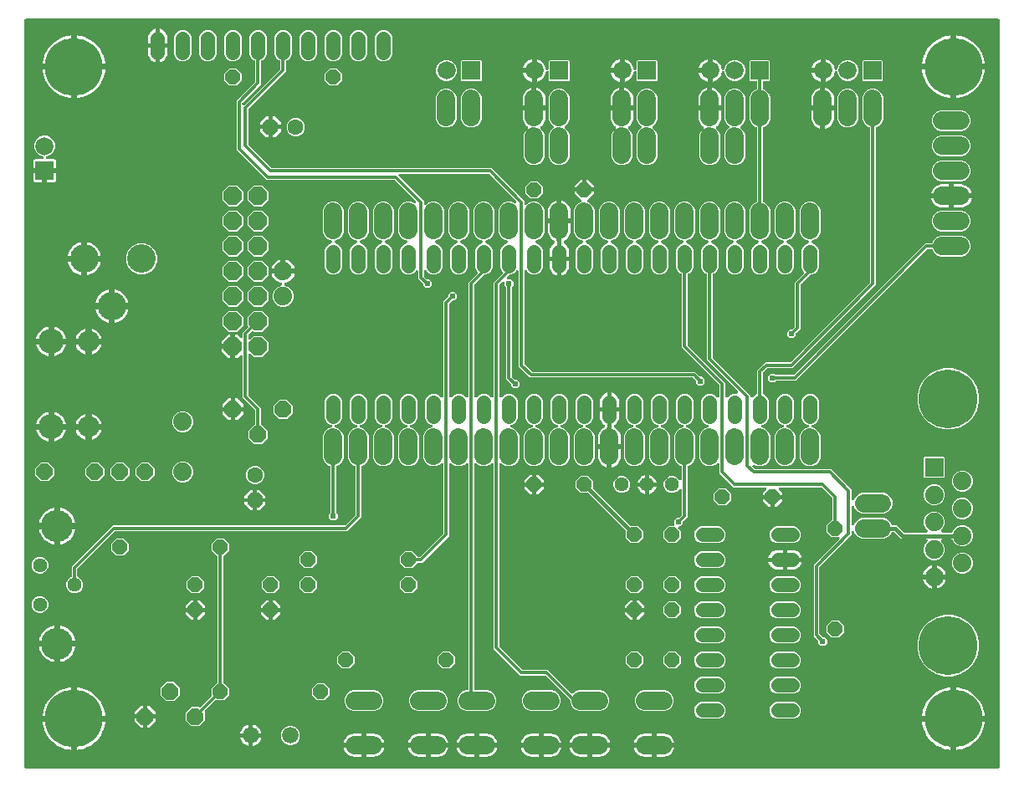
<source format=gbl>
G04 EAGLE Gerber RS-274X export*
G75*
%MOMM*%
%FSLAX34Y34*%
%LPD*%
%INBottom Copper*%
%IPPOS*%
%AMOC8*
5,1,8,0,0,1.08239X$1,22.5*%
G01*
%ADD10P,1.583577X8X202.500000*%
%ADD11P,1.583577X8X112.500000*%
%ADD12P,1.732040X8X292.500000*%
%ADD13C,1.600200*%
%ADD14P,1.583577X8X22.500000*%
%ADD15P,1.732040X8X202.500000*%
%ADD16C,2.880000*%
%ADD17R,1.828800X1.828800*%
%ADD18C,1.828800*%
%ADD19C,2.160000*%
%ADD20C,2.540000*%
%ADD21C,1.879600*%
%ADD22C,5.842000*%
%ADD23C,1.463037*%
%ADD24C,1.828800*%
%ADD25P,1.979475X8X112.500000*%
%ADD26P,1.583577X8X292.500000*%
%ADD27P,1.814519X8X202.500000*%
%ADD28P,1.814519X8X22.500000*%
%ADD29C,1.676400*%
%ADD30C,1.440000*%
%ADD31C,3.240000*%
%ADD32P,1.753472X8X22.500000*%
%ADD33R,1.879600X1.879600*%
%ADD34C,5.943600*%
%ADD35C,0.609600*%
%ADD36C,0.304800*%
%ADD37C,0.406400*%

G36*
X990626Y4830D02*
X990626Y4830D01*
X990652Y4828D01*
X990799Y4850D01*
X990946Y4867D01*
X990971Y4875D01*
X990997Y4879D01*
X991135Y4934D01*
X991274Y4984D01*
X991296Y4998D01*
X991321Y5008D01*
X991442Y5093D01*
X991567Y5173D01*
X991585Y5192D01*
X991607Y5207D01*
X991706Y5317D01*
X991809Y5424D01*
X991823Y5446D01*
X991840Y5466D01*
X991912Y5596D01*
X991988Y5723D01*
X991996Y5748D01*
X992009Y5771D01*
X992049Y5914D01*
X992094Y6055D01*
X992096Y6081D01*
X992104Y6106D01*
X992123Y6350D01*
X992123Y762000D01*
X992120Y762026D01*
X992122Y762052D01*
X992100Y762199D01*
X992083Y762346D01*
X992075Y762371D01*
X992071Y762397D01*
X992016Y762535D01*
X991966Y762674D01*
X991952Y762696D01*
X991942Y762721D01*
X991857Y762842D01*
X991777Y762967D01*
X991758Y762985D01*
X991743Y763007D01*
X991633Y763106D01*
X991526Y763209D01*
X991504Y763223D01*
X991484Y763240D01*
X991354Y763312D01*
X991227Y763388D01*
X991202Y763396D01*
X991179Y763409D01*
X991036Y763449D01*
X990895Y763494D01*
X990869Y763496D01*
X990844Y763504D01*
X990600Y763523D01*
X6350Y763523D01*
X6324Y763520D01*
X6298Y763522D01*
X6151Y763500D01*
X6004Y763483D01*
X5979Y763475D01*
X5953Y763471D01*
X5815Y763416D01*
X5676Y763366D01*
X5654Y763352D01*
X5629Y763342D01*
X5508Y763257D01*
X5383Y763177D01*
X5365Y763158D01*
X5343Y763143D01*
X5244Y763033D01*
X5141Y762926D01*
X5127Y762904D01*
X5110Y762884D01*
X5038Y762754D01*
X4962Y762627D01*
X4954Y762602D01*
X4941Y762579D01*
X4901Y762436D01*
X4856Y762295D01*
X4854Y762269D01*
X4846Y762244D01*
X4827Y762000D01*
X4827Y6350D01*
X4830Y6324D01*
X4828Y6298D01*
X4850Y6151D01*
X4867Y6004D01*
X4875Y5979D01*
X4879Y5953D01*
X4934Y5815D01*
X4984Y5676D01*
X4998Y5654D01*
X5008Y5629D01*
X5093Y5508D01*
X5173Y5383D01*
X5192Y5365D01*
X5207Y5343D01*
X5317Y5244D01*
X5424Y5141D01*
X5446Y5127D01*
X5466Y5110D01*
X5596Y5038D01*
X5723Y4962D01*
X5748Y4954D01*
X5771Y4941D01*
X5914Y4901D01*
X6055Y4856D01*
X6081Y4854D01*
X6106Y4846D01*
X6350Y4827D01*
X990600Y4827D01*
X990626Y4830D01*
G37*
%LPC*%
G36*
X451572Y62991D02*
X451572Y62991D01*
X447744Y64577D01*
X444815Y67506D01*
X443229Y71334D01*
X443229Y75478D01*
X444815Y79306D01*
X447744Y82235D01*
X451572Y83821D01*
X452882Y83821D01*
X452908Y83824D01*
X452934Y83822D01*
X453081Y83844D01*
X453228Y83861D01*
X453253Y83869D01*
X453279Y83873D01*
X453417Y83928D01*
X453556Y83978D01*
X453578Y83992D01*
X453603Y84002D01*
X453724Y84087D01*
X453849Y84167D01*
X453867Y84186D01*
X453889Y84201D01*
X453988Y84311D01*
X454091Y84418D01*
X454105Y84440D01*
X454122Y84460D01*
X454194Y84590D01*
X454270Y84717D01*
X454278Y84742D01*
X454291Y84765D01*
X454331Y84908D01*
X454376Y85049D01*
X454378Y85075D01*
X454386Y85100D01*
X454405Y85344D01*
X454405Y312555D01*
X454404Y312568D01*
X454404Y312575D01*
X454398Y312617D01*
X454394Y312655D01*
X454392Y312755D01*
X454374Y312828D01*
X454365Y312901D01*
X454332Y312996D01*
X454307Y313093D01*
X454273Y313159D01*
X454248Y313229D01*
X454193Y313314D01*
X454147Y313403D01*
X454099Y313460D01*
X454059Y313522D01*
X453987Y313592D01*
X453922Y313669D01*
X453862Y313713D01*
X453808Y313764D01*
X453722Y313816D01*
X453641Y313876D01*
X453573Y313905D01*
X453509Y313943D01*
X453413Y313974D01*
X453321Y314014D01*
X453248Y314027D01*
X453177Y314050D01*
X453077Y314058D01*
X452978Y314075D01*
X452904Y314072D01*
X452830Y314078D01*
X452730Y314063D01*
X452630Y314057D01*
X452559Y314037D01*
X452485Y314026D01*
X452392Y313989D01*
X452295Y313961D01*
X452230Y313925D01*
X452161Y313897D01*
X452079Y313840D01*
X451991Y313791D01*
X451915Y313726D01*
X451875Y313698D01*
X451851Y313672D01*
X451805Y313632D01*
X450399Y312227D01*
X446572Y310641D01*
X442428Y310641D01*
X438601Y312227D01*
X437195Y313632D01*
X437116Y313695D01*
X437044Y313764D01*
X436980Y313803D01*
X436922Y313849D01*
X436831Y313892D01*
X436745Y313943D01*
X436674Y313966D01*
X436607Y313998D01*
X436509Y314019D01*
X436413Y314050D01*
X436339Y314056D01*
X436266Y314071D01*
X436166Y314069D01*
X436066Y314078D01*
X435992Y314066D01*
X435918Y314065D01*
X435821Y314041D01*
X435721Y314026D01*
X435652Y313998D01*
X435580Y313980D01*
X435491Y313934D01*
X435397Y313897D01*
X435336Y313855D01*
X435270Y313821D01*
X435194Y313755D01*
X435111Y313698D01*
X435061Y313643D01*
X435005Y313595D01*
X434945Y313514D01*
X434878Y313439D01*
X434842Y313374D01*
X434797Y313314D01*
X434758Y313222D01*
X434709Y313134D01*
X434689Y313063D01*
X434659Y312994D01*
X434642Y312896D01*
X434614Y312799D01*
X434606Y312699D01*
X434598Y312651D01*
X434600Y312616D01*
X434595Y312555D01*
X434595Y240142D01*
X407558Y213105D01*
X403679Y213105D01*
X403553Y213091D01*
X403427Y213084D01*
X403380Y213071D01*
X403332Y213065D01*
X403213Y213023D01*
X403092Y212988D01*
X403050Y212964D01*
X403004Y212948D01*
X402898Y212879D01*
X402788Y212818D01*
X402741Y212778D01*
X402711Y212759D01*
X402678Y212724D01*
X402601Y212659D01*
X397256Y207314D01*
X390144Y207314D01*
X385114Y212344D01*
X385114Y219456D01*
X390144Y224486D01*
X397256Y224486D01*
X402601Y219141D01*
X402700Y219062D01*
X402794Y218978D01*
X402837Y218954D01*
X402874Y218924D01*
X402989Y218870D01*
X403099Y218809D01*
X403146Y218796D01*
X403190Y218775D01*
X403313Y218749D01*
X403435Y218714D01*
X403495Y218709D01*
X403530Y218702D01*
X403578Y218703D01*
X403679Y218695D01*
X404611Y218695D01*
X404737Y218709D01*
X404863Y218716D01*
X404910Y218729D01*
X404958Y218735D01*
X405077Y218777D01*
X405198Y218812D01*
X405240Y218836D01*
X405286Y218852D01*
X405392Y218921D01*
X405502Y218982D01*
X405549Y219022D01*
X405579Y219041D01*
X405612Y219076D01*
X405689Y219141D01*
X428559Y242011D01*
X428638Y242110D01*
X428722Y242204D01*
X428746Y242247D01*
X428776Y242284D01*
X428830Y242399D01*
X428891Y242509D01*
X428904Y242556D01*
X428925Y242600D01*
X428951Y242723D01*
X428986Y242845D01*
X428991Y242906D01*
X428998Y242940D01*
X428997Y242988D01*
X429005Y243089D01*
X429005Y312555D01*
X429004Y312568D01*
X429004Y312575D01*
X428998Y312617D01*
X428994Y312655D01*
X428992Y312755D01*
X428974Y312828D01*
X428965Y312901D01*
X428932Y312996D01*
X428907Y313093D01*
X428873Y313159D01*
X428848Y313229D01*
X428793Y313314D01*
X428747Y313403D01*
X428699Y313460D01*
X428659Y313522D01*
X428587Y313592D01*
X428522Y313669D01*
X428462Y313713D01*
X428408Y313764D01*
X428322Y313816D01*
X428241Y313876D01*
X428173Y313905D01*
X428109Y313943D01*
X428013Y313974D01*
X427921Y314014D01*
X427848Y314027D01*
X427777Y314050D01*
X427677Y314058D01*
X427578Y314075D01*
X427504Y314072D01*
X427430Y314078D01*
X427330Y314063D01*
X427230Y314057D01*
X427159Y314037D01*
X427085Y314026D01*
X426992Y313989D01*
X426895Y313961D01*
X426830Y313925D01*
X426761Y313897D01*
X426679Y313840D01*
X426591Y313791D01*
X426515Y313726D01*
X426475Y313698D01*
X426451Y313672D01*
X426405Y313632D01*
X424999Y312227D01*
X421172Y310641D01*
X417028Y310641D01*
X413200Y312227D01*
X410271Y315156D01*
X408685Y318984D01*
X408685Y341416D01*
X410271Y345244D01*
X413200Y348173D01*
X417000Y349747D01*
X417087Y349796D01*
X417180Y349836D01*
X417239Y349880D01*
X417304Y349916D01*
X417379Y349984D01*
X417459Y350044D01*
X417507Y350100D01*
X417562Y350150D01*
X417619Y350233D01*
X417684Y350310D01*
X417718Y350376D01*
X417761Y350437D01*
X417797Y350530D01*
X417843Y350620D01*
X417861Y350692D01*
X417888Y350761D01*
X417903Y350861D01*
X417927Y350958D01*
X417928Y351032D01*
X417939Y351106D01*
X417931Y351206D01*
X417932Y351306D01*
X417917Y351379D01*
X417910Y351453D01*
X417880Y351549D01*
X417858Y351647D01*
X417826Y351714D01*
X417803Y351785D01*
X417752Y351871D01*
X417708Y351962D01*
X417662Y352020D01*
X417624Y352084D01*
X417554Y352156D01*
X417491Y352234D01*
X417433Y352280D01*
X417381Y352334D01*
X417296Y352388D01*
X417217Y352450D01*
X417128Y352496D01*
X417087Y352522D01*
X417054Y352534D01*
X417000Y352561D01*
X414236Y353706D01*
X411821Y356121D01*
X410514Y359277D01*
X410514Y377323D01*
X411821Y380479D01*
X414236Y382894D01*
X417392Y384201D01*
X420808Y384201D01*
X423964Y382894D01*
X426405Y380453D01*
X426483Y380390D01*
X426556Y380320D01*
X426620Y380282D01*
X426678Y380236D01*
X426769Y380193D01*
X426855Y380142D01*
X426926Y380119D01*
X426993Y380087D01*
X427091Y380066D01*
X427187Y380035D01*
X427261Y380029D01*
X427334Y380014D01*
X427434Y380015D01*
X427534Y380007D01*
X427608Y380018D01*
X427682Y380020D01*
X427779Y380044D01*
X427879Y380059D01*
X427948Y380087D01*
X428020Y380105D01*
X428109Y380151D01*
X428203Y380188D01*
X428264Y380230D01*
X428330Y380264D01*
X428406Y380329D01*
X428489Y380387D01*
X428539Y380442D01*
X428595Y380490D01*
X428655Y380571D01*
X428722Y380645D01*
X428758Y380711D01*
X428803Y380770D01*
X428842Y380863D01*
X428891Y380950D01*
X428911Y381022D01*
X428941Y381090D01*
X428958Y381189D01*
X428986Y381286D01*
X428994Y381386D01*
X429002Y381433D01*
X429000Y381469D01*
X429005Y381530D01*
X429005Y477408D01*
X433385Y481787D01*
X433464Y481886D01*
X433548Y481980D01*
X433572Y482023D01*
X433602Y482060D01*
X433656Y482175D01*
X433717Y482285D01*
X433730Y482332D01*
X433751Y482376D01*
X433777Y482499D01*
X433812Y482621D01*
X433817Y482682D01*
X433824Y482716D01*
X433823Y482764D01*
X433831Y482865D01*
X433831Y484389D01*
X436361Y486919D01*
X439939Y486919D01*
X442469Y484389D01*
X442469Y480811D01*
X439939Y478281D01*
X438415Y478281D01*
X438289Y478267D01*
X438163Y478260D01*
X438116Y478247D01*
X438068Y478241D01*
X437949Y478199D01*
X437828Y478164D01*
X437786Y478140D01*
X437740Y478124D01*
X437634Y478055D01*
X437524Y477994D01*
X437477Y477954D01*
X437447Y477935D01*
X437414Y477900D01*
X437337Y477835D01*
X435041Y475539D01*
X434962Y475440D01*
X434878Y475346D01*
X434854Y475303D01*
X434824Y475266D01*
X434770Y475151D01*
X434709Y475041D01*
X434696Y474994D01*
X434675Y474950D01*
X434649Y474827D01*
X434614Y474705D01*
X434609Y474644D01*
X434602Y474610D01*
X434603Y474562D01*
X434595Y474461D01*
X434595Y381530D01*
X434606Y381430D01*
X434608Y381329D01*
X434626Y381257D01*
X434635Y381183D01*
X434668Y381089D01*
X434693Y380992D01*
X434727Y380925D01*
X434752Y380855D01*
X434807Y380771D01*
X434853Y380682D01*
X434901Y380625D01*
X434941Y380563D01*
X435013Y380493D01*
X435078Y380416D01*
X435138Y380372D01*
X435192Y380320D01*
X435278Y380269D01*
X435359Y380209D01*
X435427Y380180D01*
X435491Y380142D01*
X435587Y380111D01*
X435679Y380071D01*
X435752Y380058D01*
X435823Y380035D01*
X435923Y380027D01*
X436022Y380009D01*
X436096Y380013D01*
X436170Y380007D01*
X436270Y380022D01*
X436370Y380027D01*
X436441Y380048D01*
X436515Y380059D01*
X436608Y380096D01*
X436705Y380124D01*
X436770Y380160D01*
X436839Y380188D01*
X436921Y380245D01*
X437009Y380294D01*
X437085Y380359D01*
X437125Y380387D01*
X437149Y380413D01*
X437195Y380453D01*
X439636Y382894D01*
X442792Y384201D01*
X446208Y384201D01*
X449364Y382894D01*
X451805Y380453D01*
X451883Y380390D01*
X451956Y380320D01*
X452020Y380282D01*
X452078Y380236D01*
X452169Y380193D01*
X452255Y380142D01*
X452326Y380119D01*
X452393Y380087D01*
X452491Y380066D01*
X452587Y380035D01*
X452661Y380029D01*
X452734Y380014D01*
X452834Y380015D01*
X452934Y380007D01*
X453008Y380018D01*
X453082Y380020D01*
X453179Y380044D01*
X453279Y380059D01*
X453348Y380087D01*
X453420Y380105D01*
X453509Y380151D01*
X453603Y380188D01*
X453664Y380230D01*
X453730Y380264D01*
X453806Y380329D01*
X453889Y380387D01*
X453939Y380442D01*
X453995Y380490D01*
X454055Y380571D01*
X454122Y380645D01*
X454158Y380711D01*
X454203Y380770D01*
X454242Y380863D01*
X454291Y380950D01*
X454311Y381022D01*
X454341Y381090D01*
X454358Y381189D01*
X454386Y381286D01*
X454394Y381386D01*
X454402Y381433D01*
X454400Y381469D01*
X454405Y381530D01*
X454405Y496458D01*
X463468Y505520D01*
X463484Y505541D01*
X463504Y505558D01*
X463593Y505677D01*
X463685Y505793D01*
X463696Y505817D01*
X463711Y505838D01*
X463770Y505974D01*
X463834Y506108D01*
X463839Y506134D01*
X463849Y506158D01*
X463876Y506304D01*
X463907Y506449D01*
X463906Y506475D01*
X463911Y506501D01*
X463903Y506650D01*
X463901Y506798D01*
X463895Y506823D01*
X463893Y506849D01*
X463852Y506991D01*
X463816Y507136D01*
X463804Y507159D01*
X463797Y507184D01*
X463724Y507313D01*
X463656Y507445D01*
X463639Y507465D01*
X463626Y507488D01*
X463468Y507675D01*
X462621Y508521D01*
X461314Y511677D01*
X461314Y529723D01*
X462621Y532879D01*
X465036Y535294D01*
X467800Y536439D01*
X467887Y536487D01*
X467980Y536527D01*
X468039Y536572D01*
X468104Y536608D01*
X468179Y536675D01*
X468259Y536735D01*
X468307Y536792D01*
X468362Y536842D01*
X468420Y536925D01*
X468484Y537001D01*
X468518Y537067D01*
X468561Y537129D01*
X468597Y537222D01*
X468643Y537312D01*
X468661Y537384D01*
X468688Y537453D01*
X468703Y537552D01*
X468727Y537650D01*
X468728Y537724D01*
X468739Y537798D01*
X468731Y537898D01*
X468732Y537998D01*
X468717Y538071D01*
X468710Y538145D01*
X468679Y538241D01*
X468658Y538339D01*
X468626Y538406D01*
X468603Y538477D01*
X468551Y538563D01*
X468508Y538653D01*
X468462Y538712D01*
X468424Y538775D01*
X468354Y538847D01*
X468291Y538926D01*
X468233Y538972D01*
X468181Y539025D01*
X468096Y539079D01*
X468017Y539142D01*
X467928Y539187D01*
X467887Y539214D01*
X467854Y539225D01*
X467800Y539253D01*
X464000Y540827D01*
X461071Y543756D01*
X459485Y547584D01*
X459485Y570016D01*
X461071Y573844D01*
X464000Y576773D01*
X467828Y578359D01*
X471972Y578359D01*
X475800Y576773D01*
X478729Y573844D01*
X480315Y570016D01*
X480315Y547584D01*
X478729Y543756D01*
X475800Y540827D01*
X472000Y539253D01*
X471913Y539204D01*
X471820Y539164D01*
X471761Y539120D01*
X471696Y539084D01*
X471621Y539016D01*
X471541Y538956D01*
X471493Y538900D01*
X471438Y538850D01*
X471380Y538767D01*
X471316Y538690D01*
X471282Y538624D01*
X471239Y538563D01*
X471202Y538469D01*
X471157Y538380D01*
X471139Y538308D01*
X471112Y538239D01*
X471097Y538139D01*
X471073Y538042D01*
X471072Y537968D01*
X471061Y537894D01*
X471069Y537794D01*
X471068Y537694D01*
X471083Y537621D01*
X471090Y537547D01*
X471121Y537451D01*
X471142Y537353D01*
X471174Y537286D01*
X471197Y537215D01*
X471249Y537129D01*
X471292Y537038D01*
X471338Y536980D01*
X471376Y536916D01*
X471446Y536844D01*
X471509Y536766D01*
X471567Y536720D01*
X471619Y536666D01*
X471704Y536612D01*
X471783Y536550D01*
X471872Y536504D01*
X471913Y536478D01*
X471946Y536466D01*
X472000Y536439D01*
X474764Y535294D01*
X477179Y532879D01*
X478486Y529723D01*
X478486Y511677D01*
X477179Y508521D01*
X474764Y506106D01*
X471608Y504799D01*
X471282Y504799D01*
X471157Y504784D01*
X471030Y504778D01*
X470984Y504765D01*
X470936Y504759D01*
X470817Y504716D01*
X470696Y504681D01*
X470653Y504658D01*
X470608Y504642D01*
X470502Y504573D01*
X470391Y504511D01*
X470345Y504472D01*
X470315Y504452D01*
X470282Y504418D01*
X470205Y504353D01*
X460441Y494589D01*
X460362Y494490D01*
X460278Y494396D01*
X460254Y494353D01*
X460224Y494316D01*
X460170Y494201D01*
X460109Y494091D01*
X460096Y494044D01*
X460075Y494000D01*
X460049Y493877D01*
X460014Y493755D01*
X460009Y493694D01*
X460002Y493660D01*
X460003Y493612D01*
X459995Y493511D01*
X459995Y381530D01*
X460006Y381430D01*
X460008Y381329D01*
X460026Y381257D01*
X460035Y381183D01*
X460068Y381089D01*
X460093Y380992D01*
X460127Y380925D01*
X460152Y380855D01*
X460207Y380771D01*
X460253Y380682D01*
X460301Y380625D01*
X460341Y380563D01*
X460413Y380493D01*
X460478Y380416D01*
X460538Y380372D01*
X460592Y380320D01*
X460678Y380269D01*
X460759Y380209D01*
X460827Y380180D01*
X460891Y380142D01*
X460987Y380111D01*
X461079Y380071D01*
X461152Y380058D01*
X461223Y380035D01*
X461323Y380027D01*
X461422Y380009D01*
X461496Y380013D01*
X461570Y380007D01*
X461670Y380022D01*
X461770Y380027D01*
X461841Y380048D01*
X461915Y380059D01*
X462008Y380096D01*
X462105Y380124D01*
X462170Y380160D01*
X462239Y380188D01*
X462321Y380245D01*
X462409Y380294D01*
X462485Y380359D01*
X462525Y380387D01*
X462549Y380413D01*
X462595Y380453D01*
X465036Y382894D01*
X468192Y384201D01*
X471608Y384201D01*
X474764Y382894D01*
X477205Y380453D01*
X477283Y380390D01*
X477356Y380320D01*
X477420Y380282D01*
X477478Y380236D01*
X477569Y380193D01*
X477655Y380142D01*
X477726Y380119D01*
X477793Y380087D01*
X477891Y380066D01*
X477987Y380035D01*
X478061Y380029D01*
X478134Y380014D01*
X478234Y380015D01*
X478334Y380007D01*
X478408Y380018D01*
X478482Y380020D01*
X478579Y380044D01*
X478679Y380059D01*
X478748Y380087D01*
X478820Y380105D01*
X478909Y380151D01*
X479003Y380188D01*
X479064Y380230D01*
X479130Y380264D01*
X479206Y380329D01*
X479289Y380387D01*
X479339Y380442D01*
X479395Y380490D01*
X479455Y380571D01*
X479522Y380645D01*
X479558Y380711D01*
X479603Y380770D01*
X479642Y380863D01*
X479691Y380950D01*
X479711Y381022D01*
X479741Y381090D01*
X479758Y381189D01*
X479786Y381286D01*
X479794Y381386D01*
X479802Y381433D01*
X479800Y381469D01*
X479805Y381530D01*
X479805Y496458D01*
X481889Y498541D01*
X488868Y505520D01*
X488884Y505541D01*
X488904Y505558D01*
X488993Y505677D01*
X489085Y505793D01*
X489096Y505817D01*
X489111Y505838D01*
X489170Y505974D01*
X489234Y506108D01*
X489239Y506134D01*
X489249Y506158D01*
X489276Y506304D01*
X489307Y506449D01*
X489306Y506475D01*
X489311Y506501D01*
X489303Y506650D01*
X489301Y506798D01*
X489295Y506823D01*
X489293Y506849D01*
X489252Y506991D01*
X489216Y507136D01*
X489204Y507159D01*
X489197Y507184D01*
X489124Y507313D01*
X489056Y507445D01*
X489039Y507465D01*
X489026Y507488D01*
X488868Y507675D01*
X488021Y508521D01*
X486714Y511677D01*
X486714Y529723D01*
X488021Y532879D01*
X490436Y535294D01*
X493200Y536439D01*
X493287Y536487D01*
X493380Y536527D01*
X493439Y536572D01*
X493504Y536608D01*
X493579Y536675D01*
X493659Y536735D01*
X493707Y536792D01*
X493762Y536842D01*
X493820Y536925D01*
X493884Y537001D01*
X493918Y537067D01*
X493961Y537129D01*
X493997Y537222D01*
X494043Y537312D01*
X494061Y537384D01*
X494088Y537453D01*
X494103Y537552D01*
X494127Y537650D01*
X494128Y537724D01*
X494139Y537798D01*
X494131Y537898D01*
X494132Y537998D01*
X494117Y538071D01*
X494110Y538145D01*
X494079Y538241D01*
X494058Y538339D01*
X494026Y538406D01*
X494003Y538477D01*
X493951Y538563D01*
X493908Y538653D01*
X493862Y538712D01*
X493824Y538775D01*
X493754Y538847D01*
X493691Y538926D01*
X493633Y538972D01*
X493581Y539025D01*
X493496Y539079D01*
X493417Y539142D01*
X493328Y539187D01*
X493287Y539214D01*
X493254Y539225D01*
X493200Y539253D01*
X489400Y540827D01*
X486471Y543756D01*
X484885Y547584D01*
X484885Y570016D01*
X486471Y573844D01*
X489400Y576773D01*
X493228Y578359D01*
X497372Y578359D01*
X500825Y576928D01*
X500873Y576915D01*
X500919Y576893D01*
X501040Y576867D01*
X501160Y576833D01*
X501210Y576830D01*
X501260Y576820D01*
X501384Y576822D01*
X501508Y576816D01*
X501558Y576825D01*
X501608Y576826D01*
X501729Y576856D01*
X501851Y576878D01*
X501897Y576898D01*
X501946Y576911D01*
X502057Y576968D01*
X502171Y577017D01*
X502211Y577047D01*
X502256Y577070D01*
X502351Y577151D01*
X502450Y577225D01*
X502483Y577263D01*
X502521Y577296D01*
X502595Y577396D01*
X502675Y577491D01*
X502698Y577536D01*
X502728Y577576D01*
X502778Y577691D01*
X502834Y577801D01*
X502846Y577850D01*
X502866Y577896D01*
X502888Y578019D01*
X502918Y578139D01*
X502919Y578190D01*
X502928Y578239D01*
X502922Y578364D01*
X502923Y578488D01*
X502913Y578537D01*
X502910Y578587D01*
X502876Y578707D01*
X502849Y578828D01*
X502828Y578874D01*
X502814Y578922D01*
X502753Y579031D01*
X502699Y579143D01*
X502668Y579183D01*
X502643Y579226D01*
X502485Y579413D01*
X475539Y606359D01*
X475440Y606438D01*
X475346Y606522D01*
X475303Y606546D01*
X475266Y606576D01*
X475151Y606630D01*
X475041Y606691D01*
X474994Y606704D01*
X474950Y606725D01*
X474827Y606751D01*
X474705Y606786D01*
X474644Y606791D01*
X474610Y606798D01*
X474562Y606797D01*
X474461Y606805D01*
X385075Y606805D01*
X384975Y606794D01*
X384874Y606792D01*
X384802Y606774D01*
X384728Y606765D01*
X384634Y606732D01*
X384536Y606707D01*
X384470Y606673D01*
X384400Y606648D01*
X384316Y606593D01*
X384226Y606547D01*
X384170Y606499D01*
X384107Y606459D01*
X384037Y606386D01*
X383961Y606321D01*
X383917Y606262D01*
X383865Y606208D01*
X383814Y606122D01*
X383754Y606041D01*
X383725Y605973D01*
X383686Y605909D01*
X383656Y605813D01*
X383616Y605721D01*
X383603Y605648D01*
X383580Y605577D01*
X383572Y605477D01*
X383554Y605378D01*
X383558Y605304D01*
X383552Y605230D01*
X383567Y605131D01*
X383572Y605030D01*
X383593Y604959D01*
X383604Y604885D01*
X383641Y604792D01*
X383669Y604695D01*
X383705Y604630D01*
X383733Y604561D01*
X383790Y604479D01*
X383839Y604391D01*
X383904Y604315D01*
X383932Y604275D01*
X383958Y604251D01*
X383997Y604205D01*
X384241Y603961D01*
X409195Y579008D01*
X409195Y576445D01*
X409206Y576345D01*
X409208Y576245D01*
X409226Y576172D01*
X409235Y576099D01*
X409268Y576004D01*
X409293Y575907D01*
X409327Y575841D01*
X409352Y575771D01*
X409407Y575686D01*
X409453Y575597D01*
X409501Y575540D01*
X409541Y575478D01*
X409613Y575408D01*
X409678Y575331D01*
X409738Y575287D01*
X409792Y575236D01*
X409878Y575184D01*
X409959Y575124D01*
X410027Y575095D01*
X410091Y575057D01*
X410187Y575026D01*
X410279Y574986D01*
X410352Y574973D01*
X410423Y574950D01*
X410523Y574942D01*
X410622Y574925D01*
X410696Y574928D01*
X410770Y574922D01*
X410870Y574937D01*
X410970Y574943D01*
X411041Y574963D01*
X411115Y574974D01*
X411208Y575011D01*
X411305Y575039D01*
X411370Y575075D01*
X411439Y575103D01*
X411521Y575160D01*
X411609Y575209D01*
X411685Y575274D01*
X411725Y575302D01*
X411749Y575328D01*
X411795Y575368D01*
X413201Y576773D01*
X417028Y578359D01*
X421172Y578359D01*
X425000Y576773D01*
X427929Y573844D01*
X429515Y570016D01*
X429515Y547584D01*
X427929Y543756D01*
X425000Y540827D01*
X421200Y539253D01*
X421113Y539204D01*
X421020Y539164D01*
X420961Y539120D01*
X420896Y539084D01*
X420821Y539016D01*
X420741Y538956D01*
X420693Y538900D01*
X420638Y538850D01*
X420580Y538767D01*
X420516Y538690D01*
X420482Y538624D01*
X420439Y538563D01*
X420402Y538469D01*
X420357Y538380D01*
X420339Y538308D01*
X420312Y538239D01*
X420297Y538139D01*
X420273Y538042D01*
X420272Y537968D01*
X420261Y537894D01*
X420269Y537794D01*
X420268Y537694D01*
X420283Y537621D01*
X420290Y537547D01*
X420321Y537451D01*
X420342Y537353D01*
X420374Y537286D01*
X420397Y537215D01*
X420449Y537129D01*
X420492Y537038D01*
X420538Y536980D01*
X420576Y536916D01*
X420646Y536844D01*
X420709Y536766D01*
X420767Y536720D01*
X420819Y536666D01*
X420904Y536612D01*
X420983Y536550D01*
X421072Y536504D01*
X421113Y536478D01*
X421146Y536466D01*
X421200Y536439D01*
X423964Y535294D01*
X426379Y532879D01*
X427686Y529723D01*
X427686Y511677D01*
X426379Y508521D01*
X423964Y506106D01*
X420808Y504799D01*
X417392Y504799D01*
X414236Y506106D01*
X411795Y508547D01*
X411717Y508610D01*
X411644Y508680D01*
X411580Y508718D01*
X411522Y508764D01*
X411431Y508807D01*
X411345Y508858D01*
X411274Y508881D01*
X411207Y508913D01*
X411109Y508934D01*
X411013Y508965D01*
X410939Y508971D01*
X410866Y508986D01*
X410766Y508985D01*
X410666Y508993D01*
X410592Y508982D01*
X410518Y508980D01*
X410421Y508956D01*
X410321Y508941D01*
X410252Y508913D01*
X410180Y508895D01*
X410091Y508849D01*
X409997Y508812D01*
X409936Y508770D01*
X409870Y508736D01*
X409794Y508671D01*
X409711Y508613D01*
X409661Y508558D01*
X409605Y508510D01*
X409545Y508429D01*
X409478Y508355D01*
X409442Y508289D01*
X409397Y508230D01*
X409358Y508137D01*
X409309Y508050D01*
X409289Y507978D01*
X409259Y507910D01*
X409242Y507811D01*
X409214Y507714D01*
X409206Y507614D01*
X409198Y507567D01*
X409200Y507531D01*
X409195Y507470D01*
X409195Y503439D01*
X409209Y503313D01*
X409216Y503187D01*
X409229Y503140D01*
X409235Y503092D01*
X409277Y502973D01*
X409312Y502852D01*
X409336Y502810D01*
X409352Y502764D01*
X409421Y502658D01*
X409482Y502548D01*
X409522Y502501D01*
X409541Y502471D01*
X409576Y502438D01*
X409641Y502361D01*
X411937Y500065D01*
X412036Y499986D01*
X412130Y499902D01*
X412173Y499878D01*
X412210Y499848D01*
X412325Y499794D01*
X412435Y499733D01*
X412482Y499720D01*
X412526Y499699D01*
X412649Y499673D01*
X412771Y499638D01*
X412832Y499633D01*
X412866Y499626D01*
X412914Y499627D01*
X413015Y499619D01*
X414539Y499619D01*
X417069Y497089D01*
X417069Y493511D01*
X414539Y490981D01*
X410961Y490981D01*
X408431Y493511D01*
X408431Y495035D01*
X408417Y495161D01*
X408410Y495287D01*
X408397Y495334D01*
X408391Y495382D01*
X408349Y495501D01*
X408314Y495622D01*
X408290Y495664D01*
X408274Y495710D01*
X408205Y495816D01*
X408144Y495926D01*
X408104Y495973D01*
X408085Y496003D01*
X408050Y496036D01*
X407985Y496113D01*
X403605Y500492D01*
X403605Y507470D01*
X403594Y507570D01*
X403592Y507671D01*
X403574Y507743D01*
X403565Y507817D01*
X403532Y507911D01*
X403507Y508008D01*
X403473Y508075D01*
X403448Y508145D01*
X403393Y508229D01*
X403347Y508318D01*
X403299Y508375D01*
X403259Y508437D01*
X403187Y508507D01*
X403122Y508584D01*
X403062Y508628D01*
X403008Y508680D01*
X402922Y508731D01*
X402841Y508791D01*
X402773Y508820D01*
X402709Y508858D01*
X402613Y508889D01*
X402521Y508929D01*
X402448Y508942D01*
X402377Y508965D01*
X402277Y508973D01*
X402178Y508991D01*
X402104Y508987D01*
X402030Y508993D01*
X401930Y508978D01*
X401830Y508973D01*
X401759Y508952D01*
X401685Y508941D01*
X401592Y508904D01*
X401495Y508876D01*
X401430Y508840D01*
X401361Y508812D01*
X401279Y508755D01*
X401191Y508706D01*
X401115Y508641D01*
X401075Y508613D01*
X401051Y508587D01*
X401005Y508547D01*
X398564Y506106D01*
X395408Y504799D01*
X391992Y504799D01*
X388836Y506106D01*
X386421Y508521D01*
X385114Y511677D01*
X385114Y529723D01*
X386421Y532879D01*
X388836Y535294D01*
X391600Y536439D01*
X391687Y536487D01*
X391780Y536527D01*
X391839Y536572D01*
X391904Y536608D01*
X391979Y536675D01*
X392059Y536735D01*
X392107Y536792D01*
X392162Y536842D01*
X392220Y536925D01*
X392284Y537001D01*
X392318Y537067D01*
X392361Y537129D01*
X392397Y537222D01*
X392443Y537312D01*
X392461Y537384D01*
X392488Y537453D01*
X392503Y537552D01*
X392527Y537650D01*
X392528Y537724D01*
X392539Y537798D01*
X392531Y537898D01*
X392532Y537998D01*
X392517Y538071D01*
X392510Y538145D01*
X392479Y538241D01*
X392458Y538339D01*
X392426Y538406D01*
X392403Y538477D01*
X392351Y538563D01*
X392308Y538653D01*
X392262Y538712D01*
X392224Y538775D01*
X392154Y538847D01*
X392091Y538926D01*
X392033Y538972D01*
X391981Y539025D01*
X391896Y539079D01*
X391817Y539142D01*
X391728Y539187D01*
X391687Y539214D01*
X391654Y539225D01*
X391600Y539253D01*
X387800Y540827D01*
X384871Y543756D01*
X383285Y547584D01*
X383285Y570016D01*
X384871Y573844D01*
X387800Y576773D01*
X391628Y578359D01*
X395772Y578359D01*
X399225Y576928D01*
X399273Y576914D01*
X399319Y576893D01*
X399440Y576867D01*
X399560Y576833D01*
X399610Y576830D01*
X399660Y576820D01*
X399784Y576822D01*
X399908Y576816D01*
X399958Y576825D01*
X400008Y576826D01*
X400128Y576856D01*
X400251Y576878D01*
X400297Y576898D01*
X400346Y576911D01*
X400457Y576968D01*
X400571Y577017D01*
X400611Y577047D01*
X400656Y577070D01*
X400751Y577151D01*
X400850Y577225D01*
X400883Y577263D01*
X400921Y577296D01*
X400995Y577396D01*
X401075Y577491D01*
X401098Y577536D01*
X401128Y577576D01*
X401178Y577691D01*
X401234Y577801D01*
X401246Y577850D01*
X401266Y577896D01*
X401288Y578019D01*
X401318Y578139D01*
X401319Y578190D01*
X401328Y578239D01*
X401322Y578364D01*
X401323Y578488D01*
X401313Y578537D01*
X401310Y578587D01*
X401276Y578707D01*
X401249Y578828D01*
X401228Y578874D01*
X401214Y578922D01*
X401153Y579031D01*
X401099Y579143D01*
X401068Y579183D01*
X401043Y579226D01*
X400885Y579413D01*
X380289Y600009D01*
X380190Y600088D01*
X380096Y600172D01*
X380053Y600196D01*
X380016Y600226D01*
X379901Y600280D01*
X379791Y600341D01*
X379744Y600354D01*
X379700Y600375D01*
X379577Y600401D01*
X379455Y600436D01*
X379394Y600441D01*
X379360Y600448D01*
X379312Y600447D01*
X379211Y600455D01*
X249853Y600455D01*
X219455Y630853D01*
X219455Y680608D01*
X238059Y699211D01*
X238138Y699310D01*
X238222Y699404D01*
X238246Y699447D01*
X238276Y699484D01*
X238330Y699599D01*
X238391Y699709D01*
X238404Y699756D01*
X238425Y699800D01*
X238451Y699923D01*
X238486Y700045D01*
X238491Y700106D01*
X238498Y700140D01*
X238497Y700188D01*
X238505Y700289D01*
X238505Y720131D01*
X238497Y720207D01*
X238498Y720284D01*
X238477Y720380D01*
X238465Y720478D01*
X238440Y720549D01*
X238423Y720624D01*
X238381Y720713D01*
X238348Y720806D01*
X238306Y720870D01*
X238274Y720939D01*
X238212Y721016D01*
X238159Y721098D01*
X238104Y721152D01*
X238056Y721211D01*
X237979Y721272D01*
X237908Y721341D01*
X237843Y721380D01*
X237783Y721427D01*
X237650Y721495D01*
X237609Y721519D01*
X237591Y721525D01*
X237565Y721539D01*
X236436Y722006D01*
X234021Y724421D01*
X232714Y727577D01*
X232714Y745623D01*
X234021Y748779D01*
X236436Y751194D01*
X239592Y752501D01*
X243008Y752501D01*
X246164Y751194D01*
X248579Y748779D01*
X249886Y745623D01*
X249886Y727577D01*
X248579Y724421D01*
X246164Y722006D01*
X245035Y721539D01*
X244968Y721501D01*
X244897Y721473D01*
X244816Y721417D01*
X244730Y721369D01*
X244674Y721318D01*
X244611Y721274D01*
X244545Y721201D01*
X244472Y721135D01*
X244429Y721072D01*
X244378Y721016D01*
X244330Y720929D01*
X244274Y720848D01*
X244246Y720777D01*
X244209Y720710D01*
X244182Y720616D01*
X244146Y720524D01*
X244135Y720449D01*
X244114Y720375D01*
X244102Y720226D01*
X244095Y720179D01*
X244097Y720160D01*
X244095Y720131D01*
X244095Y697342D01*
X225491Y678739D01*
X225412Y678640D01*
X225328Y678546D01*
X225304Y678503D01*
X225274Y678466D01*
X225220Y678351D01*
X225159Y678241D01*
X225146Y678194D01*
X225125Y678150D01*
X225099Y678027D01*
X225064Y677905D01*
X225059Y677844D01*
X225052Y677810D01*
X225053Y677762D01*
X225045Y677661D01*
X225045Y677175D01*
X225056Y677075D01*
X225058Y676974D01*
X225076Y676902D01*
X225085Y676828D01*
X225118Y676734D01*
X225143Y676636D01*
X225177Y676570D01*
X225202Y676500D01*
X225257Y676416D01*
X225303Y676326D01*
X225351Y676270D01*
X225391Y676207D01*
X225464Y676137D01*
X225529Y676061D01*
X225588Y676017D01*
X225642Y675965D01*
X225728Y675914D01*
X225809Y675854D01*
X225877Y675825D01*
X225941Y675786D01*
X226037Y675756D01*
X226129Y675716D01*
X226202Y675703D01*
X226273Y675680D01*
X226373Y675672D01*
X226472Y675654D01*
X226546Y675658D01*
X226620Y675652D01*
X226719Y675667D01*
X226820Y675672D01*
X226891Y675693D01*
X226965Y675704D01*
X227058Y675741D01*
X227155Y675769D01*
X227220Y675805D01*
X227289Y675833D01*
X227371Y675890D01*
X227459Y675939D01*
X227535Y676004D01*
X227575Y676032D01*
X227599Y676058D01*
X227645Y676097D01*
X227889Y676341D01*
X263459Y711911D01*
X263538Y712010D01*
X263622Y712104D01*
X263646Y712147D01*
X263676Y712184D01*
X263730Y712299D01*
X263791Y712409D01*
X263804Y712456D01*
X263825Y712500D01*
X263851Y712623D01*
X263886Y712745D01*
X263891Y712806D01*
X263898Y712840D01*
X263897Y712888D01*
X263905Y712989D01*
X263905Y720131D01*
X263897Y720207D01*
X263898Y720284D01*
X263877Y720380D01*
X263865Y720478D01*
X263840Y720549D01*
X263823Y720624D01*
X263781Y720713D01*
X263748Y720806D01*
X263706Y720870D01*
X263674Y720939D01*
X263612Y721016D01*
X263559Y721098D01*
X263504Y721152D01*
X263456Y721211D01*
X263379Y721272D01*
X263308Y721341D01*
X263243Y721380D01*
X263183Y721427D01*
X263050Y721495D01*
X263009Y721519D01*
X262991Y721525D01*
X262965Y721539D01*
X261836Y722006D01*
X259421Y724421D01*
X258114Y727577D01*
X258114Y745623D01*
X259421Y748779D01*
X261836Y751194D01*
X264992Y752501D01*
X268408Y752501D01*
X271564Y751194D01*
X273979Y748779D01*
X275286Y745623D01*
X275286Y727577D01*
X273979Y724421D01*
X271564Y722006D01*
X270435Y721539D01*
X270368Y721501D01*
X270297Y721473D01*
X270216Y721417D01*
X270130Y721369D01*
X270074Y721318D01*
X270011Y721274D01*
X269945Y721201D01*
X269872Y721135D01*
X269829Y721072D01*
X269778Y721016D01*
X269730Y720929D01*
X269674Y720848D01*
X269646Y720777D01*
X269609Y720710D01*
X269582Y720616D01*
X269546Y720524D01*
X269535Y720449D01*
X269514Y720375D01*
X269502Y720226D01*
X269495Y720179D01*
X269497Y720160D01*
X269495Y720131D01*
X269495Y710042D01*
X231841Y672389D01*
X231762Y672290D01*
X231678Y672196D01*
X231654Y672153D01*
X231624Y672116D01*
X231570Y672001D01*
X231509Y671891D01*
X231496Y671844D01*
X231475Y671800D01*
X231449Y671677D01*
X231414Y671555D01*
X231409Y671494D01*
X231402Y671460D01*
X231403Y671412D01*
X231395Y671311D01*
X231395Y636789D01*
X231409Y636663D01*
X231416Y636537D01*
X231429Y636490D01*
X231435Y636442D01*
X231477Y636323D01*
X231512Y636202D01*
X231536Y636160D01*
X231552Y636114D01*
X231621Y636008D01*
X231682Y635898D01*
X231722Y635851D01*
X231741Y635821D01*
X231776Y635788D01*
X231841Y635711D01*
X254711Y612841D01*
X254810Y612762D01*
X254904Y612678D01*
X254947Y612654D01*
X254984Y612624D01*
X255099Y612570D01*
X255209Y612509D01*
X255256Y612496D01*
X255300Y612475D01*
X255423Y612449D01*
X255545Y612414D01*
X255606Y612409D01*
X255640Y612402D01*
X255688Y612403D01*
X255789Y612395D01*
X477408Y612395D01*
X510795Y579008D01*
X510795Y576445D01*
X510806Y576345D01*
X510808Y576245D01*
X510826Y576172D01*
X510835Y576099D01*
X510868Y576004D01*
X510893Y575907D01*
X510927Y575841D01*
X510952Y575771D01*
X511007Y575686D01*
X511053Y575597D01*
X511101Y575540D01*
X511141Y575478D01*
X511213Y575408D01*
X511278Y575331D01*
X511338Y575287D01*
X511392Y575236D01*
X511478Y575184D01*
X511559Y575124D01*
X511627Y575095D01*
X511691Y575057D01*
X511787Y575026D01*
X511879Y574986D01*
X511952Y574973D01*
X512023Y574950D01*
X512123Y574942D01*
X512222Y574925D01*
X512296Y574928D01*
X512370Y574922D01*
X512470Y574937D01*
X512570Y574943D01*
X512641Y574963D01*
X512715Y574974D01*
X512808Y575011D01*
X512905Y575039D01*
X512970Y575075D01*
X513039Y575103D01*
X513121Y575160D01*
X513209Y575209D01*
X513285Y575274D01*
X513325Y575302D01*
X513349Y575328D01*
X513395Y575368D01*
X514801Y576773D01*
X518628Y578359D01*
X522772Y578359D01*
X526600Y576773D01*
X529529Y573844D01*
X531115Y570016D01*
X531115Y547584D01*
X529529Y543756D01*
X526600Y540827D01*
X522800Y539253D01*
X522713Y539204D01*
X522620Y539164D01*
X522561Y539120D01*
X522496Y539084D01*
X522421Y539016D01*
X522341Y538956D01*
X522293Y538900D01*
X522238Y538850D01*
X522180Y538767D01*
X522116Y538690D01*
X522082Y538624D01*
X522039Y538563D01*
X522002Y538469D01*
X521957Y538380D01*
X521939Y538308D01*
X521912Y538239D01*
X521897Y538139D01*
X521873Y538042D01*
X521872Y537968D01*
X521861Y537894D01*
X521869Y537794D01*
X521868Y537694D01*
X521883Y537621D01*
X521890Y537547D01*
X521921Y537451D01*
X521942Y537353D01*
X521974Y537286D01*
X521997Y537215D01*
X522049Y537129D01*
X522092Y537038D01*
X522138Y536980D01*
X522176Y536916D01*
X522246Y536844D01*
X522309Y536766D01*
X522367Y536720D01*
X522419Y536666D01*
X522504Y536612D01*
X522583Y536550D01*
X522672Y536504D01*
X522713Y536478D01*
X522746Y536466D01*
X522800Y536439D01*
X525564Y535294D01*
X527979Y532879D01*
X529286Y529723D01*
X529286Y511677D01*
X527979Y508521D01*
X525564Y506106D01*
X522408Y504799D01*
X518992Y504799D01*
X515836Y506106D01*
X513395Y508547D01*
X513317Y508610D01*
X513244Y508680D01*
X513180Y508718D01*
X513122Y508764D01*
X513031Y508807D01*
X512945Y508858D01*
X512874Y508881D01*
X512807Y508913D01*
X512709Y508934D01*
X512613Y508965D01*
X512539Y508971D01*
X512466Y508986D01*
X512366Y508985D01*
X512266Y508993D01*
X512192Y508982D01*
X512118Y508980D01*
X512021Y508956D01*
X511921Y508941D01*
X511852Y508913D01*
X511780Y508895D01*
X511691Y508849D01*
X511597Y508812D01*
X511536Y508770D01*
X511470Y508736D01*
X511394Y508671D01*
X511311Y508613D01*
X511261Y508558D01*
X511205Y508510D01*
X511145Y508429D01*
X511078Y508355D01*
X511042Y508289D01*
X510997Y508230D01*
X510958Y508137D01*
X510909Y508050D01*
X510889Y507978D01*
X510859Y507910D01*
X510842Y507811D01*
X510814Y507714D01*
X510806Y507614D01*
X510798Y507567D01*
X510800Y507531D01*
X510795Y507470D01*
X510795Y414539D01*
X510796Y414530D01*
X510796Y414529D01*
X510797Y414522D01*
X510809Y414413D01*
X510816Y414287D01*
X510829Y414240D01*
X510835Y414192D01*
X510877Y414073D01*
X510912Y413952D01*
X510936Y413910D01*
X510952Y413864D01*
X511021Y413758D01*
X511082Y413648D01*
X511122Y413601D01*
X511141Y413571D01*
X511176Y413538D01*
X511241Y413461D01*
X518236Y406466D01*
X518335Y406387D01*
X518429Y406303D01*
X518472Y406279D01*
X518509Y406249D01*
X518624Y406195D01*
X518734Y406134D01*
X518781Y406121D01*
X518825Y406100D01*
X518948Y406074D01*
X519070Y406039D01*
X519131Y406034D01*
X519165Y406027D01*
X519213Y406028D01*
X519314Y406020D01*
X683783Y406020D01*
X688162Y401640D01*
X688261Y401561D01*
X688355Y401477D01*
X688398Y401453D01*
X688435Y401423D01*
X688550Y401369D01*
X688660Y401308D01*
X688707Y401295D01*
X688751Y401274D01*
X688874Y401248D01*
X688996Y401213D01*
X689057Y401208D01*
X689091Y401201D01*
X689139Y401202D01*
X689240Y401194D01*
X690764Y401194D01*
X693294Y398664D01*
X693294Y395086D01*
X690764Y392556D01*
X687186Y392556D01*
X684656Y395086D01*
X684656Y396610D01*
X684642Y396736D01*
X684635Y396862D01*
X684622Y396909D01*
X684616Y396957D01*
X684574Y397076D01*
X684539Y397197D01*
X684515Y397239D01*
X684499Y397285D01*
X684430Y397391D01*
X684369Y397501D01*
X684329Y397548D01*
X684310Y397578D01*
X684275Y397611D01*
X684210Y397688D01*
X681914Y399984D01*
X681815Y400063D01*
X681721Y400147D01*
X681678Y400171D01*
X681641Y400201D01*
X681526Y400255D01*
X681416Y400316D01*
X681369Y400329D01*
X681325Y400350D01*
X681202Y400376D01*
X681080Y400411D01*
X681019Y400416D01*
X680985Y400423D01*
X680937Y400422D01*
X680836Y400430D01*
X516367Y400430D01*
X505205Y411592D01*
X505205Y507470D01*
X505194Y507570D01*
X505192Y507671D01*
X505174Y507743D01*
X505165Y507817D01*
X505132Y507911D01*
X505107Y508008D01*
X505073Y508075D01*
X505048Y508145D01*
X504993Y508229D01*
X504947Y508318D01*
X504899Y508375D01*
X504859Y508437D01*
X504787Y508507D01*
X504722Y508584D01*
X504662Y508628D01*
X504608Y508680D01*
X504522Y508731D01*
X504441Y508791D01*
X504373Y508820D01*
X504309Y508858D01*
X504213Y508889D01*
X504121Y508929D01*
X504048Y508942D01*
X503977Y508965D01*
X503877Y508973D01*
X503778Y508991D01*
X503704Y508987D01*
X503630Y508993D01*
X503530Y508978D01*
X503430Y508973D01*
X503359Y508952D01*
X503285Y508941D01*
X503192Y508904D01*
X503095Y508876D01*
X503030Y508840D01*
X502961Y508812D01*
X502879Y508755D01*
X502791Y508706D01*
X502715Y508641D01*
X502675Y508613D01*
X502651Y508587D01*
X502605Y508547D01*
X500164Y506106D01*
X497008Y504799D01*
X496682Y504799D01*
X496557Y504784D01*
X496430Y504778D01*
X496384Y504765D01*
X496336Y504759D01*
X496217Y504716D01*
X496096Y504681D01*
X496053Y504658D01*
X496008Y504642D01*
X495902Y504573D01*
X495791Y504511D01*
X495745Y504472D01*
X495715Y504452D01*
X495682Y504418D01*
X495605Y504353D01*
X493471Y502219D01*
X493409Y502141D01*
X493339Y502068D01*
X493301Y502004D01*
X493255Y501946D01*
X493212Y501855D01*
X493160Y501769D01*
X493138Y501698D01*
X493106Y501631D01*
X493085Y501533D01*
X493054Y501437D01*
X493048Y501363D01*
X493033Y501290D01*
X493034Y501190D01*
X493026Y501090D01*
X493037Y501016D01*
X493038Y500942D01*
X493063Y500845D01*
X493078Y500745D01*
X493105Y500676D01*
X493123Y500604D01*
X493170Y500514D01*
X493207Y500421D01*
X493249Y500360D01*
X493283Y500294D01*
X493348Y500217D01*
X493406Y500135D01*
X493461Y500085D01*
X493509Y500029D01*
X493590Y499969D01*
X493664Y499902D01*
X493729Y499866D01*
X493789Y499821D01*
X493881Y499782D01*
X493969Y499733D01*
X494041Y499713D01*
X494109Y499683D01*
X494208Y499666D01*
X494305Y499638D01*
X494405Y499630D01*
X494452Y499622D01*
X494488Y499624D01*
X494549Y499619D01*
X497089Y499619D01*
X499619Y497089D01*
X499619Y493511D01*
X498541Y492433D01*
X498462Y492334D01*
X498378Y492240D01*
X498354Y492198D01*
X498324Y492160D01*
X498270Y492046D01*
X498209Y491935D01*
X498196Y491889D01*
X498175Y491845D01*
X498149Y491722D01*
X498114Y491600D01*
X498109Y491539D01*
X498102Y491504D01*
X498103Y491456D01*
X498095Y491356D01*
X498095Y401839D01*
X498109Y401713D01*
X498116Y401587D01*
X498129Y401540D01*
X498135Y401492D01*
X498177Y401373D01*
X498212Y401252D01*
X498236Y401210D01*
X498252Y401164D01*
X498321Y401058D01*
X498382Y400948D01*
X498422Y400901D01*
X498441Y400871D01*
X498476Y400838D01*
X498541Y400761D01*
X500837Y398465D01*
X500936Y398386D01*
X501030Y398302D01*
X501073Y398278D01*
X501110Y398248D01*
X501225Y398194D01*
X501335Y398133D01*
X501382Y398120D01*
X501426Y398099D01*
X501549Y398073D01*
X501671Y398038D01*
X501732Y398033D01*
X501766Y398026D01*
X501814Y398027D01*
X501915Y398019D01*
X503439Y398019D01*
X505969Y395489D01*
X505969Y391911D01*
X503439Y389381D01*
X499861Y389381D01*
X497331Y391911D01*
X497331Y393435D01*
X497317Y393561D01*
X497310Y393687D01*
X497297Y393734D01*
X497291Y393782D01*
X497249Y393901D01*
X497214Y394022D01*
X497190Y394064D01*
X497174Y394110D01*
X497105Y394216D01*
X497044Y394326D01*
X497004Y394373D01*
X496985Y394403D01*
X496950Y394436D01*
X496885Y394513D01*
X492505Y398892D01*
X492505Y491356D01*
X492491Y491482D01*
X492484Y491608D01*
X492471Y491654D01*
X492465Y491702D01*
X492423Y491821D01*
X492388Y491943D01*
X492364Y491985D01*
X492348Y492030D01*
X492279Y492137D01*
X492218Y492247D01*
X492178Y492293D01*
X492159Y492323D01*
X492124Y492357D01*
X492059Y492433D01*
X490981Y493511D01*
X490981Y496051D01*
X490970Y496151D01*
X490968Y496252D01*
X490950Y496324D01*
X490941Y496398D01*
X490908Y496492D01*
X490883Y496590D01*
X490849Y496656D01*
X490824Y496726D01*
X490769Y496810D01*
X490723Y496899D01*
X490675Y496956D01*
X490635Y497019D01*
X490563Y497089D01*
X490498Y497165D01*
X490438Y497209D01*
X490384Y497261D01*
X490298Y497312D01*
X490217Y497372D01*
X490149Y497401D01*
X490085Y497440D01*
X489989Y497470D01*
X489897Y497510D01*
X489824Y497523D01*
X489753Y497546D01*
X489653Y497554D01*
X489554Y497572D01*
X489480Y497568D01*
X489406Y497574D01*
X489306Y497559D01*
X489206Y497554D01*
X489135Y497533D01*
X489061Y497522D01*
X488968Y497485D01*
X488871Y497457D01*
X488806Y497421D01*
X488737Y497393D01*
X488655Y497336D01*
X488567Y497287D01*
X488491Y497222D01*
X488451Y497194D01*
X488427Y497168D01*
X488381Y497129D01*
X485841Y494589D01*
X485762Y494490D01*
X485678Y494396D01*
X485654Y494353D01*
X485624Y494316D01*
X485570Y494201D01*
X485509Y494091D01*
X485496Y494044D01*
X485475Y494000D01*
X485449Y493877D01*
X485414Y493755D01*
X485409Y493694D01*
X485402Y493660D01*
X485403Y493612D01*
X485395Y493511D01*
X485395Y381530D01*
X485406Y381430D01*
X485408Y381329D01*
X485426Y381257D01*
X485435Y381183D01*
X485468Y381089D01*
X485493Y380992D01*
X485527Y380925D01*
X485552Y380855D01*
X485607Y380771D01*
X485653Y380682D01*
X485701Y380625D01*
X485741Y380563D01*
X485813Y380493D01*
X485878Y380416D01*
X485938Y380372D01*
X485992Y380320D01*
X486078Y380269D01*
X486159Y380209D01*
X486227Y380180D01*
X486291Y380142D01*
X486387Y380111D01*
X486479Y380071D01*
X486552Y380058D01*
X486623Y380035D01*
X486723Y380027D01*
X486822Y380009D01*
X486896Y380013D01*
X486970Y380007D01*
X487070Y380022D01*
X487170Y380027D01*
X487241Y380048D01*
X487315Y380059D01*
X487408Y380096D01*
X487505Y380124D01*
X487570Y380160D01*
X487639Y380188D01*
X487721Y380245D01*
X487809Y380294D01*
X487885Y380359D01*
X487925Y380387D01*
X487949Y380413D01*
X487995Y380453D01*
X490436Y382894D01*
X493592Y384201D01*
X497008Y384201D01*
X500164Y382894D01*
X502579Y380479D01*
X503886Y377323D01*
X503886Y359277D01*
X502579Y356121D01*
X500164Y353706D01*
X497400Y352561D01*
X497313Y352513D01*
X497220Y352473D01*
X497161Y352428D01*
X497096Y352392D01*
X497021Y352325D01*
X496941Y352265D01*
X496893Y352208D01*
X496838Y352158D01*
X496780Y352075D01*
X496716Y351999D01*
X496682Y351933D01*
X496639Y351871D01*
X496603Y351778D01*
X496557Y351688D01*
X496539Y351616D01*
X496512Y351547D01*
X496497Y351448D01*
X496473Y351350D01*
X496472Y351276D01*
X496461Y351202D01*
X496469Y351102D01*
X496468Y351002D01*
X496483Y350929D01*
X496490Y350855D01*
X496521Y350759D01*
X496542Y350661D01*
X496574Y350594D01*
X496597Y350523D01*
X496649Y350437D01*
X496692Y350347D01*
X496738Y350288D01*
X496776Y350225D01*
X496846Y350153D01*
X496909Y350074D01*
X496967Y350028D01*
X497019Y349975D01*
X497104Y349921D01*
X497183Y349858D01*
X497272Y349813D01*
X497313Y349786D01*
X497346Y349775D01*
X497400Y349747D01*
X501200Y348173D01*
X504129Y345244D01*
X505715Y341416D01*
X505715Y318984D01*
X504129Y315156D01*
X501200Y312227D01*
X497372Y310641D01*
X493228Y310641D01*
X489401Y312227D01*
X487995Y313632D01*
X487916Y313695D01*
X487844Y313764D01*
X487780Y313803D01*
X487722Y313849D01*
X487631Y313892D01*
X487545Y313943D01*
X487474Y313966D01*
X487407Y313998D01*
X487309Y314019D01*
X487213Y314050D01*
X487139Y314056D01*
X487066Y314071D01*
X486966Y314069D01*
X486866Y314078D01*
X486792Y314066D01*
X486718Y314065D01*
X486621Y314041D01*
X486521Y314026D01*
X486452Y313998D01*
X486380Y313980D01*
X486291Y313934D01*
X486197Y313897D01*
X486136Y313855D01*
X486070Y313821D01*
X485994Y313755D01*
X485911Y313698D01*
X485861Y313643D01*
X485805Y313595D01*
X485745Y313514D01*
X485678Y313439D01*
X485642Y313374D01*
X485597Y313314D01*
X485558Y313222D01*
X485509Y313134D01*
X485489Y313063D01*
X485459Y312994D01*
X485442Y312896D01*
X485414Y312799D01*
X485406Y312699D01*
X485398Y312651D01*
X485400Y312616D01*
X485395Y312555D01*
X485395Y128789D01*
X485409Y128663D01*
X485416Y128537D01*
X485429Y128490D01*
X485435Y128442D01*
X485477Y128323D01*
X485512Y128202D01*
X485536Y128160D01*
X485552Y128114D01*
X485621Y128008D01*
X485682Y127898D01*
X485722Y127851D01*
X485741Y127821D01*
X485776Y127788D01*
X485841Y127711D01*
X508711Y104841D01*
X508810Y104762D01*
X508904Y104678D01*
X508947Y104654D01*
X508984Y104624D01*
X509099Y104570D01*
X509209Y104509D01*
X509256Y104496D01*
X509300Y104475D01*
X509423Y104449D01*
X509545Y104414D01*
X509606Y104409D01*
X509640Y104402D01*
X509688Y104403D01*
X509789Y104395D01*
X534558Y104395D01*
X558304Y80649D01*
X558324Y80632D01*
X558341Y80612D01*
X558461Y80524D01*
X558577Y80432D01*
X558600Y80421D01*
X558622Y80405D01*
X558758Y80346D01*
X558892Y80283D01*
X558918Y80278D01*
X558942Y80267D01*
X559088Y80241D01*
X559233Y80210D01*
X559259Y80210D01*
X559285Y80205D01*
X559433Y80213D01*
X559581Y80216D01*
X559606Y80222D01*
X559633Y80223D01*
X559775Y80264D01*
X559919Y80301D01*
X559942Y80313D01*
X559968Y80320D01*
X560097Y80392D01*
X560229Y80460D01*
X560249Y80477D01*
X560272Y80490D01*
X560458Y80649D01*
X562045Y82235D01*
X565872Y83821D01*
X588304Y83821D01*
X592132Y82235D01*
X595061Y79306D01*
X596647Y75478D01*
X596647Y71334D01*
X595061Y67506D01*
X592132Y64577D01*
X588304Y62991D01*
X565872Y62991D01*
X562044Y64577D01*
X559115Y67506D01*
X557529Y71334D01*
X557529Y72887D01*
X557515Y73013D01*
X557508Y73139D01*
X557495Y73186D01*
X557489Y73234D01*
X557447Y73353D01*
X557412Y73474D01*
X557388Y73516D01*
X557372Y73562D01*
X557303Y73668D01*
X557242Y73778D01*
X557202Y73825D01*
X557183Y73855D01*
X557148Y73888D01*
X557083Y73965D01*
X532689Y98359D01*
X532590Y98438D01*
X532496Y98522D01*
X532453Y98546D01*
X532416Y98576D01*
X532301Y98630D01*
X532191Y98691D01*
X532144Y98704D01*
X532100Y98725D01*
X531977Y98751D01*
X531855Y98786D01*
X531794Y98791D01*
X531760Y98798D01*
X531712Y98797D01*
X531611Y98805D01*
X506842Y98805D01*
X479805Y125842D01*
X479805Y312555D01*
X479804Y312568D01*
X479804Y312575D01*
X479798Y312617D01*
X479794Y312655D01*
X479792Y312755D01*
X479774Y312828D01*
X479765Y312901D01*
X479732Y312996D01*
X479707Y313093D01*
X479673Y313159D01*
X479648Y313229D01*
X479593Y313314D01*
X479547Y313403D01*
X479499Y313460D01*
X479459Y313522D01*
X479387Y313592D01*
X479322Y313669D01*
X479262Y313713D01*
X479208Y313764D01*
X479122Y313816D01*
X479041Y313876D01*
X478973Y313905D01*
X478909Y313943D01*
X478813Y313974D01*
X478721Y314014D01*
X478648Y314027D01*
X478577Y314050D01*
X478477Y314058D01*
X478378Y314075D01*
X478304Y314072D01*
X478230Y314078D01*
X478130Y314063D01*
X478030Y314057D01*
X477959Y314037D01*
X477885Y314026D01*
X477792Y313989D01*
X477695Y313961D01*
X477630Y313925D01*
X477561Y313897D01*
X477479Y313840D01*
X477391Y313791D01*
X477315Y313726D01*
X477275Y313698D01*
X477251Y313672D01*
X477205Y313632D01*
X475799Y312227D01*
X471972Y310641D01*
X467828Y310641D01*
X464001Y312227D01*
X462595Y313632D01*
X462516Y313695D01*
X462444Y313764D01*
X462380Y313803D01*
X462322Y313849D01*
X462231Y313892D01*
X462145Y313943D01*
X462074Y313966D01*
X462007Y313998D01*
X461909Y314019D01*
X461813Y314050D01*
X461739Y314056D01*
X461666Y314071D01*
X461566Y314069D01*
X461466Y314078D01*
X461392Y314066D01*
X461318Y314065D01*
X461221Y314041D01*
X461121Y314026D01*
X461052Y313998D01*
X460980Y313980D01*
X460891Y313934D01*
X460797Y313897D01*
X460736Y313855D01*
X460670Y313821D01*
X460594Y313755D01*
X460511Y313698D01*
X460461Y313643D01*
X460405Y313595D01*
X460345Y313514D01*
X460278Y313439D01*
X460242Y313374D01*
X460197Y313314D01*
X460158Y313222D01*
X460109Y313134D01*
X460089Y313063D01*
X460059Y312994D01*
X460042Y312896D01*
X460014Y312799D01*
X460006Y312699D01*
X459998Y312651D01*
X460000Y312616D01*
X459995Y312555D01*
X459995Y85344D01*
X459998Y85318D01*
X459996Y85292D01*
X460018Y85145D01*
X460035Y84998D01*
X460043Y84973D01*
X460047Y84947D01*
X460102Y84809D01*
X460152Y84670D01*
X460166Y84648D01*
X460176Y84623D01*
X460261Y84502D01*
X460341Y84377D01*
X460360Y84359D01*
X460375Y84337D01*
X460485Y84238D01*
X460592Y84135D01*
X460614Y84121D01*
X460634Y84104D01*
X460764Y84032D01*
X460891Y83956D01*
X460916Y83948D01*
X460939Y83935D01*
X461082Y83895D01*
X461223Y83850D01*
X461249Y83848D01*
X461274Y83840D01*
X461518Y83821D01*
X474004Y83821D01*
X477832Y82235D01*
X480761Y79306D01*
X482347Y75478D01*
X482347Y71334D01*
X480761Y67506D01*
X477832Y64577D01*
X474004Y62991D01*
X451572Y62991D01*
G37*
%LPD*%
%LPC*%
G36*
X811011Y129031D02*
X811011Y129031D01*
X808481Y131561D01*
X808481Y133085D01*
X808467Y133211D01*
X808460Y133337D01*
X808447Y133384D01*
X808441Y133432D01*
X808399Y133551D01*
X808364Y133672D01*
X808340Y133714D01*
X808324Y133760D01*
X808255Y133866D01*
X808194Y133976D01*
X808154Y134023D01*
X808135Y134053D01*
X808100Y134086D01*
X808035Y134163D01*
X803655Y138542D01*
X803655Y210708D01*
X805738Y212791D01*
X805739Y212791D01*
X829411Y236464D01*
X829474Y236542D01*
X829544Y236615D01*
X829582Y236679D01*
X829628Y236737D01*
X829671Y236828D01*
X829722Y236914D01*
X829745Y236985D01*
X829777Y237052D01*
X829798Y237150D01*
X829829Y237246D01*
X829835Y237320D01*
X829850Y237393D01*
X829849Y237493D01*
X829857Y237593D01*
X829846Y237667D01*
X829844Y237741D01*
X829820Y237838D01*
X829805Y237938D01*
X829777Y238007D01*
X829759Y238079D01*
X829713Y238168D01*
X829676Y238262D01*
X829634Y238323D01*
X829600Y238389D01*
X829535Y238465D01*
X829477Y238548D01*
X829422Y238597D01*
X829374Y238654D01*
X829293Y238714D01*
X829219Y238781D01*
X829153Y238817D01*
X829094Y238861D01*
X829001Y238901D01*
X828913Y238950D01*
X828842Y238970D01*
X828774Y238999D01*
X828675Y239017D01*
X828578Y239044D01*
X828478Y239053D01*
X828431Y239061D01*
X828395Y239059D01*
X828334Y239064D01*
X821944Y239064D01*
X816914Y244094D01*
X816914Y251206D01*
X822259Y256551D01*
X822338Y256650D01*
X822422Y256744D01*
X822446Y256787D01*
X822476Y256824D01*
X822530Y256939D01*
X822591Y257049D01*
X822604Y257096D01*
X822625Y257140D01*
X822651Y257263D01*
X822686Y257385D01*
X822691Y257445D01*
X822698Y257480D01*
X822697Y257528D01*
X822705Y257629D01*
X822705Y277611D01*
X822691Y277737D01*
X822684Y277863D01*
X822671Y277910D01*
X822665Y277958D01*
X822623Y278077D01*
X822588Y278198D01*
X822564Y278240D01*
X822548Y278286D01*
X822479Y278392D01*
X822418Y278502D01*
X822378Y278549D01*
X822359Y278579D01*
X822324Y278612D01*
X822259Y278689D01*
X812089Y288859D01*
X811990Y288938D01*
X811896Y289022D01*
X811853Y289046D01*
X811816Y289076D01*
X811701Y289130D01*
X811591Y289191D01*
X811544Y289204D01*
X811500Y289225D01*
X811377Y289251D01*
X811255Y289286D01*
X811194Y289291D01*
X811160Y289298D01*
X811112Y289297D01*
X811011Y289305D01*
X769711Y289305D01*
X769611Y289294D01*
X769510Y289292D01*
X769438Y289274D01*
X769364Y289265D01*
X769270Y289232D01*
X769172Y289207D01*
X769106Y289173D01*
X769036Y289148D01*
X768952Y289093D01*
X768863Y289047D01*
X768806Y288999D01*
X768743Y288959D01*
X768674Y288887D01*
X768597Y288822D01*
X768553Y288762D01*
X768501Y288708D01*
X768450Y288622D01*
X768390Y288541D01*
X768361Y288473D01*
X768322Y288409D01*
X768292Y288313D01*
X768252Y288221D01*
X768239Y288148D01*
X768216Y288077D01*
X768208Y287977D01*
X768190Y287878D01*
X768194Y287804D01*
X768188Y287730D01*
X768203Y287630D01*
X768208Y287530D01*
X768229Y287459D01*
X768240Y287385D01*
X768277Y287292D01*
X768305Y287195D01*
X768341Y287130D01*
X768369Y287061D01*
X768426Y286979D01*
X768475Y286891D01*
X768540Y286815D01*
X768568Y286775D01*
X768594Y286751D01*
X768633Y286705D01*
X771856Y283482D01*
X771856Y281431D01*
X762508Y281431D01*
X762482Y281428D01*
X762456Y281430D01*
X762309Y281408D01*
X762162Y281391D01*
X762137Y281383D01*
X762111Y281379D01*
X762004Y281336D01*
X761928Y281357D01*
X761787Y281402D01*
X761761Y281404D01*
X761736Y281412D01*
X761492Y281431D01*
X752144Y281431D01*
X752144Y283482D01*
X755367Y286705D01*
X755429Y286783D01*
X755499Y286856D01*
X755537Y286920D01*
X755583Y286978D01*
X755626Y287069D01*
X755678Y287155D01*
X755700Y287226D01*
X755732Y287293D01*
X755753Y287391D01*
X755784Y287487D01*
X755790Y287561D01*
X755805Y287634D01*
X755804Y287734D01*
X755812Y287834D01*
X755801Y287908D01*
X755800Y287982D01*
X755775Y288079D01*
X755760Y288179D01*
X755733Y288248D01*
X755715Y288320D01*
X755669Y288409D01*
X755631Y288503D01*
X755589Y288564D01*
X755555Y288630D01*
X755490Y288706D01*
X755432Y288789D01*
X755377Y288839D01*
X755329Y288895D01*
X755248Y288955D01*
X755174Y289022D01*
X755109Y289058D01*
X755049Y289103D01*
X754957Y289142D01*
X754869Y289191D01*
X754797Y289211D01*
X754729Y289241D01*
X754630Y289258D01*
X754533Y289286D01*
X754433Y289294D01*
X754386Y289302D01*
X754350Y289300D01*
X754289Y289305D01*
X722742Y289305D01*
X708405Y303642D01*
X708405Y312555D01*
X708404Y312568D01*
X708404Y312575D01*
X708398Y312617D01*
X708394Y312655D01*
X708392Y312755D01*
X708374Y312828D01*
X708365Y312901D01*
X708332Y312996D01*
X708307Y313093D01*
X708273Y313159D01*
X708248Y313229D01*
X708193Y313314D01*
X708147Y313403D01*
X708099Y313460D01*
X708059Y313522D01*
X707987Y313592D01*
X707922Y313669D01*
X707862Y313713D01*
X707808Y313764D01*
X707722Y313816D01*
X707641Y313876D01*
X707573Y313905D01*
X707509Y313943D01*
X707413Y313974D01*
X707321Y314014D01*
X707248Y314027D01*
X707177Y314050D01*
X707077Y314058D01*
X706978Y314075D01*
X706904Y314072D01*
X706830Y314078D01*
X706730Y314063D01*
X706630Y314057D01*
X706559Y314037D01*
X706485Y314026D01*
X706392Y313989D01*
X706295Y313961D01*
X706230Y313925D01*
X706161Y313897D01*
X706079Y313840D01*
X705991Y313791D01*
X705915Y313726D01*
X705875Y313698D01*
X705851Y313672D01*
X705805Y313632D01*
X704399Y312227D01*
X700572Y310641D01*
X696428Y310641D01*
X692600Y312227D01*
X689671Y315156D01*
X688085Y318984D01*
X688085Y341416D01*
X689671Y345244D01*
X692600Y348173D01*
X696400Y349747D01*
X696487Y349796D01*
X696580Y349836D01*
X696639Y349880D01*
X696704Y349916D01*
X696779Y349984D01*
X696859Y350044D01*
X696907Y350100D01*
X696962Y350150D01*
X697020Y350233D01*
X697084Y350310D01*
X697118Y350376D01*
X697161Y350437D01*
X697197Y350530D01*
X697243Y350620D01*
X697261Y350692D01*
X697288Y350761D01*
X697303Y350861D01*
X697327Y350958D01*
X697328Y351032D01*
X697339Y351106D01*
X697331Y351206D01*
X697332Y351307D01*
X697317Y351379D01*
X697310Y351453D01*
X697280Y351549D01*
X697258Y351647D01*
X697226Y351714D01*
X697203Y351785D01*
X697151Y351871D01*
X697108Y351962D01*
X697062Y352020D01*
X697024Y352084D01*
X696954Y352156D01*
X696891Y352234D01*
X696833Y352280D01*
X696781Y352334D01*
X696696Y352388D01*
X696617Y352450D01*
X696528Y352496D01*
X696487Y352522D01*
X696454Y352534D01*
X696400Y352561D01*
X693636Y353706D01*
X691221Y356121D01*
X689914Y359277D01*
X689914Y377323D01*
X691221Y380479D01*
X693636Y382894D01*
X696792Y384201D01*
X700208Y384201D01*
X703364Y382894D01*
X705805Y380453D01*
X705883Y380390D01*
X705956Y380320D01*
X706020Y380282D01*
X706078Y380236D01*
X706169Y380193D01*
X706255Y380142D01*
X706326Y380119D01*
X706393Y380087D01*
X706491Y380066D01*
X706587Y380035D01*
X706661Y380029D01*
X706734Y380014D01*
X706834Y380015D01*
X706934Y380007D01*
X707008Y380018D01*
X707082Y380020D01*
X707179Y380044D01*
X707279Y380059D01*
X707348Y380087D01*
X707420Y380105D01*
X707509Y380151D01*
X707603Y380188D01*
X707664Y380230D01*
X707730Y380264D01*
X707806Y380329D01*
X707889Y380387D01*
X707939Y380442D01*
X707995Y380490D01*
X708055Y380571D01*
X708122Y380645D01*
X708158Y380711D01*
X708203Y380770D01*
X708242Y380863D01*
X708291Y380950D01*
X708311Y381022D01*
X708341Y381090D01*
X708358Y381189D01*
X708386Y381286D01*
X708394Y381386D01*
X708402Y381433D01*
X708400Y381469D01*
X708405Y381530D01*
X708405Y391911D01*
X708391Y392037D01*
X708384Y392163D01*
X708371Y392210D01*
X708365Y392258D01*
X708323Y392377D01*
X708288Y392498D01*
X708264Y392540D01*
X708248Y392586D01*
X708179Y392692D01*
X708118Y392802D01*
X708078Y392849D01*
X708059Y392879D01*
X708024Y392912D01*
X707959Y392989D01*
X670305Y430642D01*
X670305Y504231D01*
X670297Y504307D01*
X670298Y504384D01*
X670277Y504480D01*
X670265Y504578D01*
X670240Y504649D01*
X670223Y504724D01*
X670181Y504813D01*
X670148Y504906D01*
X670106Y504970D01*
X670074Y505039D01*
X670012Y505116D01*
X669959Y505198D01*
X669904Y505252D01*
X669856Y505311D01*
X669779Y505372D01*
X669708Y505441D01*
X669643Y505480D01*
X669583Y505527D01*
X669450Y505595D01*
X669409Y505619D01*
X669391Y505625D01*
X669365Y505639D01*
X668236Y506106D01*
X665821Y508521D01*
X664514Y511677D01*
X664514Y529723D01*
X665821Y532879D01*
X668236Y535294D01*
X671000Y536439D01*
X671088Y536487D01*
X671180Y536527D01*
X671239Y536572D01*
X671304Y536608D01*
X671379Y536675D01*
X671459Y536735D01*
X671507Y536792D01*
X671562Y536842D01*
X671620Y536925D01*
X671684Y537001D01*
X671718Y537067D01*
X671761Y537129D01*
X671797Y537222D01*
X671843Y537312D01*
X671861Y537384D01*
X671888Y537453D01*
X671903Y537552D01*
X671927Y537650D01*
X671928Y537724D01*
X671939Y537798D01*
X671931Y537898D01*
X671932Y537998D01*
X671917Y538071D01*
X671910Y538145D01*
X671880Y538241D01*
X671858Y538339D01*
X671826Y538406D01*
X671803Y538477D01*
X671751Y538563D01*
X671708Y538653D01*
X671662Y538712D01*
X671624Y538775D01*
X671554Y538847D01*
X671491Y538926D01*
X671433Y538972D01*
X671381Y539025D01*
X671296Y539080D01*
X671217Y539142D01*
X671128Y539187D01*
X671087Y539214D01*
X671054Y539225D01*
X671000Y539253D01*
X667200Y540827D01*
X664271Y543756D01*
X662685Y547584D01*
X662685Y570016D01*
X664271Y573844D01*
X667200Y576773D01*
X671028Y578359D01*
X675172Y578359D01*
X679000Y576773D01*
X681929Y573844D01*
X683515Y570016D01*
X683515Y547584D01*
X681929Y543756D01*
X679000Y540827D01*
X675200Y539253D01*
X675113Y539204D01*
X675020Y539164D01*
X674961Y539120D01*
X674896Y539084D01*
X674821Y539016D01*
X674741Y538956D01*
X674693Y538900D01*
X674638Y538850D01*
X674580Y538767D01*
X674516Y538690D01*
X674482Y538624D01*
X674439Y538563D01*
X674403Y538470D01*
X674357Y538380D01*
X674339Y538308D01*
X674312Y538239D01*
X674297Y538139D01*
X674273Y538042D01*
X674272Y537968D01*
X674261Y537894D01*
X674269Y537794D01*
X674268Y537694D01*
X674283Y537621D01*
X674290Y537547D01*
X674320Y537451D01*
X674342Y537353D01*
X674374Y537286D01*
X674397Y537215D01*
X674448Y537129D01*
X674492Y537038D01*
X674538Y536980D01*
X674576Y536916D01*
X674646Y536844D01*
X674709Y536766D01*
X674767Y536720D01*
X674819Y536666D01*
X674904Y536612D01*
X674983Y536550D01*
X675072Y536504D01*
X675113Y536478D01*
X675146Y536466D01*
X675200Y536439D01*
X677964Y535294D01*
X680379Y532879D01*
X681686Y529723D01*
X681686Y511677D01*
X680379Y508521D01*
X677964Y506106D01*
X676835Y505639D01*
X676768Y505601D01*
X676697Y505573D01*
X676616Y505517D01*
X676530Y505469D01*
X676474Y505418D01*
X676411Y505374D01*
X676345Y505301D01*
X676272Y505235D01*
X676229Y505172D01*
X676178Y505116D01*
X676130Y505029D01*
X676074Y504948D01*
X676046Y504877D01*
X676009Y504810D01*
X675982Y504716D01*
X675946Y504624D01*
X675935Y504549D01*
X675914Y504475D01*
X675902Y504326D01*
X675895Y504279D01*
X675897Y504260D01*
X675895Y504231D01*
X675895Y433589D01*
X675909Y433463D01*
X675916Y433337D01*
X675929Y433290D01*
X675935Y433242D01*
X675977Y433123D01*
X676012Y433002D01*
X676036Y432960D01*
X676052Y432914D01*
X676121Y432808D01*
X676182Y432698D01*
X676222Y432651D01*
X676241Y432621D01*
X676276Y432588D01*
X676341Y432511D01*
X713995Y394858D01*
X713995Y381530D01*
X714006Y381430D01*
X714008Y381329D01*
X714026Y381257D01*
X714035Y381183D01*
X714068Y381089D01*
X714093Y380992D01*
X714127Y380925D01*
X714152Y380855D01*
X714207Y380771D01*
X714253Y380682D01*
X714301Y380625D01*
X714341Y380563D01*
X714413Y380493D01*
X714478Y380416D01*
X714538Y380372D01*
X714592Y380320D01*
X714678Y380269D01*
X714759Y380209D01*
X714827Y380180D01*
X714891Y380142D01*
X714987Y380111D01*
X715079Y380071D01*
X715152Y380058D01*
X715223Y380035D01*
X715323Y380027D01*
X715422Y380009D01*
X715496Y380013D01*
X715570Y380007D01*
X715670Y380022D01*
X715770Y380027D01*
X715841Y380048D01*
X715915Y380059D01*
X716008Y380096D01*
X716105Y380124D01*
X716170Y380160D01*
X716239Y380188D01*
X716321Y380245D01*
X716409Y380294D01*
X716485Y380359D01*
X716525Y380387D01*
X716549Y380413D01*
X716595Y380453D01*
X719036Y382894D01*
X722192Y384201D01*
X725769Y384201D01*
X725869Y384213D01*
X725969Y384214D01*
X726041Y384232D01*
X726115Y384241D01*
X726210Y384275D01*
X726307Y384299D01*
X726373Y384333D01*
X726443Y384358D01*
X726528Y384413D01*
X726617Y384459D01*
X726674Y384507D01*
X726736Y384548D01*
X726806Y384620D01*
X726882Y384685D01*
X726927Y384745D01*
X726978Y384798D01*
X727030Y384884D01*
X727090Y384965D01*
X727119Y385033D01*
X727157Y385097D01*
X727188Y385193D01*
X727228Y385285D01*
X727241Y385358D01*
X727263Y385429D01*
X727272Y385529D01*
X727289Y385628D01*
X727285Y385703D01*
X727291Y385777D01*
X727277Y385876D01*
X727271Y385976D01*
X727251Y386048D01*
X727240Y386121D01*
X727203Y386215D01*
X727175Y386311D01*
X727139Y386376D01*
X727111Y386445D01*
X727054Y386527D01*
X727005Y386615D01*
X726940Y386692D01*
X726912Y386731D01*
X726886Y386755D01*
X726846Y386801D01*
X697789Y415859D01*
X695705Y417942D01*
X695705Y504231D01*
X695697Y504307D01*
X695698Y504384D01*
X695677Y504480D01*
X695665Y504578D01*
X695640Y504649D01*
X695623Y504724D01*
X695581Y504813D01*
X695548Y504906D01*
X695506Y504970D01*
X695474Y505039D01*
X695412Y505116D01*
X695359Y505198D01*
X695304Y505252D01*
X695256Y505311D01*
X695179Y505372D01*
X695108Y505441D01*
X695043Y505480D01*
X694983Y505527D01*
X694850Y505595D01*
X694809Y505619D01*
X694791Y505625D01*
X694765Y505639D01*
X693636Y506106D01*
X691221Y508521D01*
X689914Y511677D01*
X689914Y529723D01*
X691221Y532879D01*
X693636Y535294D01*
X696400Y536439D01*
X696488Y536487D01*
X696580Y536527D01*
X696639Y536572D01*
X696704Y536608D01*
X696779Y536675D01*
X696859Y536735D01*
X696907Y536792D01*
X696962Y536842D01*
X697020Y536925D01*
X697084Y537001D01*
X697118Y537067D01*
X697161Y537129D01*
X697197Y537222D01*
X697243Y537312D01*
X697261Y537384D01*
X697288Y537453D01*
X697303Y537552D01*
X697327Y537650D01*
X697328Y537724D01*
X697339Y537798D01*
X697331Y537898D01*
X697332Y537998D01*
X697317Y538071D01*
X697310Y538145D01*
X697280Y538241D01*
X697258Y538339D01*
X697226Y538406D01*
X697203Y538477D01*
X697151Y538563D01*
X697108Y538653D01*
X697062Y538712D01*
X697024Y538775D01*
X696954Y538847D01*
X696891Y538926D01*
X696833Y538972D01*
X696781Y539025D01*
X696696Y539080D01*
X696617Y539142D01*
X696528Y539187D01*
X696487Y539214D01*
X696454Y539225D01*
X696400Y539253D01*
X692600Y540827D01*
X689671Y543756D01*
X688085Y547584D01*
X688085Y570016D01*
X689671Y573844D01*
X692600Y576773D01*
X696428Y578359D01*
X700572Y578359D01*
X704400Y576773D01*
X707329Y573844D01*
X708915Y570016D01*
X708915Y547584D01*
X707329Y543756D01*
X704400Y540827D01*
X700600Y539253D01*
X700513Y539204D01*
X700420Y539164D01*
X700361Y539120D01*
X700296Y539084D01*
X700221Y539016D01*
X700141Y538956D01*
X700093Y538900D01*
X700038Y538850D01*
X699980Y538767D01*
X699916Y538690D01*
X699882Y538624D01*
X699839Y538563D01*
X699803Y538470D01*
X699757Y538380D01*
X699739Y538308D01*
X699712Y538239D01*
X699697Y538139D01*
X699673Y538042D01*
X699672Y537968D01*
X699661Y537894D01*
X699669Y537794D01*
X699668Y537694D01*
X699683Y537621D01*
X699690Y537547D01*
X699720Y537451D01*
X699742Y537353D01*
X699774Y537286D01*
X699797Y537215D01*
X699848Y537129D01*
X699892Y537038D01*
X699938Y536980D01*
X699976Y536916D01*
X700046Y536844D01*
X700109Y536766D01*
X700167Y536720D01*
X700219Y536666D01*
X700304Y536612D01*
X700383Y536550D01*
X700472Y536504D01*
X700513Y536478D01*
X700546Y536466D01*
X700600Y536439D01*
X703364Y535294D01*
X705779Y532879D01*
X707086Y529723D01*
X707086Y511677D01*
X705779Y508521D01*
X703364Y506106D01*
X702235Y505639D01*
X702168Y505601D01*
X702097Y505573D01*
X702016Y505517D01*
X701930Y505469D01*
X701874Y505418D01*
X701811Y505374D01*
X701745Y505301D01*
X701672Y505235D01*
X701629Y505172D01*
X701578Y505116D01*
X701530Y505029D01*
X701474Y504948D01*
X701446Y504877D01*
X701409Y504810D01*
X701382Y504716D01*
X701346Y504624D01*
X701335Y504549D01*
X701314Y504475D01*
X701302Y504326D01*
X701295Y504279D01*
X701297Y504260D01*
X701295Y504231D01*
X701295Y420889D01*
X701309Y420763D01*
X701316Y420637D01*
X701329Y420590D01*
X701335Y420542D01*
X701377Y420423D01*
X701412Y420302D01*
X701436Y420260D01*
X701452Y420214D01*
X701521Y420108D01*
X701582Y419998D01*
X701622Y419951D01*
X701641Y419921D01*
X701676Y419888D01*
X701741Y419811D01*
X739395Y382158D01*
X739395Y381530D01*
X739406Y381430D01*
X739408Y381329D01*
X739426Y381257D01*
X739435Y381183D01*
X739468Y381089D01*
X739493Y380992D01*
X739527Y380925D01*
X739552Y380855D01*
X739607Y380771D01*
X739653Y380682D01*
X739701Y380625D01*
X739741Y380563D01*
X739813Y380493D01*
X739878Y380416D01*
X739938Y380372D01*
X739992Y380320D01*
X740078Y380269D01*
X740159Y380209D01*
X740227Y380180D01*
X740291Y380142D01*
X740387Y380111D01*
X740479Y380071D01*
X740552Y380058D01*
X740623Y380035D01*
X740723Y380027D01*
X740822Y380009D01*
X740896Y380013D01*
X740970Y380007D01*
X741070Y380022D01*
X741170Y380027D01*
X741241Y380048D01*
X741315Y380059D01*
X741408Y380096D01*
X741505Y380124D01*
X741570Y380160D01*
X741639Y380188D01*
X741721Y380245D01*
X741809Y380294D01*
X741885Y380359D01*
X741925Y380387D01*
X741949Y380413D01*
X741995Y380453D01*
X744436Y382894D01*
X745565Y383361D01*
X745632Y383399D01*
X745703Y383427D01*
X745784Y383483D01*
X745870Y383531D01*
X745926Y383582D01*
X745989Y383626D01*
X746055Y383699D01*
X746128Y383765D01*
X746171Y383828D01*
X746222Y383884D01*
X746270Y383971D01*
X746326Y384052D01*
X746354Y384123D01*
X746391Y384190D01*
X746418Y384284D01*
X746454Y384376D01*
X746465Y384451D01*
X746486Y384525D01*
X746498Y384674D01*
X746505Y384721D01*
X746503Y384740D01*
X746505Y384769D01*
X746505Y407558D01*
X754492Y415545D01*
X779261Y415545D01*
X779387Y415559D01*
X779513Y415566D01*
X779560Y415579D01*
X779608Y415585D01*
X779727Y415627D01*
X779848Y415662D01*
X779890Y415686D01*
X779936Y415702D01*
X780042Y415771D01*
X780152Y415832D01*
X780199Y415872D01*
X780229Y415891D01*
X780262Y415926D01*
X780339Y415991D01*
X860359Y496011D01*
X860438Y496110D01*
X860522Y496204D01*
X860546Y496247D01*
X860576Y496284D01*
X860630Y496399D01*
X860691Y496509D01*
X860704Y496556D01*
X860725Y496600D01*
X860751Y496723D01*
X860786Y496845D01*
X860791Y496906D01*
X860798Y496940D01*
X860797Y496988D01*
X860805Y497089D01*
X860805Y652823D01*
X860797Y652899D01*
X860798Y652975D01*
X860777Y653072D01*
X860765Y653169D01*
X860740Y653241D01*
X860723Y653316D01*
X860681Y653405D01*
X860648Y653497D01*
X860606Y653562D01*
X860574Y653631D01*
X860512Y653707D01*
X860459Y653790D01*
X860404Y653843D01*
X860356Y653903D01*
X860279Y653964D01*
X860208Y654032D01*
X860143Y654072D01*
X860083Y654119D01*
X859950Y654187D01*
X859909Y654211D01*
X859891Y654217D01*
X859865Y654230D01*
X857700Y655127D01*
X854771Y658056D01*
X853185Y661884D01*
X853185Y684316D01*
X854771Y688144D01*
X857700Y691073D01*
X861528Y692659D01*
X865672Y692659D01*
X869500Y691073D01*
X872429Y688144D01*
X874015Y684316D01*
X874015Y661884D01*
X872429Y658056D01*
X869500Y655127D01*
X867335Y654230D01*
X867268Y654193D01*
X867197Y654165D01*
X867116Y654109D01*
X867030Y654061D01*
X866974Y654010D01*
X866911Y653966D01*
X866845Y653893D01*
X866772Y653827D01*
X866729Y653764D01*
X866678Y653707D01*
X866630Y653621D01*
X866574Y653540D01*
X866546Y653469D01*
X866509Y653402D01*
X866482Y653307D01*
X866446Y653216D01*
X866435Y653140D01*
X866414Y653067D01*
X866402Y652918D01*
X866395Y652871D01*
X866397Y652852D01*
X866395Y652823D01*
X866395Y494142D01*
X782208Y409955D01*
X757439Y409955D01*
X757313Y409941D01*
X757187Y409934D01*
X757140Y409921D01*
X757092Y409915D01*
X756973Y409873D01*
X756852Y409838D01*
X756810Y409814D01*
X756764Y409798D01*
X756658Y409729D01*
X756548Y409668D01*
X756501Y409628D01*
X756471Y409609D01*
X756438Y409574D01*
X756361Y409509D01*
X752541Y405689D01*
X752462Y405590D01*
X752378Y405496D01*
X752354Y405453D01*
X752324Y405416D01*
X752270Y405301D01*
X752209Y405191D01*
X752196Y405144D01*
X752175Y405100D01*
X752149Y404977D01*
X752114Y404855D01*
X752109Y404794D01*
X752102Y404760D01*
X752103Y404712D01*
X752095Y404611D01*
X752095Y384769D01*
X752103Y384693D01*
X752102Y384616D01*
X752123Y384520D01*
X752135Y384422D01*
X752160Y384351D01*
X752177Y384276D01*
X752219Y384187D01*
X752252Y384094D01*
X752294Y384030D01*
X752326Y383961D01*
X752388Y383884D01*
X752441Y383802D01*
X752496Y383748D01*
X752544Y383689D01*
X752621Y383628D01*
X752692Y383559D01*
X752757Y383520D01*
X752817Y383473D01*
X752950Y383405D01*
X752991Y383381D01*
X753009Y383375D01*
X753035Y383361D01*
X754164Y382894D01*
X756579Y380479D01*
X757886Y377323D01*
X757886Y359277D01*
X756579Y356121D01*
X754164Y353706D01*
X751400Y352561D01*
X751313Y352513D01*
X751220Y352473D01*
X751161Y352428D01*
X751096Y352392D01*
X751021Y352325D01*
X750941Y352265D01*
X750893Y352208D01*
X750838Y352158D01*
X750780Y352075D01*
X750716Y351999D01*
X750682Y351932D01*
X750639Y351871D01*
X750603Y351778D01*
X750557Y351689D01*
X750539Y351616D01*
X750512Y351547D01*
X750497Y351448D01*
X750473Y351350D01*
X750472Y351276D01*
X750461Y351202D01*
X750469Y351102D01*
X750468Y351002D01*
X750483Y350929D01*
X750490Y350855D01*
X750520Y350759D01*
X750542Y350661D01*
X750574Y350594D01*
X750597Y350523D01*
X750648Y350437D01*
X750692Y350347D01*
X750738Y350289D01*
X750776Y350225D01*
X750846Y350153D01*
X750909Y350074D01*
X750967Y350028D01*
X751019Y349975D01*
X751104Y349921D01*
X751183Y349858D01*
X751272Y349813D01*
X751313Y349787D01*
X751346Y349775D01*
X751400Y349747D01*
X755200Y348173D01*
X758129Y345244D01*
X759715Y341416D01*
X759715Y318984D01*
X758129Y315156D01*
X755200Y312227D01*
X751372Y310641D01*
X747228Y310641D01*
X746639Y310886D01*
X746638Y310886D01*
X743775Y312072D01*
X743727Y312085D01*
X743681Y312107D01*
X743560Y312133D01*
X743440Y312167D01*
X743390Y312170D01*
X743340Y312180D01*
X743216Y312178D01*
X743092Y312184D01*
X743042Y312175D01*
X742992Y312174D01*
X742871Y312144D01*
X742749Y312122D01*
X742703Y312102D01*
X742654Y312089D01*
X742543Y312032D01*
X742429Y311983D01*
X742389Y311953D01*
X742344Y311930D01*
X742249Y311849D01*
X742150Y311775D01*
X742117Y311737D01*
X742079Y311704D01*
X742005Y311604D01*
X741925Y311509D01*
X741902Y311464D01*
X741872Y311424D01*
X741822Y311309D01*
X741766Y311199D01*
X741754Y311150D01*
X741734Y311104D01*
X741712Y310981D01*
X741682Y310861D01*
X741681Y310810D01*
X741672Y310761D01*
X741678Y310636D01*
X741677Y310512D01*
X741687Y310463D01*
X741690Y310413D01*
X741724Y310293D01*
X741751Y310172D01*
X741772Y310126D01*
X741786Y310078D01*
X741847Y309969D01*
X741901Y309857D01*
X741932Y309817D01*
X741957Y309774D01*
X742115Y309587D01*
X743661Y308041D01*
X743760Y307962D01*
X743854Y307878D01*
X743897Y307854D01*
X743934Y307824D01*
X744049Y307770D01*
X744159Y307709D01*
X744206Y307696D01*
X744250Y307675D01*
X744373Y307649D01*
X744495Y307614D01*
X744556Y307609D01*
X744590Y307602D01*
X744638Y307603D01*
X744739Y307595D01*
X821070Y307595D01*
X841757Y286908D01*
X841757Y277264D01*
X841762Y277214D01*
X841760Y277164D01*
X841782Y277041D01*
X841797Y276918D01*
X841814Y276871D01*
X841823Y276821D01*
X841872Y276707D01*
X841914Y276590D01*
X841941Y276548D01*
X841961Y276501D01*
X842036Y276401D01*
X842103Y276297D01*
X842139Y276262D01*
X842169Y276222D01*
X842264Y276141D01*
X842354Y276055D01*
X842397Y276029D01*
X842435Y275996D01*
X842546Y275940D01*
X842653Y275876D01*
X842701Y275861D01*
X842746Y275838D01*
X842866Y275808D01*
X842985Y275770D01*
X843035Y275766D01*
X843084Y275754D01*
X843208Y275752D01*
X843332Y275742D01*
X843382Y275749D01*
X843432Y275749D01*
X843554Y275775D01*
X843677Y275793D01*
X843724Y275812D01*
X843773Y275823D01*
X843885Y275876D01*
X844001Y275922D01*
X844042Y275951D01*
X844088Y275973D01*
X844185Y276050D01*
X844287Y276121D01*
X844321Y276158D01*
X844360Y276190D01*
X844437Y276288D01*
X844520Y276380D01*
X844545Y276424D01*
X844576Y276464D01*
X844687Y276681D01*
X845627Y278950D01*
X848556Y281879D01*
X852384Y283465D01*
X874816Y283465D01*
X878644Y281879D01*
X881573Y278950D01*
X883159Y275122D01*
X883159Y270978D01*
X881573Y267150D01*
X878644Y264221D01*
X874816Y262635D01*
X852384Y262635D01*
X848556Y264221D01*
X845627Y267150D01*
X844687Y269419D01*
X844663Y269463D01*
X844646Y269510D01*
X844578Y269615D01*
X844518Y269723D01*
X844484Y269761D01*
X844457Y269803D01*
X844367Y269889D01*
X844284Y269982D01*
X844242Y270010D01*
X844206Y270045D01*
X844099Y270109D01*
X843997Y270180D01*
X843950Y270198D01*
X843907Y270224D01*
X843789Y270262D01*
X843673Y270308D01*
X843623Y270315D01*
X843575Y270330D01*
X843451Y270340D01*
X843328Y270358D01*
X843278Y270354D01*
X843228Y270358D01*
X843105Y270340D01*
X842981Y270329D01*
X842933Y270314D01*
X842883Y270307D01*
X842768Y270261D01*
X842649Y270222D01*
X842606Y270196D01*
X842559Y270178D01*
X842457Y270107D01*
X842351Y270043D01*
X842314Y270008D01*
X842273Y269979D01*
X842190Y269887D01*
X842101Y269800D01*
X842073Y269757D01*
X842040Y269720D01*
X841980Y269611D01*
X841912Y269507D01*
X841895Y269459D01*
X841871Y269415D01*
X841837Y269295D01*
X841796Y269178D01*
X841790Y269128D01*
X841776Y269080D01*
X841757Y268836D01*
X841757Y251864D01*
X841762Y251814D01*
X841760Y251764D01*
X841782Y251641D01*
X841797Y251518D01*
X841814Y251471D01*
X841823Y251421D01*
X841872Y251307D01*
X841914Y251190D01*
X841941Y251148D01*
X841961Y251101D01*
X842036Y251001D01*
X842103Y250897D01*
X842139Y250862D01*
X842169Y250822D01*
X842264Y250741D01*
X842354Y250655D01*
X842397Y250629D01*
X842435Y250596D01*
X842546Y250540D01*
X842653Y250476D01*
X842701Y250461D01*
X842746Y250438D01*
X842866Y250408D01*
X842985Y250370D01*
X843035Y250366D01*
X843084Y250354D01*
X843208Y250352D01*
X843332Y250342D01*
X843382Y250349D01*
X843432Y250349D01*
X843554Y250375D01*
X843677Y250393D01*
X843724Y250412D01*
X843773Y250423D01*
X843885Y250476D01*
X844001Y250522D01*
X844042Y250551D01*
X844088Y250573D01*
X844185Y250650D01*
X844287Y250721D01*
X844321Y250758D01*
X844360Y250790D01*
X844437Y250888D01*
X844520Y250980D01*
X844545Y251024D01*
X844576Y251064D01*
X844687Y251281D01*
X845627Y253550D01*
X848556Y256479D01*
X852384Y258065D01*
X874816Y258065D01*
X878644Y256479D01*
X881573Y253550D01*
X882259Y251893D01*
X882296Y251826D01*
X882325Y251755D01*
X882381Y251675D01*
X882429Y251588D01*
X882480Y251532D01*
X882524Y251469D01*
X882597Y251403D01*
X882663Y251330D01*
X882726Y251287D01*
X882782Y251236D01*
X882868Y251188D01*
X882949Y251132D01*
X883021Y251104D01*
X883087Y251067D01*
X883182Y251040D01*
X883274Y251004D01*
X883349Y250993D01*
X883423Y250972D01*
X883572Y250960D01*
X883618Y250953D01*
X883638Y250955D01*
X883667Y250953D01*
X887193Y250953D01*
X894197Y243949D01*
X894296Y243870D01*
X894390Y243786D01*
X894432Y243762D01*
X894470Y243732D01*
X894584Y243678D01*
X894695Y243617D01*
X894741Y243604D01*
X894785Y243583D01*
X894908Y243557D01*
X895030Y243522D01*
X895091Y243517D01*
X895126Y243510D01*
X895174Y243511D01*
X895274Y243503D01*
X917332Y243503D01*
X917432Y243514D01*
X917532Y243516D01*
X917604Y243534D01*
X917678Y243543D01*
X917773Y243576D01*
X917870Y243601D01*
X917936Y243635D01*
X918006Y243660D01*
X918091Y243715D01*
X918180Y243761D01*
X918237Y243809D01*
X918299Y243849D01*
X918369Y243921D01*
X918445Y243986D01*
X918489Y244046D01*
X918541Y244100D01*
X918593Y244186D01*
X918653Y244267D01*
X918682Y244335D01*
X918720Y244399D01*
X918751Y244495D01*
X918791Y244587D01*
X918804Y244660D01*
X918826Y244731D01*
X918834Y244831D01*
X918852Y244930D01*
X918848Y245004D01*
X918854Y245078D01*
X918839Y245178D01*
X918834Y245278D01*
X918814Y245349D01*
X918803Y245423D01*
X918766Y245516D01*
X918738Y245613D01*
X918701Y245678D01*
X918674Y245747D01*
X918617Y245829D01*
X918568Y245917D01*
X918502Y245993D01*
X918475Y246033D01*
X918449Y246057D01*
X918409Y246103D01*
X916556Y247957D01*
X914931Y251878D01*
X914931Y256122D01*
X916556Y260043D01*
X919557Y263044D01*
X923478Y264669D01*
X927722Y264669D01*
X931643Y263044D01*
X934644Y260043D01*
X936269Y256122D01*
X936269Y251878D01*
X934644Y247957D01*
X932791Y246103D01*
X932729Y246025D01*
X932659Y245952D01*
X932620Y245888D01*
X932574Y245830D01*
X932531Y245739D01*
X932480Y245653D01*
X932457Y245582D01*
X932425Y245515D01*
X932404Y245417D01*
X932374Y245321D01*
X932368Y245247D01*
X932352Y245174D01*
X932354Y245074D01*
X932346Y244974D01*
X932357Y244900D01*
X932358Y244826D01*
X932382Y244729D01*
X932397Y244629D01*
X932425Y244560D01*
X932443Y244488D01*
X932489Y244399D01*
X932526Y244305D01*
X932569Y244244D01*
X932603Y244178D01*
X932668Y244102D01*
X932725Y244019D01*
X932780Y243969D01*
X932828Y243913D01*
X932909Y243853D01*
X932984Y243786D01*
X933049Y243750D01*
X933109Y243705D01*
X933201Y243666D01*
X933289Y243617D01*
X933360Y243597D01*
X933429Y243567D01*
X933528Y243550D01*
X933624Y243522D01*
X933724Y243514D01*
X933772Y243506D01*
X933807Y243508D01*
X933868Y243503D01*
X942802Y243503D01*
X942878Y243511D01*
X942955Y243510D01*
X943051Y243531D01*
X943149Y243543D01*
X943221Y243568D01*
X943295Y243585D01*
X943384Y243627D01*
X943477Y243660D01*
X943541Y243702D01*
X943610Y243734D01*
X943687Y243796D01*
X943770Y243849D01*
X943823Y243904D01*
X943882Y243952D01*
X943943Y244029D01*
X944012Y244100D01*
X944051Y244165D01*
X944098Y244225D01*
X944167Y244359D01*
X944191Y244399D01*
X944196Y244417D01*
X944210Y244443D01*
X944956Y246243D01*
X947957Y249244D01*
X951878Y250869D01*
X956122Y250869D01*
X960043Y249244D01*
X963044Y246243D01*
X964669Y242322D01*
X964669Y238078D01*
X963044Y234157D01*
X960043Y231156D01*
X956122Y229531D01*
X951878Y229531D01*
X947957Y231156D01*
X944956Y234157D01*
X944210Y235957D01*
X944173Y236024D01*
X944144Y236095D01*
X944088Y236175D01*
X944040Y236262D01*
X943989Y236318D01*
X943945Y236381D01*
X943873Y236447D01*
X943806Y236520D01*
X943743Y236563D01*
X943687Y236614D01*
X943601Y236662D01*
X943520Y236718D01*
X943449Y236746D01*
X943382Y236783D01*
X943287Y236810D01*
X943195Y236846D01*
X943120Y236857D01*
X943046Y236878D01*
X942897Y236890D01*
X942851Y236897D01*
X942832Y236895D01*
X942802Y236897D01*
X933768Y236897D01*
X933668Y236886D01*
X933568Y236884D01*
X933496Y236866D01*
X933422Y236857D01*
X933327Y236824D01*
X933230Y236799D01*
X933164Y236765D01*
X933094Y236740D01*
X933009Y236685D01*
X932920Y236639D01*
X932863Y236591D01*
X932801Y236551D01*
X932731Y236479D01*
X932655Y236414D01*
X932611Y236354D01*
X932559Y236300D01*
X932507Y236214D01*
X932447Y236133D01*
X932418Y236065D01*
X932380Y236001D01*
X932349Y235905D01*
X932309Y235813D01*
X932296Y235740D01*
X932274Y235669D01*
X932266Y235569D01*
X932248Y235470D01*
X932252Y235396D01*
X932246Y235322D01*
X932261Y235222D01*
X932266Y235122D01*
X932286Y235051D01*
X932297Y234977D01*
X932334Y234884D01*
X932362Y234787D01*
X932399Y234722D01*
X932426Y234653D01*
X932483Y234571D01*
X932532Y234483D01*
X932598Y234407D01*
X932625Y234367D01*
X932651Y234343D01*
X932691Y234297D01*
X934644Y232343D01*
X936269Y228422D01*
X936269Y224178D01*
X934644Y220257D01*
X931643Y217256D01*
X927722Y215631D01*
X923478Y215631D01*
X919557Y217256D01*
X916556Y220257D01*
X914931Y224178D01*
X914931Y228422D01*
X916556Y232343D01*
X918509Y234297D01*
X918571Y234375D01*
X918641Y234448D01*
X918680Y234512D01*
X918726Y234570D01*
X918769Y234661D01*
X918820Y234747D01*
X918843Y234818D01*
X918875Y234885D01*
X918896Y234983D01*
X918926Y235079D01*
X918932Y235153D01*
X918948Y235226D01*
X918946Y235326D01*
X918954Y235426D01*
X918943Y235500D01*
X918942Y235574D01*
X918918Y235671D01*
X918903Y235771D01*
X918875Y235840D01*
X918857Y235912D01*
X918811Y236001D01*
X918774Y236095D01*
X918731Y236156D01*
X918697Y236222D01*
X918632Y236298D01*
X918575Y236381D01*
X918520Y236431D01*
X918472Y236487D01*
X918391Y236547D01*
X918316Y236614D01*
X918251Y236650D01*
X918191Y236695D01*
X918099Y236734D01*
X918011Y236783D01*
X917940Y236803D01*
X917871Y236833D01*
X917772Y236850D01*
X917676Y236878D01*
X917576Y236886D01*
X917528Y236894D01*
X917493Y236892D01*
X917432Y236897D01*
X891907Y236897D01*
X884903Y243901D01*
X884804Y243980D01*
X884710Y244064D01*
X884668Y244088D01*
X884630Y244118D01*
X884516Y244172D01*
X884405Y244233D01*
X884359Y244246D01*
X884315Y244267D01*
X884192Y244293D01*
X884070Y244328D01*
X884009Y244333D01*
X883974Y244340D01*
X883926Y244339D01*
X883826Y244347D01*
X883667Y244347D01*
X883591Y244339D01*
X883514Y244340D01*
X883418Y244319D01*
X883320Y244307D01*
X883248Y244282D01*
X883174Y244265D01*
X883085Y244223D01*
X882992Y244190D01*
X882928Y244148D01*
X882859Y244116D01*
X882782Y244054D01*
X882699Y244001D01*
X882646Y243946D01*
X882587Y243898D01*
X882526Y243821D01*
X882457Y243750D01*
X882418Y243685D01*
X882371Y243625D01*
X882302Y243491D01*
X882278Y243451D01*
X882273Y243433D01*
X882259Y243407D01*
X881573Y241750D01*
X878644Y238821D01*
X874816Y237235D01*
X852384Y237235D01*
X848556Y238821D01*
X845627Y241750D01*
X844687Y244019D01*
X844663Y244063D01*
X844646Y244110D01*
X844578Y244215D01*
X844518Y244323D01*
X844484Y244361D01*
X844457Y244403D01*
X844367Y244489D01*
X844284Y244582D01*
X844242Y244610D01*
X844206Y244645D01*
X844099Y244709D01*
X843997Y244780D01*
X843950Y244798D01*
X843907Y244824D01*
X843789Y244862D01*
X843673Y244908D01*
X843623Y244915D01*
X843575Y244930D01*
X843451Y244940D01*
X843328Y244958D01*
X843278Y244954D01*
X843228Y244958D01*
X843105Y244940D01*
X842981Y244929D01*
X842933Y244914D01*
X842883Y244907D01*
X842768Y244861D01*
X842649Y244822D01*
X842606Y244796D01*
X842559Y244778D01*
X842457Y244707D01*
X842351Y244643D01*
X842314Y244608D01*
X842273Y244579D01*
X842190Y244487D01*
X842101Y244400D01*
X842073Y244357D01*
X842040Y244320D01*
X841980Y244211D01*
X841912Y244107D01*
X841895Y244059D01*
X841871Y244015D01*
X841837Y243895D01*
X841796Y243778D01*
X841790Y243728D01*
X841776Y243680D01*
X841757Y243436D01*
X841757Y240904D01*
X839674Y238821D01*
X839673Y238821D01*
X809691Y208839D01*
X809612Y208740D01*
X809528Y208646D01*
X809504Y208603D01*
X809474Y208566D01*
X809420Y208451D01*
X809359Y208341D01*
X809346Y208294D01*
X809325Y208250D01*
X809299Y208127D01*
X809264Y208005D01*
X809259Y207944D01*
X809252Y207910D01*
X809253Y207862D01*
X809245Y207761D01*
X809245Y141489D01*
X809259Y141363D01*
X809266Y141237D01*
X809279Y141190D01*
X809285Y141142D01*
X809327Y141023D01*
X809362Y140902D01*
X809386Y140860D01*
X809402Y140814D01*
X809471Y140708D01*
X809532Y140598D01*
X809572Y140551D01*
X809591Y140521D01*
X809626Y140488D01*
X809691Y140411D01*
X811987Y138115D01*
X812086Y138036D01*
X812180Y137952D01*
X812223Y137928D01*
X812260Y137898D01*
X812375Y137844D01*
X812485Y137783D01*
X812532Y137770D01*
X812576Y137749D01*
X812699Y137723D01*
X812821Y137688D01*
X812882Y137683D01*
X812916Y137676D01*
X812964Y137677D01*
X813065Y137669D01*
X814589Y137669D01*
X817119Y135139D01*
X817119Y131561D01*
X814589Y129031D01*
X811011Y129031D01*
G37*
%LPD*%
%LPC*%
G36*
X53915Y182029D02*
X53915Y182029D01*
X50802Y183319D01*
X48419Y185702D01*
X47129Y188815D01*
X47129Y192185D01*
X48419Y195298D01*
X50802Y197681D01*
X51865Y198122D01*
X51932Y198159D01*
X52003Y198187D01*
X52084Y198243D01*
X52170Y198291D01*
X52226Y198342D01*
X52289Y198386D01*
X52355Y198459D01*
X52428Y198525D01*
X52471Y198588D01*
X52522Y198645D01*
X52570Y198731D01*
X52626Y198812D01*
X52654Y198883D01*
X52691Y198950D01*
X52718Y199044D01*
X52754Y199136D01*
X52765Y199211D01*
X52786Y199285D01*
X52798Y199434D01*
X52805Y199481D01*
X52803Y199500D01*
X52805Y199529D01*
X52805Y209158D01*
X94092Y250445D01*
X328411Y250445D01*
X328537Y250459D01*
X328663Y250466D01*
X328710Y250479D01*
X328758Y250485D01*
X328877Y250527D01*
X328998Y250562D01*
X329040Y250586D01*
X329086Y250602D01*
X329192Y250671D01*
X329302Y250732D01*
X329349Y250772D01*
X329379Y250791D01*
X329412Y250826D01*
X329489Y250891D01*
X339659Y261061D01*
X339738Y261160D01*
X339822Y261254D01*
X339846Y261297D01*
X339876Y261334D01*
X339930Y261449D01*
X339991Y261559D01*
X340004Y261606D01*
X340025Y261650D01*
X340051Y261773D01*
X340086Y261895D01*
X340091Y261956D01*
X340098Y261990D01*
X340097Y262038D01*
X340105Y262139D01*
X340105Y309923D01*
X340097Y309999D01*
X340098Y310075D01*
X340077Y310172D01*
X340065Y310269D01*
X340040Y310341D01*
X340023Y310416D01*
X339981Y310505D01*
X339948Y310597D01*
X339906Y310662D01*
X339874Y310731D01*
X339812Y310807D01*
X339759Y310890D01*
X339704Y310943D01*
X339656Y311003D01*
X339579Y311064D01*
X339508Y311132D01*
X339443Y311172D01*
X339383Y311219D01*
X339250Y311287D01*
X339209Y311311D01*
X339191Y311317D01*
X339165Y311330D01*
X337000Y312227D01*
X334071Y315156D01*
X332485Y318984D01*
X332485Y341416D01*
X334071Y345244D01*
X337000Y348173D01*
X340800Y349747D01*
X340887Y349796D01*
X340980Y349836D01*
X341039Y349880D01*
X341104Y349916D01*
X341179Y349984D01*
X341259Y350044D01*
X341307Y350100D01*
X341362Y350150D01*
X341419Y350233D01*
X341484Y350310D01*
X341518Y350376D01*
X341561Y350437D01*
X341597Y350530D01*
X341643Y350620D01*
X341661Y350692D01*
X341688Y350761D01*
X341703Y350861D01*
X341727Y350958D01*
X341728Y351032D01*
X341739Y351106D01*
X341731Y351206D01*
X341732Y351306D01*
X341717Y351379D01*
X341710Y351453D01*
X341680Y351549D01*
X341658Y351647D01*
X341626Y351714D01*
X341603Y351785D01*
X341552Y351871D01*
X341508Y351962D01*
X341462Y352020D01*
X341424Y352084D01*
X341354Y352156D01*
X341291Y352234D01*
X341233Y352280D01*
X341181Y352334D01*
X341096Y352388D01*
X341017Y352450D01*
X340928Y352496D01*
X340887Y352522D01*
X340854Y352534D01*
X340800Y352561D01*
X338036Y353706D01*
X335621Y356121D01*
X334314Y359277D01*
X334314Y377323D01*
X335621Y380479D01*
X338036Y382894D01*
X341192Y384201D01*
X344608Y384201D01*
X347764Y382894D01*
X350179Y380479D01*
X351486Y377323D01*
X351486Y359277D01*
X350179Y356121D01*
X347764Y353706D01*
X345000Y352561D01*
X344912Y352513D01*
X344820Y352473D01*
X344761Y352428D01*
X344696Y352392D01*
X344621Y352325D01*
X344541Y352265D01*
X344493Y352208D01*
X344438Y352158D01*
X344380Y352075D01*
X344316Y351999D01*
X344282Y351933D01*
X344239Y351871D01*
X344203Y351778D01*
X344157Y351688D01*
X344139Y351616D01*
X344112Y351547D01*
X344097Y351448D01*
X344073Y351350D01*
X344072Y351276D01*
X344061Y351202D01*
X344069Y351102D01*
X344068Y351002D01*
X344083Y350929D01*
X344090Y350855D01*
X344120Y350759D01*
X344142Y350661D01*
X344174Y350594D01*
X344197Y350523D01*
X344249Y350437D01*
X344292Y350347D01*
X344338Y350288D01*
X344376Y350225D01*
X344446Y350153D01*
X344509Y350074D01*
X344567Y350028D01*
X344619Y349975D01*
X344704Y349920D01*
X344783Y349858D01*
X344872Y349813D01*
X344913Y349786D01*
X344946Y349775D01*
X345000Y349747D01*
X348800Y348173D01*
X351729Y345244D01*
X353315Y341416D01*
X353315Y318984D01*
X351729Y315156D01*
X348800Y312227D01*
X346635Y311330D01*
X346568Y311293D01*
X346497Y311265D01*
X346416Y311209D01*
X346330Y311161D01*
X346274Y311110D01*
X346211Y311066D01*
X346145Y310993D01*
X346072Y310927D01*
X346029Y310864D01*
X345978Y310807D01*
X345930Y310721D01*
X345874Y310640D01*
X345846Y310569D01*
X345809Y310502D01*
X345782Y310407D01*
X345746Y310316D01*
X345735Y310240D01*
X345714Y310167D01*
X345702Y310018D01*
X345695Y309971D01*
X345697Y309952D01*
X345695Y309923D01*
X345695Y259192D01*
X343612Y257109D01*
X343611Y257109D01*
X333441Y246939D01*
X333441Y246938D01*
X331358Y244855D01*
X97039Y244855D01*
X96913Y244841D01*
X96787Y244834D01*
X96740Y244821D01*
X96692Y244815D01*
X96573Y244773D01*
X96452Y244738D01*
X96410Y244714D01*
X96364Y244698D01*
X96258Y244629D01*
X96148Y244568D01*
X96101Y244528D01*
X96071Y244509D01*
X96038Y244474D01*
X95961Y244409D01*
X58841Y207289D01*
X58762Y207190D01*
X58678Y207096D01*
X58654Y207053D01*
X58624Y207016D01*
X58570Y206901D01*
X58509Y206791D01*
X58496Y206744D01*
X58475Y206700D01*
X58449Y206577D01*
X58414Y206455D01*
X58409Y206394D01*
X58402Y206360D01*
X58403Y206312D01*
X58395Y206211D01*
X58395Y199529D01*
X58403Y199453D01*
X58402Y199376D01*
X58423Y199280D01*
X58435Y199183D01*
X58460Y199111D01*
X58477Y199036D01*
X58519Y198947D01*
X58552Y198855D01*
X58594Y198790D01*
X58626Y198721D01*
X58688Y198644D01*
X58741Y198562D01*
X58796Y198509D01*
X58844Y198449D01*
X58921Y198388D01*
X58992Y198320D01*
X59057Y198280D01*
X59117Y198233D01*
X59250Y198165D01*
X59291Y198141D01*
X59309Y198135D01*
X59335Y198122D01*
X60398Y197681D01*
X62781Y195298D01*
X64071Y192185D01*
X64071Y188815D01*
X62781Y185702D01*
X60398Y183319D01*
X57285Y182029D01*
X53915Y182029D01*
G37*
%LPD*%
%LPC*%
G36*
X935720Y348011D02*
X935720Y348011D01*
X927839Y350123D01*
X920772Y354203D01*
X915003Y359972D01*
X910923Y367039D01*
X908811Y374920D01*
X908811Y383080D01*
X910923Y390961D01*
X915003Y398028D01*
X920772Y403797D01*
X927839Y407877D01*
X935720Y409989D01*
X943880Y409989D01*
X951761Y407877D01*
X958828Y403797D01*
X964597Y398028D01*
X968677Y390961D01*
X970789Y383080D01*
X970789Y374920D01*
X968677Y367039D01*
X964597Y359972D01*
X958828Y354203D01*
X951761Y350123D01*
X943880Y348011D01*
X935720Y348011D01*
G37*
%LPD*%
%LPC*%
G36*
X935720Y98011D02*
X935720Y98011D01*
X927839Y100123D01*
X920772Y104203D01*
X915003Y109972D01*
X910923Y117039D01*
X908811Y124920D01*
X908811Y133080D01*
X910923Y140961D01*
X915003Y148028D01*
X920772Y153797D01*
X927839Y157877D01*
X935720Y159989D01*
X943880Y159989D01*
X951761Y157877D01*
X958828Y153797D01*
X964597Y148028D01*
X968677Y140961D01*
X970789Y133080D01*
X970789Y124920D01*
X968677Y117039D01*
X964597Y109972D01*
X958828Y104203D01*
X951761Y100123D01*
X943880Y98011D01*
X935720Y98011D01*
G37*
%LPD*%
%LPC*%
G36*
X747592Y504799D02*
X747592Y504799D01*
X744436Y506106D01*
X742021Y508521D01*
X740714Y511677D01*
X740714Y529723D01*
X742021Y532879D01*
X744436Y535294D01*
X747200Y536439D01*
X747288Y536487D01*
X747380Y536527D01*
X747439Y536572D01*
X747504Y536608D01*
X747579Y536675D01*
X747659Y536735D01*
X747707Y536792D01*
X747762Y536842D01*
X747820Y536925D01*
X747884Y537001D01*
X747918Y537067D01*
X747961Y537129D01*
X747997Y537222D01*
X748043Y537312D01*
X748061Y537384D01*
X748088Y537453D01*
X748103Y537552D01*
X748127Y537650D01*
X748128Y537724D01*
X748139Y537798D01*
X748131Y537898D01*
X748132Y537998D01*
X748117Y538071D01*
X748110Y538145D01*
X748080Y538241D01*
X748058Y538339D01*
X748026Y538406D01*
X748003Y538477D01*
X747951Y538563D01*
X747908Y538653D01*
X747862Y538712D01*
X747824Y538775D01*
X747754Y538847D01*
X747691Y538926D01*
X747633Y538972D01*
X747581Y539025D01*
X747496Y539080D01*
X747417Y539142D01*
X747328Y539187D01*
X747287Y539214D01*
X747254Y539225D01*
X747200Y539253D01*
X743400Y540827D01*
X740471Y543756D01*
X738885Y547584D01*
X738885Y570016D01*
X740471Y573844D01*
X743400Y576773D01*
X745565Y577670D01*
X745632Y577707D01*
X745703Y577735D01*
X745784Y577791D01*
X745870Y577839D01*
X745926Y577890D01*
X745989Y577934D01*
X746055Y578007D01*
X746128Y578073D01*
X746171Y578136D01*
X746222Y578193D01*
X746270Y578279D01*
X746326Y578360D01*
X746354Y578431D01*
X746391Y578498D01*
X746418Y578593D01*
X746454Y578684D01*
X746465Y578760D01*
X746468Y578769D01*
X746476Y578797D01*
X746477Y578802D01*
X746486Y578833D01*
X746498Y578982D01*
X746505Y579029D01*
X746503Y579048D01*
X746505Y579077D01*
X746505Y652823D01*
X746497Y652899D01*
X746498Y652975D01*
X746477Y653072D01*
X746465Y653169D01*
X746440Y653241D01*
X746423Y653316D01*
X746381Y653405D01*
X746348Y653497D01*
X746306Y653562D01*
X746274Y653631D01*
X746212Y653707D01*
X746159Y653790D01*
X746104Y653843D01*
X746056Y653903D01*
X745979Y653964D01*
X745908Y654032D01*
X745843Y654072D01*
X745783Y654119D01*
X745650Y654187D01*
X745609Y654211D01*
X745591Y654217D01*
X745565Y654230D01*
X743400Y655127D01*
X740471Y658056D01*
X738885Y661884D01*
X738885Y684316D01*
X740471Y688144D01*
X743400Y691073D01*
X745565Y691970D01*
X745632Y692007D01*
X745703Y692035D01*
X745784Y692091D01*
X745870Y692139D01*
X745926Y692190D01*
X745989Y692234D01*
X746055Y692307D01*
X746128Y692373D01*
X746171Y692436D01*
X746222Y692493D01*
X746270Y692579D01*
X746326Y692660D01*
X746354Y692731D01*
X746391Y692798D01*
X746418Y692893D01*
X746454Y692984D01*
X746465Y693060D01*
X746486Y693133D01*
X746498Y693282D01*
X746505Y693329D01*
X746503Y693348D01*
X746505Y693377D01*
X746505Y699262D01*
X746502Y699288D01*
X746504Y699314D01*
X746482Y699461D01*
X746465Y699608D01*
X746457Y699633D01*
X746453Y699659D01*
X746398Y699797D01*
X746348Y699936D01*
X746334Y699958D01*
X746324Y699983D01*
X746239Y700104D01*
X746159Y700229D01*
X746140Y700247D01*
X746125Y700269D01*
X746015Y700368D01*
X745908Y700471D01*
X745886Y700485D01*
X745866Y700502D01*
X745736Y700574D01*
X745609Y700650D01*
X745584Y700658D01*
X745561Y700671D01*
X745418Y700711D01*
X745277Y700756D01*
X745251Y700758D01*
X745226Y700766D01*
X744982Y700785D01*
X739230Y700785D01*
X738485Y701530D01*
X738485Y720870D01*
X739230Y721615D01*
X758570Y721615D01*
X759315Y720870D01*
X759315Y701530D01*
X758570Y700785D01*
X753618Y700785D01*
X753592Y700782D01*
X753566Y700784D01*
X753419Y700762D01*
X753272Y700745D01*
X753247Y700737D01*
X753221Y700733D01*
X753083Y700678D01*
X752944Y700628D01*
X752922Y700614D01*
X752897Y700604D01*
X752776Y700519D01*
X752651Y700439D01*
X752633Y700420D01*
X752611Y700405D01*
X752512Y700295D01*
X752409Y700188D01*
X752395Y700166D01*
X752378Y700146D01*
X752306Y700016D01*
X752230Y699889D01*
X752222Y699864D01*
X752209Y699841D01*
X752169Y699698D01*
X752124Y699557D01*
X752122Y699531D01*
X752114Y699506D01*
X752095Y699262D01*
X752095Y693377D01*
X752103Y693301D01*
X752102Y693225D01*
X752123Y693128D01*
X752135Y693031D01*
X752160Y692959D01*
X752177Y692884D01*
X752219Y692795D01*
X752252Y692703D01*
X752294Y692638D01*
X752326Y692569D01*
X752388Y692493D01*
X752441Y692410D01*
X752496Y692357D01*
X752544Y692297D01*
X752621Y692236D01*
X752692Y692168D01*
X752757Y692128D01*
X752817Y692081D01*
X752950Y692013D01*
X752991Y691989D01*
X753009Y691983D01*
X753035Y691970D01*
X755200Y691073D01*
X758129Y688144D01*
X759715Y684316D01*
X759715Y661884D01*
X758129Y658056D01*
X755200Y655127D01*
X753035Y654230D01*
X752968Y654193D01*
X752897Y654165D01*
X752816Y654109D01*
X752730Y654061D01*
X752674Y654010D01*
X752611Y653966D01*
X752545Y653893D01*
X752472Y653827D01*
X752429Y653764D01*
X752378Y653707D01*
X752330Y653621D01*
X752274Y653540D01*
X752246Y653469D01*
X752209Y653402D01*
X752182Y653307D01*
X752146Y653216D01*
X752135Y653140D01*
X752114Y653067D01*
X752102Y652918D01*
X752095Y652871D01*
X752097Y652852D01*
X752095Y652823D01*
X752095Y579077D01*
X752097Y579057D01*
X752096Y579040D01*
X752103Y578989D01*
X752102Y578925D01*
X752123Y578828D01*
X752135Y578731D01*
X752147Y578695D01*
X752148Y578694D01*
X752160Y578659D01*
X752177Y578584D01*
X752219Y578495D01*
X752252Y578403D01*
X752294Y578338D01*
X752326Y578269D01*
X752388Y578193D01*
X752441Y578110D01*
X752496Y578057D01*
X752544Y577997D01*
X752621Y577936D01*
X752692Y577868D01*
X752757Y577828D01*
X752817Y577781D01*
X752950Y577713D01*
X752991Y577689D01*
X753009Y577683D01*
X753035Y577670D01*
X755200Y576773D01*
X758129Y573844D01*
X759715Y570016D01*
X759715Y547584D01*
X758129Y543756D01*
X755200Y540827D01*
X751400Y539253D01*
X751313Y539204D01*
X751220Y539164D01*
X751161Y539120D01*
X751096Y539084D01*
X751021Y539016D01*
X750941Y538956D01*
X750893Y538900D01*
X750838Y538850D01*
X750780Y538767D01*
X750716Y538690D01*
X750682Y538624D01*
X750639Y538563D01*
X750603Y538470D01*
X750557Y538380D01*
X750539Y538308D01*
X750512Y538239D01*
X750497Y538139D01*
X750473Y538042D01*
X750472Y537968D01*
X750461Y537894D01*
X750469Y537794D01*
X750468Y537694D01*
X750483Y537621D01*
X750490Y537547D01*
X750520Y537451D01*
X750542Y537353D01*
X750574Y537286D01*
X750597Y537215D01*
X750648Y537129D01*
X750692Y537038D01*
X750738Y536980D01*
X750776Y536916D01*
X750846Y536844D01*
X750909Y536766D01*
X750967Y536720D01*
X751019Y536666D01*
X751104Y536612D01*
X751183Y536550D01*
X751272Y536504D01*
X751313Y536478D01*
X751346Y536466D01*
X751400Y536439D01*
X754164Y535294D01*
X756579Y532879D01*
X757886Y529723D01*
X757886Y511677D01*
X756579Y508521D01*
X754164Y506106D01*
X751008Y504799D01*
X747592Y504799D01*
G37*
%LPD*%
%LPC*%
G36*
X656844Y232714D02*
X656844Y232714D01*
X651814Y237744D01*
X651814Y244856D01*
X656844Y249886D01*
X661079Y249886D01*
X661179Y249897D01*
X661279Y249899D01*
X661352Y249917D01*
X661425Y249926D01*
X661520Y249960D01*
X661617Y249984D01*
X661683Y250018D01*
X661753Y250043D01*
X661838Y250098D01*
X661927Y250144D01*
X661984Y250192D01*
X662046Y250232D01*
X662116Y250305D01*
X662193Y250370D01*
X662237Y250429D01*
X662288Y250483D01*
X662340Y250569D01*
X662400Y250650D01*
X662429Y250718D01*
X662467Y250782D01*
X662498Y250878D01*
X662538Y250970D01*
X662551Y251043D01*
X662573Y251114D01*
X662581Y251214D01*
X662599Y251313D01*
X662595Y251387D01*
X662601Y251461D01*
X662587Y251561D01*
X662581Y251661D01*
X662561Y251733D01*
X662550Y251806D01*
X662513Y251899D01*
X662485Y251996D01*
X662448Y252061D01*
X662431Y252104D01*
X662431Y255789D01*
X664961Y258319D01*
X666485Y258319D01*
X666611Y258333D01*
X666737Y258340D01*
X666784Y258353D01*
X666832Y258359D01*
X666951Y258401D01*
X667072Y258436D01*
X667114Y258460D01*
X667160Y258476D01*
X667266Y258545D01*
X667376Y258606D01*
X667423Y258646D01*
X667453Y258665D01*
X667486Y258700D01*
X667563Y258765D01*
X669859Y261061D01*
X669938Y261160D01*
X670022Y261254D01*
X670046Y261297D01*
X670076Y261334D01*
X670130Y261449D01*
X670191Y261559D01*
X670204Y261606D01*
X670225Y261650D01*
X670251Y261773D01*
X670286Y261895D01*
X670291Y261956D01*
X670298Y261990D01*
X670297Y262038D01*
X670305Y262139D01*
X670305Y286348D01*
X670294Y286448D01*
X670292Y286549D01*
X670274Y286621D01*
X670265Y286695D01*
X670232Y286789D01*
X670207Y286887D01*
X670173Y286953D01*
X670148Y287023D01*
X670093Y287107D01*
X670047Y287196D01*
X669999Y287253D01*
X669959Y287316D01*
X669887Y287385D01*
X669822Y287462D01*
X669762Y287506D01*
X669708Y287558D01*
X669622Y287609D01*
X669541Y287669D01*
X669473Y287698D01*
X669409Y287737D01*
X669313Y287767D01*
X669221Y287807D01*
X669148Y287820D01*
X669077Y287843D01*
X668977Y287851D01*
X668878Y287869D01*
X668804Y287865D01*
X668730Y287871D01*
X668630Y287856D01*
X668530Y287851D01*
X668459Y287830D01*
X668385Y287819D01*
X668292Y287782D01*
X668195Y287754D01*
X668130Y287718D01*
X668061Y287690D01*
X667979Y287633D01*
X667891Y287584D01*
X667815Y287519D01*
X667775Y287491D01*
X667751Y287465D01*
X667705Y287426D01*
X665198Y284919D01*
X662085Y283629D01*
X658715Y283629D01*
X655602Y284919D01*
X653219Y287302D01*
X651929Y290415D01*
X651929Y293785D01*
X653219Y296898D01*
X655602Y299281D01*
X658715Y300571D01*
X662085Y300571D01*
X665198Y299281D01*
X667705Y296774D01*
X667783Y296712D01*
X667856Y296642D01*
X667920Y296604D01*
X667978Y296558D01*
X668069Y296515D01*
X668155Y296463D01*
X668226Y296441D01*
X668293Y296409D01*
X668391Y296388D01*
X668487Y296357D01*
X668561Y296351D01*
X668634Y296336D01*
X668734Y296337D01*
X668834Y296329D01*
X668908Y296340D01*
X668982Y296342D01*
X669079Y296366D01*
X669179Y296381D01*
X669248Y296408D01*
X669320Y296427D01*
X669409Y296473D01*
X669503Y296510D01*
X669564Y296552D01*
X669630Y296586D01*
X669706Y296651D01*
X669789Y296709D01*
X669839Y296764D01*
X669895Y296812D01*
X669955Y296893D01*
X670022Y296967D01*
X670058Y297032D01*
X670103Y297092D01*
X670142Y297185D01*
X670191Y297272D01*
X670211Y297344D01*
X670241Y297412D01*
X670258Y297511D01*
X670286Y297608D01*
X670294Y297708D01*
X670302Y297755D01*
X670300Y297791D01*
X670305Y297852D01*
X670305Y309923D01*
X670297Y309999D01*
X670298Y310075D01*
X670277Y310172D01*
X670265Y310269D01*
X670240Y310341D01*
X670223Y310416D01*
X670181Y310505D01*
X670148Y310597D01*
X670106Y310662D01*
X670074Y310731D01*
X670012Y310807D01*
X669959Y310890D01*
X669904Y310943D01*
X669856Y311003D01*
X669779Y311064D01*
X669708Y311132D01*
X669643Y311172D01*
X669583Y311219D01*
X669450Y311287D01*
X669409Y311311D01*
X669391Y311317D01*
X669365Y311330D01*
X667200Y312227D01*
X664271Y315156D01*
X662685Y318984D01*
X662685Y341416D01*
X664271Y345244D01*
X667200Y348173D01*
X671000Y349747D01*
X671087Y349796D01*
X671180Y349836D01*
X671239Y349880D01*
X671304Y349916D01*
X671379Y349984D01*
X671459Y350044D01*
X671507Y350100D01*
X671562Y350150D01*
X671620Y350233D01*
X671684Y350310D01*
X671718Y350376D01*
X671761Y350437D01*
X671797Y350530D01*
X671843Y350620D01*
X671861Y350692D01*
X671888Y350761D01*
X671903Y350861D01*
X671927Y350958D01*
X671928Y351032D01*
X671939Y351106D01*
X671931Y351206D01*
X671932Y351307D01*
X671917Y351379D01*
X671910Y351453D01*
X671880Y351549D01*
X671858Y351647D01*
X671826Y351714D01*
X671803Y351785D01*
X671751Y351871D01*
X671708Y351962D01*
X671662Y352020D01*
X671624Y352084D01*
X671554Y352156D01*
X671491Y352234D01*
X671433Y352280D01*
X671381Y352334D01*
X671296Y352388D01*
X671217Y352450D01*
X671128Y352496D01*
X671087Y352522D01*
X671054Y352534D01*
X671000Y352561D01*
X668236Y353706D01*
X665821Y356121D01*
X664514Y359277D01*
X664514Y377323D01*
X665821Y380479D01*
X668236Y382894D01*
X671392Y384201D01*
X674808Y384201D01*
X677964Y382894D01*
X680379Y380479D01*
X681686Y377323D01*
X681686Y359277D01*
X680379Y356121D01*
X677964Y353706D01*
X675200Y352561D01*
X675113Y352513D01*
X675020Y352473D01*
X674961Y352428D01*
X674896Y352392D01*
X674821Y352325D01*
X674741Y352265D01*
X674693Y352208D01*
X674638Y352158D01*
X674580Y352075D01*
X674516Y351999D01*
X674482Y351932D01*
X674439Y351871D01*
X674403Y351778D01*
X674357Y351689D01*
X674339Y351616D01*
X674312Y351547D01*
X674297Y351448D01*
X674273Y351350D01*
X674272Y351276D01*
X674261Y351202D01*
X674269Y351102D01*
X674268Y351002D01*
X674283Y350929D01*
X674290Y350855D01*
X674320Y350759D01*
X674342Y350661D01*
X674374Y350594D01*
X674397Y350523D01*
X674448Y350437D01*
X674492Y350347D01*
X674538Y350289D01*
X674576Y350225D01*
X674646Y350153D01*
X674709Y350074D01*
X674767Y350028D01*
X674819Y349975D01*
X674904Y349921D01*
X674983Y349858D01*
X675072Y349813D01*
X675113Y349787D01*
X675146Y349775D01*
X675200Y349747D01*
X679000Y348173D01*
X681929Y345244D01*
X683515Y341416D01*
X683515Y318984D01*
X681929Y315156D01*
X679000Y312227D01*
X676835Y311330D01*
X676768Y311293D01*
X676697Y311265D01*
X676616Y311209D01*
X676530Y311161D01*
X676474Y311110D01*
X676411Y311066D01*
X676345Y310993D01*
X676272Y310927D01*
X676229Y310864D01*
X676178Y310807D01*
X676130Y310721D01*
X676074Y310640D01*
X676046Y310569D01*
X676009Y310502D01*
X675982Y310407D01*
X675946Y310316D01*
X675935Y310240D01*
X675914Y310167D01*
X675902Y310018D01*
X675895Y309971D01*
X675897Y309952D01*
X675895Y309923D01*
X675895Y259192D01*
X671515Y254813D01*
X671436Y254714D01*
X671352Y254620D01*
X671328Y254577D01*
X671298Y254540D01*
X671244Y254425D01*
X671183Y254315D01*
X671170Y254268D01*
X671149Y254224D01*
X671123Y254101D01*
X671088Y253979D01*
X671083Y253918D01*
X671076Y253884D01*
X671077Y253836D01*
X671069Y253735D01*
X671069Y252211D01*
X668539Y249681D01*
X667838Y249681D01*
X667739Y249670D01*
X667638Y249668D01*
X667566Y249650D01*
X667492Y249641D01*
X667398Y249608D01*
X667300Y249583D01*
X667234Y249549D01*
X667164Y249524D01*
X667080Y249469D01*
X666991Y249423D01*
X666934Y249375D01*
X666871Y249335D01*
X666801Y249263D01*
X666725Y249198D01*
X666681Y249138D01*
X666629Y249084D01*
X666578Y248998D01*
X666518Y248917D01*
X666488Y248849D01*
X666450Y248785D01*
X666420Y248689D01*
X666380Y248597D01*
X666367Y248524D01*
X666344Y248453D01*
X666336Y248353D01*
X666318Y248254D01*
X666322Y248180D01*
X666316Y248106D01*
X666331Y248006D01*
X666336Y247906D01*
X666357Y247835D01*
X666368Y247761D01*
X666405Y247668D01*
X666433Y247571D01*
X666469Y247506D01*
X666497Y247437D01*
X666554Y247355D01*
X666603Y247267D01*
X666668Y247191D01*
X666695Y247151D01*
X666722Y247127D01*
X666761Y247081D01*
X668986Y244856D01*
X668986Y237744D01*
X663956Y232714D01*
X656844Y232714D01*
G37*
%LPD*%
%LPC*%
G36*
X760211Y395731D02*
X760211Y395731D01*
X757681Y398261D01*
X757681Y401839D01*
X760211Y404369D01*
X763789Y404369D01*
X764867Y403291D01*
X764966Y403212D01*
X765060Y403128D01*
X765102Y403104D01*
X765140Y403074D01*
X765254Y403020D01*
X765365Y402959D01*
X765411Y402946D01*
X765455Y402925D01*
X765578Y402899D01*
X765700Y402864D01*
X765761Y402859D01*
X765796Y402852D01*
X765844Y402853D01*
X765944Y402845D01*
X782436Y402845D01*
X782562Y402859D01*
X782688Y402866D01*
X782735Y402879D01*
X782783Y402885D01*
X782902Y402927D01*
X783023Y402962D01*
X783065Y402986D01*
X783111Y403002D01*
X783217Y403071D01*
X783327Y403132D01*
X783374Y403172D01*
X783404Y403191D01*
X783437Y403226D01*
X783514Y403291D01*
X916417Y536195D01*
X922698Y536195D01*
X922774Y536203D01*
X922850Y536202D01*
X922947Y536223D01*
X923044Y536235D01*
X923116Y536260D01*
X923191Y536277D01*
X923280Y536319D01*
X923372Y536352D01*
X923437Y536394D01*
X923506Y536426D01*
X923582Y536488D01*
X923665Y536541D01*
X923718Y536596D01*
X923778Y536644D01*
X923839Y536721D01*
X923907Y536792D01*
X923947Y536857D01*
X923994Y536917D01*
X924062Y537050D01*
X924086Y537091D01*
X924092Y537109D01*
X924105Y537135D01*
X925002Y539300D01*
X927931Y542229D01*
X931759Y543815D01*
X954191Y543815D01*
X958019Y542229D01*
X960948Y539300D01*
X962534Y535472D01*
X962534Y531328D01*
X960948Y527500D01*
X958019Y524571D01*
X954191Y522985D01*
X931759Y522985D01*
X927931Y524571D01*
X925002Y527500D01*
X924105Y529665D01*
X924068Y529732D01*
X924040Y529803D01*
X923984Y529884D01*
X923936Y529970D01*
X923885Y530026D01*
X923841Y530089D01*
X923768Y530155D01*
X923702Y530228D01*
X923639Y530271D01*
X923582Y530322D01*
X923496Y530370D01*
X923415Y530426D01*
X923344Y530454D01*
X923277Y530491D01*
X923182Y530518D01*
X923091Y530554D01*
X923015Y530565D01*
X922942Y530586D01*
X922793Y530598D01*
X922746Y530605D01*
X922727Y530603D01*
X922698Y530605D01*
X919364Y530605D01*
X919238Y530591D01*
X919112Y530584D01*
X919065Y530571D01*
X919017Y530565D01*
X918898Y530523D01*
X918777Y530488D01*
X918735Y530464D01*
X918689Y530448D01*
X918583Y530379D01*
X918473Y530318D01*
X918426Y530278D01*
X918396Y530259D01*
X918363Y530224D01*
X918286Y530159D01*
X785383Y397255D01*
X765944Y397255D01*
X765818Y397241D01*
X765692Y397234D01*
X765646Y397221D01*
X765598Y397215D01*
X765479Y397173D01*
X765357Y397138D01*
X765315Y397114D01*
X765270Y397098D01*
X765163Y397029D01*
X765053Y396968D01*
X765007Y396928D01*
X764977Y396909D01*
X764943Y396874D01*
X764867Y396809D01*
X763789Y395731D01*
X760211Y395731D01*
G37*
%LPD*%
%LPC*%
G36*
X237302Y333247D02*
X237302Y333247D01*
X231647Y338902D01*
X231647Y346898D01*
X237349Y352600D01*
X237353Y352601D01*
X237379Y352605D01*
X237517Y352660D01*
X237656Y352710D01*
X237678Y352724D01*
X237703Y352734D01*
X237824Y352819D01*
X237949Y352899D01*
X237967Y352918D01*
X237989Y352933D01*
X238088Y353043D01*
X238191Y353150D01*
X238205Y353172D01*
X238222Y353192D01*
X238294Y353322D01*
X238370Y353449D01*
X238378Y353474D01*
X238391Y353497D01*
X238431Y353640D01*
X238476Y353781D01*
X238478Y353807D01*
X238486Y353832D01*
X238505Y354076D01*
X238505Y366511D01*
X238491Y366637D01*
X238484Y366763D01*
X238471Y366810D01*
X238465Y366858D01*
X238423Y366977D01*
X238388Y367098D01*
X238364Y367140D01*
X238348Y367186D01*
X238279Y367292D01*
X238218Y367402D01*
X238178Y367449D01*
X238159Y367479D01*
X238124Y367512D01*
X238059Y367589D01*
X225805Y379842D01*
X225805Y421503D01*
X225794Y421603D01*
X225792Y421703D01*
X225774Y421775D01*
X225765Y421849D01*
X225732Y421944D01*
X225707Y422041D01*
X225673Y422107D01*
X225648Y422177D01*
X225593Y422262D01*
X225547Y422351D01*
X225499Y422408D01*
X225459Y422470D01*
X225387Y422540D01*
X225322Y422617D01*
X225262Y422661D01*
X225208Y422712D01*
X225122Y422764D01*
X225041Y422824D01*
X224973Y422853D01*
X224909Y422891D01*
X224813Y422922D01*
X224721Y422962D01*
X224648Y422975D01*
X224577Y422998D01*
X224477Y423006D01*
X224378Y423023D01*
X224304Y423020D01*
X224230Y423025D01*
X224130Y423011D01*
X224030Y423005D01*
X223959Y422985D01*
X223885Y422974D01*
X223792Y422937D01*
X223695Y422909D01*
X223630Y422873D01*
X223561Y422845D01*
X223479Y422788D01*
X223391Y422739D01*
X223315Y422674D01*
X223275Y422646D01*
X223251Y422620D01*
X223205Y422580D01*
X220740Y420115D01*
X218439Y420115D01*
X218439Y430784D01*
X218436Y430810D01*
X218438Y430836D01*
X218416Y430983D01*
X218399Y431130D01*
X218391Y431155D01*
X218387Y431181D01*
X218332Y431318D01*
X218282Y431458D01*
X218268Y431480D01*
X218258Y431505D01*
X218173Y431626D01*
X218093Y431751D01*
X218074Y431769D01*
X218059Y431791D01*
X218043Y431805D01*
X218125Y431890D01*
X218139Y431913D01*
X218156Y431932D01*
X218228Y432062D01*
X218304Y432189D01*
X218312Y432214D01*
X218325Y432237D01*
X218365Y432380D01*
X218410Y432521D01*
X218412Y432547D01*
X218420Y432572D01*
X218439Y432816D01*
X218439Y443485D01*
X220740Y443485D01*
X223205Y441020D01*
X223283Y440957D01*
X223356Y440888D01*
X223420Y440849D01*
X223478Y440803D01*
X223569Y440760D01*
X223655Y440709D01*
X223726Y440686D01*
X223793Y440654D01*
X223891Y440633D01*
X223987Y440602D01*
X224061Y440597D01*
X224134Y440581D01*
X224234Y440583D01*
X224334Y440575D01*
X224408Y440586D01*
X224482Y440587D01*
X224579Y440611D01*
X224679Y440626D01*
X224748Y440654D01*
X224820Y440672D01*
X224909Y440718D01*
X225003Y440755D01*
X225064Y440797D01*
X225130Y440831D01*
X225206Y440897D01*
X225289Y440954D01*
X225339Y441009D01*
X225395Y441057D01*
X225455Y441138D01*
X225522Y441213D01*
X225558Y441278D01*
X225603Y441338D01*
X225642Y441430D01*
X225691Y441518D01*
X225711Y441589D01*
X225741Y441658D01*
X225758Y441756D01*
X225786Y441853D01*
X225794Y441953D01*
X225802Y442001D01*
X225800Y442036D01*
X225805Y442097D01*
X225805Y445658D01*
X230882Y450735D01*
X230899Y450755D01*
X230919Y450772D01*
X231007Y450892D01*
X231099Y451008D01*
X231110Y451031D01*
X231126Y451053D01*
X231185Y451189D01*
X231248Y451323D01*
X231253Y451349D01*
X231264Y451373D01*
X231290Y451519D01*
X231321Y451664D01*
X231321Y451690D01*
X231326Y451716D01*
X231318Y451864D01*
X231315Y452012D01*
X231309Y452037D01*
X231308Y452064D01*
X231267Y452206D01*
X231230Y452350D01*
X231218Y452373D01*
X231211Y452399D01*
X231139Y452528D01*
X231071Y452660D01*
X231054Y452680D01*
X231041Y452703D01*
X230885Y452886D01*
X230885Y461514D01*
X236986Y467615D01*
X245614Y467615D01*
X251715Y461514D01*
X251715Y452886D01*
X245614Y446785D01*
X236985Y446785D01*
X236968Y446799D01*
X236951Y446819D01*
X236832Y446907D01*
X236716Y446999D01*
X236692Y447010D01*
X236671Y447026D01*
X236535Y447085D01*
X236401Y447148D01*
X236375Y447153D01*
X236351Y447164D01*
X236205Y447190D01*
X236060Y447221D01*
X236034Y447221D01*
X236008Y447226D01*
X235860Y447218D01*
X235712Y447215D01*
X235686Y447209D01*
X235660Y447208D01*
X235518Y447167D01*
X235374Y447130D01*
X235350Y447118D01*
X235325Y447111D01*
X235196Y447039D01*
X235064Y446971D01*
X235044Y446954D01*
X235021Y446941D01*
X234835Y446782D01*
X231841Y443789D01*
X231762Y443690D01*
X231678Y443596D01*
X231654Y443553D01*
X231624Y443516D01*
X231570Y443401D01*
X231509Y443291D01*
X231496Y443244D01*
X231475Y443200D01*
X231449Y443077D01*
X231414Y442955D01*
X231409Y442894D01*
X231402Y442860D01*
X231403Y442812D01*
X231395Y442711D01*
X231395Y440301D01*
X231406Y440201D01*
X231408Y440101D01*
X231426Y440028D01*
X231435Y439955D01*
X231468Y439860D01*
X231493Y439763D01*
X231527Y439696D01*
X231552Y439626D01*
X231607Y439542D01*
X231653Y439453D01*
X231701Y439396D01*
X231741Y439334D01*
X231813Y439264D01*
X231878Y439187D01*
X231938Y439143D01*
X231992Y439091D01*
X232078Y439040D01*
X232159Y438980D01*
X232227Y438951D01*
X232291Y438913D01*
X232387Y438882D01*
X232479Y438842D01*
X232552Y438829D01*
X232623Y438806D01*
X232723Y438798D01*
X232822Y438781D01*
X232896Y438784D01*
X232970Y438778D01*
X233070Y438793D01*
X233170Y438799D01*
X233241Y438819D01*
X233315Y438830D01*
X233408Y438867D01*
X233505Y438895D01*
X233570Y438931D01*
X233639Y438959D01*
X233721Y439016D01*
X233809Y439065D01*
X233885Y439130D01*
X233925Y439158D01*
X233949Y439184D01*
X233995Y439224D01*
X236986Y442215D01*
X245614Y442215D01*
X251715Y436114D01*
X251715Y427486D01*
X245614Y421385D01*
X236986Y421385D01*
X233995Y424376D01*
X233917Y424439D01*
X233844Y424509D01*
X233780Y424547D01*
X233722Y424593D01*
X233631Y424636D01*
X233545Y424687D01*
X233474Y424710D01*
X233407Y424742D01*
X233309Y424763D01*
X233213Y424794D01*
X233139Y424800D01*
X233066Y424815D01*
X232966Y424813D01*
X232866Y424822D01*
X232792Y424811D01*
X232718Y424809D01*
X232621Y424785D01*
X232521Y424770D01*
X232452Y424742D01*
X232380Y424724D01*
X232291Y424678D01*
X232197Y424641D01*
X232136Y424599D01*
X232070Y424565D01*
X231994Y424500D01*
X231911Y424442D01*
X231861Y424387D01*
X231805Y424339D01*
X231745Y424258D01*
X231678Y424183D01*
X231642Y424118D01*
X231597Y424058D01*
X231558Y423966D01*
X231509Y423878D01*
X231489Y423807D01*
X231459Y423738D01*
X231442Y423640D01*
X231414Y423543D01*
X231406Y423443D01*
X231398Y423395D01*
X231400Y423360D01*
X231395Y423299D01*
X231395Y382789D01*
X231409Y382663D01*
X231416Y382537D01*
X231429Y382490D01*
X231435Y382442D01*
X231477Y382323D01*
X231512Y382202D01*
X231536Y382160D01*
X231552Y382114D01*
X231621Y382008D01*
X231682Y381898D01*
X231722Y381852D01*
X231741Y381821D01*
X231776Y381788D01*
X231841Y381711D01*
X242011Y371541D01*
X242012Y371541D01*
X244095Y369458D01*
X244095Y354076D01*
X244098Y354050D01*
X244096Y354024D01*
X244118Y353877D01*
X244135Y353730D01*
X244143Y353705D01*
X244147Y353679D01*
X244202Y353541D01*
X244252Y353402D01*
X244266Y353380D01*
X244276Y353355D01*
X244361Y353234D01*
X244441Y353109D01*
X244460Y353091D01*
X244475Y353069D01*
X244585Y352970D01*
X244692Y352867D01*
X244714Y352853D01*
X244734Y352836D01*
X244864Y352764D01*
X244991Y352688D01*
X245016Y352680D01*
X245039Y352667D01*
X245182Y352627D01*
X245244Y352607D01*
X250953Y346898D01*
X250953Y338902D01*
X245298Y333247D01*
X237302Y333247D01*
G37*
%LPD*%
%LPC*%
G36*
X779261Y440181D02*
X779261Y440181D01*
X776731Y442711D01*
X776731Y446289D01*
X779261Y448819D01*
X780785Y448819D01*
X780911Y448833D01*
X781037Y448840D01*
X781084Y448853D01*
X781132Y448859D01*
X781251Y448901D01*
X781372Y448936D01*
X781414Y448960D01*
X781460Y448976D01*
X781566Y449045D01*
X781676Y449106D01*
X781723Y449146D01*
X781753Y449165D01*
X781786Y449200D01*
X781863Y449265D01*
X784159Y451561D01*
X784238Y451660D01*
X784322Y451754D01*
X784346Y451797D01*
X784376Y451834D01*
X784430Y451949D01*
X784491Y452059D01*
X784504Y452106D01*
X784525Y452150D01*
X784551Y452273D01*
X784586Y452395D01*
X784591Y452456D01*
X784598Y452490D01*
X784597Y452538D01*
X784605Y452639D01*
X784605Y496458D01*
X786689Y498541D01*
X793668Y505520D01*
X793684Y505541D01*
X793704Y505558D01*
X793793Y505677D01*
X793885Y505793D01*
X793896Y505817D01*
X793911Y505838D01*
X793970Y505974D01*
X794034Y506108D01*
X794039Y506134D01*
X794049Y506158D01*
X794076Y506304D01*
X794107Y506449D01*
X794106Y506475D01*
X794111Y506501D01*
X794103Y506650D01*
X794101Y506798D01*
X794095Y506823D01*
X794093Y506849D01*
X794052Y506991D01*
X794016Y507136D01*
X794004Y507159D01*
X793997Y507184D01*
X793924Y507313D01*
X793856Y507445D01*
X793839Y507465D01*
X793826Y507488D01*
X793668Y507675D01*
X792821Y508521D01*
X791514Y511677D01*
X791514Y529723D01*
X792821Y532879D01*
X795236Y535294D01*
X798000Y536439D01*
X798088Y536487D01*
X798180Y536527D01*
X798239Y536572D01*
X798304Y536608D01*
X798379Y536675D01*
X798459Y536735D01*
X798507Y536792D01*
X798562Y536842D01*
X798620Y536925D01*
X798684Y537001D01*
X798718Y537067D01*
X798761Y537129D01*
X798797Y537222D01*
X798843Y537312D01*
X798861Y537384D01*
X798888Y537453D01*
X798903Y537552D01*
X798927Y537650D01*
X798928Y537724D01*
X798939Y537798D01*
X798931Y537898D01*
X798932Y537998D01*
X798917Y538071D01*
X798910Y538145D01*
X798880Y538241D01*
X798858Y538339D01*
X798826Y538406D01*
X798803Y538477D01*
X798751Y538563D01*
X798708Y538653D01*
X798662Y538712D01*
X798624Y538775D01*
X798554Y538847D01*
X798491Y538926D01*
X798433Y538972D01*
X798381Y539025D01*
X798296Y539080D01*
X798217Y539142D01*
X798128Y539187D01*
X798087Y539214D01*
X798054Y539225D01*
X798000Y539253D01*
X794200Y540827D01*
X791271Y543756D01*
X789685Y547584D01*
X789685Y570016D01*
X791271Y573844D01*
X794200Y576773D01*
X798028Y578359D01*
X802172Y578359D01*
X806000Y576773D01*
X808929Y573844D01*
X810515Y570016D01*
X810515Y547584D01*
X808929Y543756D01*
X806000Y540827D01*
X802200Y539253D01*
X802113Y539204D01*
X802020Y539164D01*
X801961Y539120D01*
X801896Y539084D01*
X801821Y539016D01*
X801741Y538956D01*
X801693Y538900D01*
X801638Y538850D01*
X801580Y538767D01*
X801516Y538690D01*
X801482Y538624D01*
X801439Y538563D01*
X801403Y538470D01*
X801357Y538380D01*
X801339Y538308D01*
X801312Y538239D01*
X801297Y538139D01*
X801273Y538042D01*
X801272Y537968D01*
X801261Y537894D01*
X801269Y537794D01*
X801268Y537694D01*
X801283Y537621D01*
X801290Y537547D01*
X801320Y537451D01*
X801342Y537353D01*
X801374Y537286D01*
X801397Y537215D01*
X801448Y537129D01*
X801492Y537038D01*
X801538Y536980D01*
X801576Y536916D01*
X801646Y536844D01*
X801709Y536766D01*
X801767Y536720D01*
X801819Y536666D01*
X801904Y536612D01*
X801983Y536550D01*
X802072Y536504D01*
X802113Y536478D01*
X802146Y536466D01*
X802200Y536439D01*
X804964Y535294D01*
X807379Y532879D01*
X808686Y529723D01*
X808686Y511677D01*
X807379Y508521D01*
X804964Y506106D01*
X801808Y504799D01*
X801482Y504799D01*
X801357Y504784D01*
X801230Y504778D01*
X801184Y504765D01*
X801136Y504759D01*
X801017Y504716D01*
X800896Y504681D01*
X800853Y504658D01*
X800808Y504642D01*
X800702Y504573D01*
X800591Y504511D01*
X800545Y504472D01*
X800515Y504452D01*
X800482Y504418D01*
X800405Y504353D01*
X790641Y494589D01*
X790562Y494490D01*
X790478Y494396D01*
X790454Y494353D01*
X790424Y494316D01*
X790370Y494201D01*
X790309Y494091D01*
X790296Y494044D01*
X790275Y494000D01*
X790249Y493877D01*
X790214Y493755D01*
X790209Y493694D01*
X790202Y493660D01*
X790203Y493612D01*
X790195Y493511D01*
X790195Y449692D01*
X785815Y445313D01*
X785736Y445214D01*
X785652Y445120D01*
X785628Y445077D01*
X785598Y445040D01*
X785544Y444925D01*
X785483Y444815D01*
X785470Y444768D01*
X785449Y444724D01*
X785423Y444601D01*
X785388Y444479D01*
X785383Y444418D01*
X785376Y444384D01*
X785377Y444336D01*
X785369Y444235D01*
X785369Y442711D01*
X782839Y440181D01*
X779261Y440181D01*
G37*
%LPD*%
%LPC*%
G36*
X173802Y47497D02*
X173802Y47497D01*
X168147Y53152D01*
X168147Y61148D01*
X173802Y66803D01*
X181865Y66803D01*
X181869Y66801D01*
X181890Y66785D01*
X182026Y66727D01*
X182160Y66663D01*
X182186Y66658D01*
X182210Y66647D01*
X182356Y66621D01*
X182501Y66590D01*
X182527Y66590D01*
X182553Y66586D01*
X182701Y66593D01*
X182849Y66596D01*
X182875Y66602D01*
X182901Y66604D01*
X183043Y66645D01*
X183187Y66681D01*
X183211Y66693D01*
X183236Y66700D01*
X183365Y66773D01*
X183497Y66840D01*
X183517Y66857D01*
X183540Y66870D01*
X183726Y67029D01*
X194168Y77470D01*
X194246Y77569D01*
X194331Y77663D01*
X194355Y77705D01*
X194385Y77743D01*
X194439Y77857D01*
X194500Y77968D01*
X194513Y78015D01*
X194533Y78058D01*
X194560Y78182D01*
X194594Y78304D01*
X194599Y78364D01*
X194607Y78399D01*
X194606Y78447D01*
X194614Y78547D01*
X194614Y86106D01*
X199959Y91451D01*
X200038Y91550D01*
X200122Y91644D01*
X200146Y91687D01*
X200176Y91724D01*
X200230Y91839D01*
X200291Y91949D01*
X200304Y91996D01*
X200325Y92040D01*
X200351Y92163D01*
X200386Y92285D01*
X200391Y92346D01*
X200398Y92380D01*
X200397Y92428D01*
X200405Y92529D01*
X200405Y218621D01*
X200391Y218747D01*
X200384Y218873D01*
X200371Y218920D01*
X200365Y218968D01*
X200323Y219087D01*
X200288Y219208D01*
X200264Y219250D01*
X200248Y219296D01*
X200179Y219402D01*
X200118Y219512D01*
X200078Y219559D01*
X200059Y219589D01*
X200024Y219622D01*
X199959Y219699D01*
X194614Y225044D01*
X194614Y232156D01*
X199644Y237186D01*
X206756Y237186D01*
X211786Y232156D01*
X211786Y225044D01*
X206441Y219699D01*
X206362Y219600D01*
X206278Y219506D01*
X206254Y219463D01*
X206224Y219426D01*
X206170Y219311D01*
X206109Y219201D01*
X206096Y219154D01*
X206075Y219110D01*
X206049Y218987D01*
X206014Y218865D01*
X206009Y218805D01*
X206002Y218770D01*
X206003Y218722D01*
X205995Y218621D01*
X205995Y92529D01*
X206009Y92403D01*
X206016Y92277D01*
X206029Y92230D01*
X206035Y92182D01*
X206077Y92063D01*
X206112Y91942D01*
X206136Y91900D01*
X206152Y91854D01*
X206221Y91748D01*
X206282Y91638D01*
X206322Y91591D01*
X206341Y91561D01*
X206376Y91528D01*
X206441Y91451D01*
X211786Y86106D01*
X211786Y78994D01*
X206756Y73964D01*
X199197Y73964D01*
X199072Y73950D01*
X198946Y73943D01*
X198899Y73930D01*
X198851Y73924D01*
X198732Y73882D01*
X198611Y73847D01*
X198569Y73823D01*
X198523Y73807D01*
X198417Y73738D01*
X198307Y73676D01*
X198260Y73637D01*
X198230Y73618D01*
X198197Y73583D01*
X198120Y73518D01*
X187679Y63076D01*
X187662Y63056D01*
X187642Y63039D01*
X187554Y62919D01*
X187462Y62803D01*
X187451Y62780D01*
X187435Y62759D01*
X187377Y62623D01*
X187313Y62488D01*
X187308Y62463D01*
X187297Y62438D01*
X187271Y62292D01*
X187240Y62148D01*
X187240Y62121D01*
X187236Y62095D01*
X187243Y61947D01*
X187246Y61799D01*
X187252Y61774D01*
X187254Y61747D01*
X187295Y61605D01*
X187331Y61461D01*
X187343Y61438D01*
X187350Y61413D01*
X187422Y61284D01*
X187453Y61225D01*
X187453Y53152D01*
X181798Y47497D01*
X173802Y47497D01*
G37*
%LPD*%
%LPC*%
G36*
X315711Y256031D02*
X315711Y256031D01*
X313181Y258561D01*
X313181Y262139D01*
X314259Y263217D01*
X314338Y263316D01*
X314422Y263410D01*
X314446Y263452D01*
X314476Y263490D01*
X314530Y263604D01*
X314591Y263715D01*
X314604Y263761D01*
X314625Y263805D01*
X314651Y263928D01*
X314686Y264050D01*
X314691Y264111D01*
X314698Y264146D01*
X314697Y264194D01*
X314705Y264294D01*
X314705Y309923D01*
X314697Y309999D01*
X314698Y310075D01*
X314677Y310172D01*
X314665Y310269D01*
X314640Y310341D01*
X314623Y310416D01*
X314581Y310505D01*
X314548Y310597D01*
X314506Y310662D01*
X314474Y310731D01*
X314412Y310807D01*
X314359Y310890D01*
X314304Y310943D01*
X314256Y311003D01*
X314179Y311064D01*
X314108Y311132D01*
X314043Y311172D01*
X313983Y311219D01*
X313850Y311287D01*
X313809Y311311D01*
X313791Y311317D01*
X313765Y311330D01*
X311600Y312227D01*
X308671Y315156D01*
X307085Y318984D01*
X307085Y341416D01*
X308671Y345244D01*
X311600Y348173D01*
X315400Y349747D01*
X315487Y349796D01*
X315580Y349836D01*
X315639Y349880D01*
X315704Y349916D01*
X315779Y349984D01*
X315859Y350044D01*
X315907Y350100D01*
X315962Y350150D01*
X316019Y350233D01*
X316084Y350310D01*
X316118Y350376D01*
X316161Y350437D01*
X316197Y350530D01*
X316243Y350620D01*
X316261Y350692D01*
X316288Y350761D01*
X316303Y350861D01*
X316327Y350958D01*
X316328Y351032D01*
X316339Y351106D01*
X316331Y351206D01*
X316332Y351306D01*
X316317Y351379D01*
X316310Y351453D01*
X316280Y351549D01*
X316258Y351647D01*
X316226Y351714D01*
X316203Y351785D01*
X316152Y351871D01*
X316108Y351962D01*
X316062Y352020D01*
X316024Y352084D01*
X315954Y352156D01*
X315891Y352234D01*
X315833Y352280D01*
X315781Y352334D01*
X315696Y352388D01*
X315617Y352450D01*
X315528Y352496D01*
X315487Y352522D01*
X315454Y352534D01*
X315400Y352561D01*
X312636Y353706D01*
X310221Y356121D01*
X308914Y359277D01*
X308914Y377323D01*
X310221Y380479D01*
X312636Y382894D01*
X315792Y384201D01*
X319208Y384201D01*
X322364Y382894D01*
X324779Y380479D01*
X326086Y377323D01*
X326086Y359277D01*
X324779Y356121D01*
X322364Y353706D01*
X319600Y352561D01*
X319512Y352513D01*
X319420Y352473D01*
X319361Y352428D01*
X319296Y352392D01*
X319221Y352325D01*
X319141Y352265D01*
X319093Y352208D01*
X319038Y352158D01*
X318980Y352075D01*
X318916Y351999D01*
X318882Y351933D01*
X318839Y351871D01*
X318803Y351778D01*
X318757Y351688D01*
X318739Y351616D01*
X318712Y351547D01*
X318697Y351448D01*
X318673Y351350D01*
X318672Y351276D01*
X318661Y351202D01*
X318669Y351102D01*
X318668Y351002D01*
X318683Y350929D01*
X318690Y350855D01*
X318720Y350759D01*
X318742Y350661D01*
X318774Y350594D01*
X318797Y350523D01*
X318849Y350437D01*
X318892Y350347D01*
X318938Y350288D01*
X318976Y350225D01*
X319046Y350153D01*
X319109Y350074D01*
X319167Y350028D01*
X319219Y349975D01*
X319304Y349920D01*
X319383Y349858D01*
X319472Y349813D01*
X319513Y349786D01*
X319546Y349775D01*
X319600Y349747D01*
X323400Y348173D01*
X326329Y345244D01*
X327915Y341416D01*
X327915Y318984D01*
X326329Y315156D01*
X323400Y312227D01*
X321235Y311330D01*
X321168Y311293D01*
X321097Y311265D01*
X321016Y311209D01*
X320930Y311161D01*
X320874Y311110D01*
X320811Y311066D01*
X320745Y310993D01*
X320672Y310927D01*
X320629Y310864D01*
X320578Y310807D01*
X320530Y310721D01*
X320474Y310640D01*
X320446Y310569D01*
X320409Y310502D01*
X320382Y310407D01*
X320346Y310316D01*
X320335Y310240D01*
X320314Y310167D01*
X320302Y310018D01*
X320295Y309971D01*
X320297Y309952D01*
X320295Y309923D01*
X320295Y264294D01*
X320309Y264168D01*
X320316Y264042D01*
X320329Y263996D01*
X320335Y263948D01*
X320377Y263829D01*
X320412Y263707D01*
X320436Y263665D01*
X320452Y263620D01*
X320521Y263513D01*
X320582Y263403D01*
X320622Y263357D01*
X320641Y263327D01*
X320676Y263293D01*
X320741Y263217D01*
X321819Y262139D01*
X321819Y258561D01*
X319289Y256031D01*
X315711Y256031D01*
G37*
%LPD*%
%LPC*%
G36*
X721828Y615441D02*
X721828Y615441D01*
X718000Y617027D01*
X715071Y619956D01*
X713485Y623784D01*
X713485Y646216D01*
X715071Y650044D01*
X718000Y652973D01*
X718017Y652993D01*
X718037Y653010D01*
X718125Y653130D01*
X718217Y653246D01*
X718228Y653270D01*
X718244Y653291D01*
X718302Y653427D01*
X718366Y653561D01*
X718371Y653587D01*
X718382Y653611D01*
X718408Y653757D01*
X718439Y653902D01*
X718439Y653928D01*
X718443Y653954D01*
X718436Y654102D01*
X718433Y654250D01*
X718427Y654276D01*
X718425Y654302D01*
X718384Y654444D01*
X718348Y654588D01*
X718336Y654611D01*
X718329Y654637D01*
X718256Y654766D01*
X718189Y654898D01*
X718172Y654918D01*
X718159Y654941D01*
X718000Y655127D01*
X715071Y658056D01*
X713485Y661884D01*
X713485Y684316D01*
X715071Y688144D01*
X718000Y691073D01*
X721828Y692659D01*
X725972Y692659D01*
X729800Y691073D01*
X732729Y688144D01*
X734315Y684316D01*
X734315Y661884D01*
X732729Y658056D01*
X729800Y655127D01*
X729783Y655107D01*
X729763Y655090D01*
X729675Y654970D01*
X729583Y654854D01*
X729572Y654830D01*
X729556Y654809D01*
X729498Y654673D01*
X729434Y654539D01*
X729429Y654513D01*
X729418Y654489D01*
X729392Y654343D01*
X729361Y654198D01*
X729361Y654172D01*
X729357Y654146D01*
X729364Y653998D01*
X729367Y653850D01*
X729373Y653824D01*
X729375Y653798D01*
X729416Y653656D01*
X729452Y653512D01*
X729464Y653489D01*
X729471Y653463D01*
X729544Y653334D01*
X729611Y653202D01*
X729628Y653182D01*
X729641Y653159D01*
X729800Y652973D01*
X732729Y650044D01*
X734315Y646216D01*
X734315Y623784D01*
X732729Y619956D01*
X729800Y617027D01*
X725972Y615441D01*
X721828Y615441D01*
G37*
%LPD*%
%LPC*%
G36*
X544028Y615441D02*
X544028Y615441D01*
X540200Y617027D01*
X537271Y619956D01*
X535685Y623784D01*
X535685Y646216D01*
X537271Y650044D01*
X540200Y652973D01*
X540217Y652993D01*
X540237Y653010D01*
X540325Y653130D01*
X540417Y653246D01*
X540428Y653270D01*
X540444Y653291D01*
X540502Y653427D01*
X540566Y653561D01*
X540571Y653587D01*
X540582Y653611D01*
X540608Y653757D01*
X540639Y653902D01*
X540639Y653928D01*
X540643Y653954D01*
X540636Y654102D01*
X540633Y654250D01*
X540627Y654276D01*
X540625Y654302D01*
X540584Y654444D01*
X540548Y654588D01*
X540536Y654611D01*
X540529Y654637D01*
X540456Y654766D01*
X540389Y654898D01*
X540372Y654918D01*
X540359Y654941D01*
X540200Y655127D01*
X537271Y658056D01*
X535685Y661884D01*
X535685Y684316D01*
X537271Y688144D01*
X540200Y691073D01*
X544028Y692659D01*
X548172Y692659D01*
X552000Y691073D01*
X554929Y688144D01*
X556515Y684316D01*
X556515Y661884D01*
X554929Y658056D01*
X552000Y655127D01*
X551983Y655107D01*
X551963Y655090D01*
X551875Y654970D01*
X551783Y654854D01*
X551772Y654830D01*
X551756Y654809D01*
X551698Y654673D01*
X551634Y654539D01*
X551629Y654513D01*
X551618Y654489D01*
X551592Y654343D01*
X551561Y654198D01*
X551561Y654172D01*
X551557Y654146D01*
X551564Y653998D01*
X551567Y653850D01*
X551573Y653824D01*
X551575Y653798D01*
X551616Y653656D01*
X551652Y653512D01*
X551664Y653489D01*
X551671Y653463D01*
X551744Y653334D01*
X551811Y653202D01*
X551828Y653182D01*
X551841Y653159D01*
X552000Y652973D01*
X554929Y650044D01*
X556515Y646216D01*
X556515Y623784D01*
X554929Y619956D01*
X552000Y617027D01*
X548172Y615441D01*
X544028Y615441D01*
G37*
%LPD*%
%LPC*%
G36*
X632928Y615441D02*
X632928Y615441D01*
X629100Y617027D01*
X626171Y619956D01*
X624585Y623784D01*
X624585Y646216D01*
X626171Y650044D01*
X629100Y652973D01*
X629117Y652993D01*
X629137Y653010D01*
X629225Y653130D01*
X629317Y653246D01*
X629328Y653270D01*
X629344Y653291D01*
X629402Y653427D01*
X629466Y653561D01*
X629471Y653587D01*
X629482Y653611D01*
X629508Y653757D01*
X629539Y653902D01*
X629539Y653928D01*
X629543Y653954D01*
X629536Y654102D01*
X629533Y654250D01*
X629527Y654276D01*
X629525Y654302D01*
X629484Y654444D01*
X629448Y654588D01*
X629436Y654611D01*
X629429Y654637D01*
X629356Y654766D01*
X629289Y654898D01*
X629272Y654918D01*
X629259Y654941D01*
X629100Y655127D01*
X626171Y658056D01*
X624585Y661884D01*
X624585Y684316D01*
X626171Y688144D01*
X629100Y691073D01*
X632928Y692659D01*
X637072Y692659D01*
X640900Y691073D01*
X643829Y688144D01*
X645415Y684316D01*
X645415Y661884D01*
X643829Y658056D01*
X640900Y655127D01*
X640883Y655107D01*
X640863Y655090D01*
X640775Y654970D01*
X640683Y654854D01*
X640672Y654830D01*
X640656Y654809D01*
X640598Y654673D01*
X640534Y654539D01*
X640529Y654513D01*
X640518Y654489D01*
X640492Y654343D01*
X640461Y654198D01*
X640461Y654172D01*
X640457Y654146D01*
X640464Y653998D01*
X640467Y653850D01*
X640473Y653824D01*
X640475Y653798D01*
X640516Y653656D01*
X640552Y653512D01*
X640564Y653489D01*
X640571Y653463D01*
X640644Y653334D01*
X640711Y653202D01*
X640728Y653182D01*
X640741Y653159D01*
X640900Y652973D01*
X643829Y650044D01*
X645415Y646216D01*
X645415Y623784D01*
X643829Y619956D01*
X640900Y617027D01*
X637072Y615441D01*
X632928Y615441D01*
G37*
%LPD*%
%LPC*%
G36*
X569792Y504799D02*
X569792Y504799D01*
X566636Y506106D01*
X564221Y508521D01*
X562914Y511677D01*
X562914Y529723D01*
X564221Y532879D01*
X566636Y535294D01*
X569400Y536439D01*
X569488Y536487D01*
X569580Y536527D01*
X569639Y536572D01*
X569704Y536608D01*
X569779Y536675D01*
X569859Y536735D01*
X569907Y536792D01*
X569962Y536842D01*
X570020Y536925D01*
X570084Y537001D01*
X570118Y537067D01*
X570161Y537129D01*
X570197Y537222D01*
X570243Y537312D01*
X570261Y537384D01*
X570288Y537453D01*
X570303Y537552D01*
X570327Y537650D01*
X570328Y537724D01*
X570339Y537798D01*
X570331Y537898D01*
X570332Y537998D01*
X570317Y538071D01*
X570310Y538145D01*
X570280Y538241D01*
X570258Y538339D01*
X570226Y538406D01*
X570203Y538477D01*
X570151Y538563D01*
X570108Y538653D01*
X570062Y538712D01*
X570024Y538775D01*
X569954Y538847D01*
X569891Y538926D01*
X569833Y538972D01*
X569781Y539025D01*
X569696Y539080D01*
X569617Y539142D01*
X569528Y539187D01*
X569487Y539214D01*
X569454Y539225D01*
X569400Y539253D01*
X565600Y540827D01*
X562671Y543756D01*
X561085Y547584D01*
X561085Y570016D01*
X562671Y573844D01*
X565600Y576773D01*
X567991Y577764D01*
X568035Y577788D01*
X568083Y577805D01*
X568187Y577872D01*
X568296Y577933D01*
X568333Y577967D01*
X568376Y577994D01*
X568462Y578083D01*
X568554Y578167D01*
X568583Y578208D01*
X568618Y578245D01*
X568682Y578351D01*
X568752Y578454D01*
X568771Y578500D01*
X568797Y578544D01*
X568835Y578662D01*
X568880Y578778D01*
X568888Y578828D01*
X568903Y578876D01*
X568913Y578999D01*
X568931Y579123D01*
X568927Y579173D01*
X568931Y579223D01*
X568912Y579346D01*
X568902Y579470D01*
X568887Y579518D01*
X568879Y579568D01*
X568833Y579683D01*
X568795Y579802D01*
X568769Y579845D01*
X568750Y579892D01*
X568680Y579993D01*
X568615Y580100D01*
X568580Y580136D01*
X568552Y580178D01*
X568459Y580261D01*
X568373Y580350D01*
X568330Y580377D01*
X568293Y580411D01*
X568184Y580471D01*
X568079Y580538D01*
X568032Y580555D01*
X567988Y580580D01*
X567868Y580614D01*
X567751Y580655D01*
X567701Y580661D01*
X567652Y580674D01*
X567418Y580693D01*
X561644Y586468D01*
X561644Y588519D01*
X570992Y588519D01*
X571018Y588522D01*
X571044Y588520D01*
X571191Y588542D01*
X571338Y588559D01*
X571363Y588567D01*
X571389Y588571D01*
X571496Y588614D01*
X571572Y588593D01*
X571713Y588548D01*
X571739Y588545D01*
X571764Y588538D01*
X572008Y588519D01*
X581356Y588519D01*
X581356Y586468D01*
X575581Y580693D01*
X575541Y580688D01*
X575491Y580691D01*
X575369Y580668D01*
X575245Y580654D01*
X575198Y580637D01*
X575148Y580628D01*
X575034Y580579D01*
X574917Y580537D01*
X574875Y580509D01*
X574829Y580489D01*
X574729Y580415D01*
X574624Y580348D01*
X574589Y580311D01*
X574549Y580281D01*
X574469Y580187D01*
X574382Y580097D01*
X574356Y580054D01*
X574324Y580015D01*
X574267Y579905D01*
X574203Y579798D01*
X574188Y579750D01*
X574165Y579705D01*
X574135Y579584D01*
X574097Y579466D01*
X574093Y579416D01*
X574081Y579367D01*
X574079Y579242D01*
X574069Y579119D01*
X574077Y579069D01*
X574076Y579018D01*
X574102Y578897D01*
X574121Y578774D01*
X574139Y578727D01*
X574150Y578678D01*
X574204Y578566D01*
X574250Y578450D01*
X574278Y578409D01*
X574300Y578363D01*
X574378Y578266D01*
X574448Y578164D01*
X574486Y578130D01*
X574517Y578091D01*
X574615Y578014D01*
X574707Y577930D01*
X574751Y577906D01*
X574791Y577875D01*
X575009Y577764D01*
X577400Y576773D01*
X580329Y573844D01*
X581915Y570016D01*
X581915Y547584D01*
X580329Y543756D01*
X577400Y540827D01*
X573600Y539253D01*
X573513Y539204D01*
X573420Y539164D01*
X573361Y539120D01*
X573296Y539084D01*
X573221Y539016D01*
X573141Y538956D01*
X573093Y538900D01*
X573038Y538850D01*
X572980Y538767D01*
X572916Y538690D01*
X572882Y538624D01*
X572839Y538563D01*
X572803Y538470D01*
X572757Y538380D01*
X572739Y538308D01*
X572712Y538239D01*
X572697Y538139D01*
X572673Y538042D01*
X572672Y537968D01*
X572661Y537894D01*
X572669Y537794D01*
X572668Y537694D01*
X572683Y537621D01*
X572690Y537547D01*
X572720Y537451D01*
X572742Y537353D01*
X572774Y537286D01*
X572797Y537215D01*
X572848Y537129D01*
X572892Y537038D01*
X572938Y536980D01*
X572976Y536916D01*
X573046Y536844D01*
X573109Y536766D01*
X573167Y536720D01*
X573219Y536666D01*
X573304Y536612D01*
X573383Y536550D01*
X573472Y536504D01*
X573513Y536478D01*
X573546Y536466D01*
X573600Y536439D01*
X576364Y535294D01*
X578779Y532879D01*
X580086Y529723D01*
X580086Y511677D01*
X578779Y508521D01*
X576364Y506106D01*
X573208Y504799D01*
X569792Y504799D01*
G37*
%LPD*%
%LPC*%
G36*
X569428Y310641D02*
X569428Y310641D01*
X565600Y312227D01*
X562671Y315156D01*
X561085Y318984D01*
X561085Y341416D01*
X562671Y345244D01*
X565600Y348173D01*
X569400Y349747D01*
X569487Y349796D01*
X569580Y349836D01*
X569639Y349880D01*
X569704Y349916D01*
X569779Y349984D01*
X569859Y350044D01*
X569907Y350100D01*
X569962Y350150D01*
X570019Y350233D01*
X570084Y350310D01*
X570118Y350376D01*
X570161Y350437D01*
X570198Y350531D01*
X570243Y350620D01*
X570261Y350692D01*
X570288Y350761D01*
X570303Y350861D01*
X570327Y350958D01*
X570328Y351032D01*
X570339Y351106D01*
X570331Y351206D01*
X570332Y351306D01*
X570317Y351379D01*
X570310Y351453D01*
X570279Y351549D01*
X570258Y351647D01*
X570226Y351714D01*
X570203Y351785D01*
X570151Y351871D01*
X570108Y351962D01*
X570062Y352020D01*
X570024Y352084D01*
X569954Y352156D01*
X569891Y352234D01*
X569833Y352280D01*
X569781Y352334D01*
X569696Y352388D01*
X569617Y352450D01*
X569528Y352496D01*
X569487Y352522D01*
X569454Y352534D01*
X569400Y352561D01*
X566636Y353706D01*
X564221Y356121D01*
X562914Y359277D01*
X562914Y377323D01*
X564221Y380479D01*
X566636Y382894D01*
X569792Y384201D01*
X573208Y384201D01*
X576364Y382894D01*
X578779Y380479D01*
X580086Y377323D01*
X580086Y359277D01*
X578779Y356121D01*
X576364Y353706D01*
X573600Y352561D01*
X573513Y352513D01*
X573420Y352473D01*
X573361Y352428D01*
X573296Y352392D01*
X573221Y352325D01*
X573141Y352265D01*
X573093Y352208D01*
X573038Y352158D01*
X572980Y352075D01*
X572916Y351999D01*
X572882Y351933D01*
X572839Y351871D01*
X572803Y351778D01*
X572757Y351688D01*
X572739Y351616D01*
X572712Y351547D01*
X572697Y351448D01*
X572673Y351350D01*
X572672Y351276D01*
X572661Y351202D01*
X572669Y351102D01*
X572668Y351002D01*
X572683Y350929D01*
X572690Y350855D01*
X572721Y350759D01*
X572742Y350661D01*
X572774Y350594D01*
X572797Y350523D01*
X572849Y350437D01*
X572892Y350347D01*
X572938Y350288D01*
X572976Y350225D01*
X573046Y350153D01*
X573109Y350074D01*
X573167Y350028D01*
X573219Y349975D01*
X573304Y349921D01*
X573383Y349858D01*
X573472Y349813D01*
X573513Y349786D01*
X573546Y349775D01*
X573600Y349747D01*
X577400Y348173D01*
X580329Y345244D01*
X581915Y341416D01*
X581915Y318984D01*
X580329Y315156D01*
X577400Y312227D01*
X573572Y310641D01*
X569428Y310641D01*
G37*
%LPD*%
%LPC*%
G36*
X544028Y310641D02*
X544028Y310641D01*
X540200Y312227D01*
X537271Y315156D01*
X535685Y318984D01*
X535685Y341416D01*
X537271Y345244D01*
X540200Y348173D01*
X544000Y349747D01*
X544087Y349796D01*
X544180Y349836D01*
X544239Y349880D01*
X544304Y349916D01*
X544379Y349984D01*
X544459Y350044D01*
X544507Y350100D01*
X544562Y350150D01*
X544619Y350233D01*
X544684Y350310D01*
X544718Y350376D01*
X544761Y350437D01*
X544798Y350531D01*
X544843Y350620D01*
X544861Y350692D01*
X544888Y350761D01*
X544903Y350861D01*
X544927Y350958D01*
X544928Y351032D01*
X544939Y351106D01*
X544931Y351206D01*
X544932Y351306D01*
X544917Y351379D01*
X544910Y351453D01*
X544879Y351549D01*
X544858Y351647D01*
X544826Y351714D01*
X544803Y351785D01*
X544751Y351871D01*
X544708Y351962D01*
X544662Y352020D01*
X544624Y352084D01*
X544554Y352156D01*
X544491Y352234D01*
X544433Y352280D01*
X544381Y352334D01*
X544296Y352388D01*
X544217Y352450D01*
X544128Y352496D01*
X544087Y352522D01*
X544054Y352534D01*
X544000Y352561D01*
X541236Y353706D01*
X538821Y356121D01*
X537514Y359277D01*
X537514Y377323D01*
X538821Y380479D01*
X541236Y382894D01*
X544392Y384201D01*
X547808Y384201D01*
X550964Y382894D01*
X553379Y380479D01*
X554686Y377323D01*
X554686Y359277D01*
X553379Y356121D01*
X550964Y353706D01*
X548200Y352561D01*
X548113Y352513D01*
X548020Y352473D01*
X547961Y352428D01*
X547896Y352392D01*
X547821Y352325D01*
X547741Y352265D01*
X547693Y352208D01*
X547638Y352158D01*
X547580Y352075D01*
X547516Y351999D01*
X547482Y351933D01*
X547439Y351871D01*
X547403Y351778D01*
X547357Y351688D01*
X547339Y351616D01*
X547312Y351547D01*
X547297Y351448D01*
X547273Y351350D01*
X547272Y351276D01*
X547261Y351202D01*
X547269Y351102D01*
X547268Y351002D01*
X547283Y350929D01*
X547290Y350855D01*
X547321Y350759D01*
X547342Y350661D01*
X547374Y350594D01*
X547397Y350523D01*
X547449Y350437D01*
X547492Y350347D01*
X547538Y350288D01*
X547576Y350225D01*
X547646Y350153D01*
X547709Y350074D01*
X547767Y350028D01*
X547819Y349975D01*
X547904Y349921D01*
X547983Y349858D01*
X548072Y349813D01*
X548113Y349786D01*
X548146Y349775D01*
X548200Y349747D01*
X552000Y348173D01*
X554929Y345244D01*
X556515Y341416D01*
X556515Y318984D01*
X554929Y315156D01*
X552000Y312227D01*
X548172Y310641D01*
X544028Y310641D01*
G37*
%LPD*%
%LPC*%
G36*
X518628Y310641D02*
X518628Y310641D01*
X514800Y312227D01*
X511871Y315156D01*
X510285Y318984D01*
X510285Y341416D01*
X511871Y345244D01*
X514800Y348173D01*
X518600Y349747D01*
X518687Y349796D01*
X518780Y349836D01*
X518839Y349880D01*
X518904Y349916D01*
X518979Y349984D01*
X519059Y350044D01*
X519107Y350100D01*
X519162Y350150D01*
X519219Y350233D01*
X519284Y350310D01*
X519318Y350376D01*
X519361Y350437D01*
X519398Y350531D01*
X519443Y350620D01*
X519461Y350692D01*
X519488Y350761D01*
X519503Y350861D01*
X519527Y350958D01*
X519528Y351032D01*
X519539Y351106D01*
X519531Y351206D01*
X519532Y351306D01*
X519517Y351379D01*
X519510Y351453D01*
X519479Y351549D01*
X519458Y351647D01*
X519426Y351714D01*
X519403Y351785D01*
X519351Y351871D01*
X519308Y351962D01*
X519262Y352020D01*
X519224Y352084D01*
X519154Y352156D01*
X519091Y352234D01*
X519033Y352280D01*
X518981Y352334D01*
X518896Y352388D01*
X518817Y352450D01*
X518728Y352496D01*
X518687Y352522D01*
X518654Y352534D01*
X518600Y352561D01*
X515836Y353706D01*
X513421Y356121D01*
X512114Y359277D01*
X512114Y377323D01*
X513421Y380479D01*
X515836Y382894D01*
X518992Y384201D01*
X522408Y384201D01*
X525564Y382894D01*
X527979Y380479D01*
X529286Y377323D01*
X529286Y359277D01*
X527979Y356121D01*
X525564Y353706D01*
X522800Y352561D01*
X522713Y352513D01*
X522620Y352473D01*
X522561Y352428D01*
X522496Y352392D01*
X522421Y352325D01*
X522341Y352265D01*
X522293Y352208D01*
X522238Y352158D01*
X522180Y352075D01*
X522116Y351999D01*
X522082Y351933D01*
X522039Y351871D01*
X522003Y351778D01*
X521957Y351688D01*
X521939Y351616D01*
X521912Y351547D01*
X521897Y351448D01*
X521873Y351350D01*
X521872Y351276D01*
X521861Y351202D01*
X521869Y351102D01*
X521868Y351002D01*
X521883Y350929D01*
X521890Y350855D01*
X521921Y350759D01*
X521942Y350661D01*
X521974Y350594D01*
X521997Y350523D01*
X522049Y350437D01*
X522092Y350347D01*
X522138Y350288D01*
X522176Y350225D01*
X522246Y350153D01*
X522309Y350074D01*
X522367Y350028D01*
X522419Y349975D01*
X522504Y349921D01*
X522583Y349858D01*
X522672Y349813D01*
X522713Y349786D01*
X522746Y349775D01*
X522800Y349747D01*
X526600Y348173D01*
X529529Y345244D01*
X531115Y341416D01*
X531115Y318984D01*
X529529Y315156D01*
X526600Y312227D01*
X522772Y310641D01*
X518628Y310641D01*
G37*
%LPD*%
%LPC*%
G36*
X341192Y504799D02*
X341192Y504799D01*
X338036Y506106D01*
X335621Y508521D01*
X334314Y511677D01*
X334314Y529723D01*
X335621Y532879D01*
X338036Y535294D01*
X340800Y536439D01*
X340887Y536487D01*
X340980Y536527D01*
X341039Y536572D01*
X341104Y536608D01*
X341179Y536675D01*
X341259Y536735D01*
X341307Y536792D01*
X341362Y536842D01*
X341420Y536925D01*
X341484Y537001D01*
X341518Y537067D01*
X341561Y537129D01*
X341597Y537222D01*
X341643Y537312D01*
X341661Y537384D01*
X341688Y537453D01*
X341703Y537552D01*
X341727Y537650D01*
X341728Y537724D01*
X341739Y537798D01*
X341731Y537898D01*
X341732Y537998D01*
X341717Y538071D01*
X341710Y538145D01*
X341679Y538241D01*
X341658Y538339D01*
X341626Y538406D01*
X341603Y538477D01*
X341551Y538563D01*
X341508Y538653D01*
X341462Y538712D01*
X341424Y538775D01*
X341354Y538847D01*
X341291Y538926D01*
X341233Y538972D01*
X341181Y539025D01*
X341096Y539079D01*
X341017Y539142D01*
X340928Y539187D01*
X340887Y539214D01*
X340854Y539225D01*
X340800Y539253D01*
X337000Y540827D01*
X334071Y543756D01*
X332485Y547584D01*
X332485Y570016D01*
X334071Y573844D01*
X337000Y576773D01*
X340828Y578359D01*
X344972Y578359D01*
X348800Y576773D01*
X351729Y573844D01*
X353315Y570016D01*
X353315Y547584D01*
X351729Y543756D01*
X348800Y540827D01*
X345000Y539253D01*
X344913Y539204D01*
X344820Y539164D01*
X344761Y539120D01*
X344696Y539084D01*
X344621Y539016D01*
X344541Y538956D01*
X344493Y538900D01*
X344438Y538850D01*
X344380Y538767D01*
X344316Y538690D01*
X344282Y538624D01*
X344239Y538563D01*
X344202Y538469D01*
X344157Y538380D01*
X344139Y538308D01*
X344112Y538239D01*
X344097Y538139D01*
X344073Y538042D01*
X344072Y537968D01*
X344061Y537894D01*
X344069Y537794D01*
X344068Y537694D01*
X344083Y537621D01*
X344090Y537547D01*
X344121Y537451D01*
X344142Y537353D01*
X344174Y537286D01*
X344197Y537215D01*
X344249Y537129D01*
X344292Y537038D01*
X344338Y536980D01*
X344376Y536916D01*
X344446Y536844D01*
X344509Y536766D01*
X344567Y536720D01*
X344619Y536666D01*
X344704Y536612D01*
X344783Y536550D01*
X344872Y536504D01*
X344913Y536478D01*
X344946Y536466D01*
X345000Y536439D01*
X347764Y535294D01*
X350179Y532879D01*
X351486Y529723D01*
X351486Y511677D01*
X350179Y508521D01*
X347764Y506106D01*
X344608Y504799D01*
X341192Y504799D01*
G37*
%LPD*%
%LPC*%
G36*
X315792Y504799D02*
X315792Y504799D01*
X312636Y506106D01*
X310221Y508521D01*
X308914Y511677D01*
X308914Y529723D01*
X310221Y532879D01*
X312636Y535294D01*
X315400Y536439D01*
X315487Y536487D01*
X315580Y536527D01*
X315639Y536572D01*
X315704Y536608D01*
X315779Y536675D01*
X315859Y536735D01*
X315907Y536792D01*
X315962Y536842D01*
X316020Y536925D01*
X316084Y537001D01*
X316118Y537067D01*
X316161Y537129D01*
X316197Y537222D01*
X316243Y537312D01*
X316261Y537384D01*
X316288Y537453D01*
X316303Y537552D01*
X316327Y537650D01*
X316328Y537724D01*
X316339Y537798D01*
X316331Y537898D01*
X316332Y537998D01*
X316317Y538071D01*
X316310Y538145D01*
X316279Y538241D01*
X316258Y538339D01*
X316226Y538406D01*
X316203Y538477D01*
X316151Y538563D01*
X316108Y538653D01*
X316062Y538712D01*
X316024Y538775D01*
X315954Y538847D01*
X315891Y538926D01*
X315833Y538972D01*
X315781Y539025D01*
X315696Y539079D01*
X315617Y539142D01*
X315528Y539187D01*
X315487Y539214D01*
X315454Y539225D01*
X315400Y539253D01*
X311600Y540827D01*
X308671Y543756D01*
X307085Y547584D01*
X307085Y570016D01*
X308671Y573844D01*
X311600Y576773D01*
X315428Y578359D01*
X319572Y578359D01*
X323400Y576773D01*
X326329Y573844D01*
X327915Y570016D01*
X327915Y547584D01*
X326329Y543756D01*
X323400Y540827D01*
X319600Y539253D01*
X319513Y539204D01*
X319420Y539164D01*
X319361Y539120D01*
X319296Y539084D01*
X319221Y539016D01*
X319141Y538956D01*
X319093Y538900D01*
X319038Y538850D01*
X318980Y538767D01*
X318916Y538690D01*
X318882Y538624D01*
X318839Y538563D01*
X318802Y538469D01*
X318757Y538380D01*
X318739Y538308D01*
X318712Y538239D01*
X318697Y538139D01*
X318673Y538042D01*
X318672Y537968D01*
X318661Y537894D01*
X318669Y537794D01*
X318668Y537694D01*
X318683Y537621D01*
X318690Y537547D01*
X318721Y537451D01*
X318742Y537353D01*
X318774Y537286D01*
X318797Y537215D01*
X318849Y537129D01*
X318892Y537038D01*
X318938Y536980D01*
X318976Y536916D01*
X319046Y536844D01*
X319109Y536766D01*
X319167Y536720D01*
X319219Y536666D01*
X319304Y536612D01*
X319383Y536550D01*
X319472Y536504D01*
X319513Y536478D01*
X319546Y536466D01*
X319600Y536439D01*
X322364Y535294D01*
X324779Y532879D01*
X326086Y529723D01*
X326086Y511677D01*
X324779Y508521D01*
X322364Y506106D01*
X319208Y504799D01*
X315792Y504799D01*
G37*
%LPD*%
%LPC*%
G36*
X442792Y504799D02*
X442792Y504799D01*
X439636Y506106D01*
X437221Y508521D01*
X435914Y511677D01*
X435914Y529723D01*
X437221Y532879D01*
X439636Y535294D01*
X442400Y536439D01*
X442487Y536487D01*
X442580Y536527D01*
X442639Y536572D01*
X442704Y536608D01*
X442779Y536675D01*
X442859Y536735D01*
X442907Y536792D01*
X442962Y536842D01*
X443020Y536925D01*
X443084Y537001D01*
X443118Y537067D01*
X443161Y537129D01*
X443197Y537222D01*
X443243Y537312D01*
X443261Y537384D01*
X443288Y537453D01*
X443303Y537552D01*
X443327Y537650D01*
X443328Y537724D01*
X443339Y537798D01*
X443331Y537898D01*
X443332Y537998D01*
X443317Y538071D01*
X443310Y538145D01*
X443279Y538241D01*
X443258Y538339D01*
X443226Y538406D01*
X443203Y538477D01*
X443151Y538563D01*
X443108Y538653D01*
X443062Y538712D01*
X443024Y538775D01*
X442954Y538847D01*
X442891Y538926D01*
X442833Y538972D01*
X442781Y539025D01*
X442696Y539079D01*
X442617Y539142D01*
X442528Y539187D01*
X442487Y539214D01*
X442454Y539225D01*
X442400Y539253D01*
X438600Y540827D01*
X435671Y543756D01*
X434085Y547584D01*
X434085Y570016D01*
X435671Y573844D01*
X438600Y576773D01*
X442428Y578359D01*
X446572Y578359D01*
X450400Y576773D01*
X453329Y573844D01*
X454915Y570016D01*
X454915Y547584D01*
X453329Y543756D01*
X450400Y540827D01*
X446600Y539253D01*
X446513Y539204D01*
X446420Y539164D01*
X446361Y539120D01*
X446296Y539084D01*
X446221Y539016D01*
X446141Y538956D01*
X446093Y538900D01*
X446038Y538850D01*
X445980Y538767D01*
X445916Y538690D01*
X445882Y538624D01*
X445839Y538563D01*
X445802Y538469D01*
X445757Y538380D01*
X445739Y538308D01*
X445712Y538239D01*
X445697Y538139D01*
X445673Y538042D01*
X445672Y537968D01*
X445661Y537894D01*
X445669Y537794D01*
X445668Y537694D01*
X445683Y537621D01*
X445690Y537547D01*
X445721Y537451D01*
X445742Y537353D01*
X445774Y537286D01*
X445797Y537215D01*
X445849Y537129D01*
X445892Y537038D01*
X445938Y536980D01*
X445976Y536916D01*
X446046Y536844D01*
X446109Y536766D01*
X446167Y536720D01*
X446219Y536666D01*
X446304Y536612D01*
X446383Y536550D01*
X446472Y536504D01*
X446513Y536478D01*
X446546Y536466D01*
X446600Y536439D01*
X449364Y535294D01*
X451779Y532879D01*
X453086Y529723D01*
X453086Y511677D01*
X451779Y508521D01*
X449364Y506106D01*
X446208Y504799D01*
X442792Y504799D01*
G37*
%LPD*%
%LPC*%
G36*
X366592Y504799D02*
X366592Y504799D01*
X363436Y506106D01*
X361021Y508521D01*
X359714Y511677D01*
X359714Y529723D01*
X361021Y532879D01*
X363436Y535294D01*
X366200Y536439D01*
X366287Y536487D01*
X366380Y536527D01*
X366439Y536572D01*
X366504Y536608D01*
X366579Y536675D01*
X366659Y536735D01*
X366707Y536792D01*
X366762Y536842D01*
X366820Y536925D01*
X366884Y537001D01*
X366918Y537067D01*
X366961Y537129D01*
X366997Y537222D01*
X367043Y537312D01*
X367061Y537384D01*
X367088Y537453D01*
X367103Y537552D01*
X367127Y537650D01*
X367128Y537724D01*
X367139Y537798D01*
X367131Y537898D01*
X367132Y537998D01*
X367117Y538071D01*
X367110Y538145D01*
X367079Y538241D01*
X367058Y538339D01*
X367026Y538406D01*
X367003Y538477D01*
X366951Y538563D01*
X366908Y538653D01*
X366862Y538712D01*
X366824Y538775D01*
X366754Y538847D01*
X366691Y538926D01*
X366633Y538972D01*
X366581Y539025D01*
X366496Y539079D01*
X366417Y539142D01*
X366328Y539187D01*
X366287Y539214D01*
X366254Y539225D01*
X366200Y539253D01*
X362400Y540827D01*
X359471Y543756D01*
X357885Y547584D01*
X357885Y570016D01*
X359471Y573844D01*
X362400Y576773D01*
X366228Y578359D01*
X370372Y578359D01*
X374200Y576773D01*
X377129Y573844D01*
X378715Y570016D01*
X378715Y547584D01*
X377129Y543756D01*
X374200Y540827D01*
X370400Y539253D01*
X370313Y539204D01*
X370220Y539164D01*
X370161Y539120D01*
X370096Y539084D01*
X370021Y539016D01*
X369941Y538956D01*
X369893Y538900D01*
X369838Y538850D01*
X369780Y538767D01*
X369716Y538690D01*
X369682Y538624D01*
X369639Y538563D01*
X369602Y538469D01*
X369557Y538380D01*
X369539Y538308D01*
X369512Y538239D01*
X369497Y538139D01*
X369473Y538042D01*
X369472Y537968D01*
X369461Y537894D01*
X369469Y537794D01*
X369468Y537694D01*
X369483Y537621D01*
X369490Y537547D01*
X369521Y537451D01*
X369542Y537353D01*
X369574Y537286D01*
X369597Y537215D01*
X369649Y537129D01*
X369692Y537038D01*
X369738Y536980D01*
X369776Y536916D01*
X369846Y536844D01*
X369909Y536766D01*
X369967Y536720D01*
X370019Y536666D01*
X370104Y536612D01*
X370183Y536550D01*
X370272Y536504D01*
X370313Y536478D01*
X370346Y536466D01*
X370400Y536439D01*
X373164Y535294D01*
X375579Y532879D01*
X376886Y529723D01*
X376886Y511677D01*
X375579Y508521D01*
X373164Y506106D01*
X370008Y504799D01*
X366592Y504799D01*
G37*
%LPD*%
%LPC*%
G36*
X620228Y310641D02*
X620228Y310641D01*
X616400Y312227D01*
X613471Y315156D01*
X611885Y318984D01*
X611885Y341416D01*
X613471Y345244D01*
X616400Y348173D01*
X620200Y349747D01*
X620287Y349796D01*
X620380Y349836D01*
X620439Y349880D01*
X620504Y349916D01*
X620579Y349984D01*
X620659Y350044D01*
X620707Y350100D01*
X620762Y350150D01*
X620820Y350233D01*
X620884Y350310D01*
X620918Y350376D01*
X620961Y350437D01*
X620997Y350530D01*
X621043Y350620D01*
X621061Y350692D01*
X621088Y350761D01*
X621103Y350861D01*
X621127Y350958D01*
X621128Y351032D01*
X621139Y351106D01*
X621131Y351206D01*
X621132Y351307D01*
X621117Y351379D01*
X621110Y351453D01*
X621080Y351549D01*
X621058Y351647D01*
X621026Y351714D01*
X621003Y351785D01*
X620951Y351871D01*
X620908Y351962D01*
X620862Y352020D01*
X620824Y352084D01*
X620754Y352156D01*
X620691Y352234D01*
X620633Y352280D01*
X620581Y352334D01*
X620496Y352388D01*
X620417Y352450D01*
X620328Y352496D01*
X620287Y352522D01*
X620254Y352534D01*
X620200Y352561D01*
X617436Y353706D01*
X615021Y356121D01*
X613714Y359277D01*
X613714Y377323D01*
X615021Y380479D01*
X617436Y382894D01*
X620592Y384201D01*
X624008Y384201D01*
X627164Y382894D01*
X629579Y380479D01*
X630886Y377323D01*
X630886Y359277D01*
X629579Y356121D01*
X627164Y353706D01*
X624400Y352561D01*
X624313Y352513D01*
X624220Y352473D01*
X624161Y352428D01*
X624096Y352392D01*
X624021Y352325D01*
X623941Y352265D01*
X623893Y352208D01*
X623838Y352158D01*
X623780Y352075D01*
X623716Y351999D01*
X623682Y351932D01*
X623639Y351871D01*
X623603Y351778D01*
X623557Y351689D01*
X623539Y351616D01*
X623512Y351547D01*
X623497Y351448D01*
X623473Y351350D01*
X623472Y351276D01*
X623461Y351202D01*
X623469Y351102D01*
X623468Y351002D01*
X623483Y350929D01*
X623490Y350855D01*
X623520Y350759D01*
X623542Y350661D01*
X623574Y350594D01*
X623597Y350523D01*
X623648Y350437D01*
X623692Y350347D01*
X623738Y350289D01*
X623776Y350225D01*
X623846Y350153D01*
X623909Y350074D01*
X623967Y350028D01*
X624019Y349975D01*
X624104Y349921D01*
X624183Y349858D01*
X624272Y349813D01*
X624313Y349787D01*
X624346Y349775D01*
X624400Y349747D01*
X628200Y348173D01*
X631129Y345244D01*
X632715Y341416D01*
X632715Y318984D01*
X631129Y315156D01*
X628200Y312227D01*
X624372Y310641D01*
X620228Y310641D01*
G37*
%LPD*%
%LPC*%
G36*
X645628Y310641D02*
X645628Y310641D01*
X641800Y312227D01*
X638871Y315156D01*
X637285Y318984D01*
X637285Y341416D01*
X638871Y345244D01*
X641800Y348173D01*
X645600Y349747D01*
X645687Y349796D01*
X645780Y349836D01*
X645839Y349880D01*
X645904Y349916D01*
X645979Y349984D01*
X646059Y350044D01*
X646107Y350100D01*
X646162Y350150D01*
X646220Y350233D01*
X646284Y350310D01*
X646318Y350376D01*
X646361Y350437D01*
X646397Y350530D01*
X646443Y350620D01*
X646461Y350692D01*
X646488Y350761D01*
X646503Y350861D01*
X646527Y350958D01*
X646528Y351032D01*
X646539Y351106D01*
X646531Y351206D01*
X646532Y351307D01*
X646517Y351379D01*
X646510Y351453D01*
X646480Y351549D01*
X646458Y351647D01*
X646426Y351714D01*
X646403Y351785D01*
X646351Y351871D01*
X646308Y351962D01*
X646262Y352020D01*
X646224Y352084D01*
X646154Y352156D01*
X646091Y352234D01*
X646033Y352280D01*
X645981Y352334D01*
X645896Y352388D01*
X645817Y352450D01*
X645728Y352496D01*
X645687Y352522D01*
X645654Y352534D01*
X645600Y352561D01*
X642836Y353706D01*
X640421Y356121D01*
X639114Y359277D01*
X639114Y377323D01*
X640421Y380479D01*
X642836Y382894D01*
X645992Y384201D01*
X649408Y384201D01*
X652564Y382894D01*
X654979Y380479D01*
X656286Y377323D01*
X656286Y359277D01*
X654979Y356121D01*
X652564Y353706D01*
X649800Y352561D01*
X649713Y352513D01*
X649620Y352473D01*
X649561Y352428D01*
X649496Y352392D01*
X649421Y352325D01*
X649341Y352265D01*
X649293Y352208D01*
X649238Y352158D01*
X649180Y352075D01*
X649116Y351999D01*
X649082Y351932D01*
X649039Y351871D01*
X649003Y351778D01*
X648957Y351689D01*
X648939Y351616D01*
X648912Y351547D01*
X648897Y351448D01*
X648873Y351350D01*
X648872Y351276D01*
X648861Y351202D01*
X648869Y351102D01*
X648868Y351002D01*
X648883Y350929D01*
X648890Y350855D01*
X648920Y350759D01*
X648942Y350661D01*
X648974Y350594D01*
X648997Y350523D01*
X649048Y350437D01*
X649092Y350347D01*
X649138Y350289D01*
X649176Y350225D01*
X649246Y350153D01*
X649309Y350074D01*
X649367Y350028D01*
X649419Y349975D01*
X649504Y349921D01*
X649583Y349858D01*
X649672Y349813D01*
X649713Y349787D01*
X649746Y349775D01*
X649800Y349747D01*
X653600Y348173D01*
X656529Y345244D01*
X658115Y341416D01*
X658115Y318984D01*
X656529Y315156D01*
X653600Y312227D01*
X649772Y310641D01*
X645628Y310641D01*
G37*
%LPD*%
%LPC*%
G36*
X722192Y504799D02*
X722192Y504799D01*
X719036Y506106D01*
X716621Y508521D01*
X715314Y511677D01*
X715314Y529723D01*
X716621Y532879D01*
X719036Y535294D01*
X721800Y536439D01*
X721888Y536487D01*
X721980Y536527D01*
X722039Y536572D01*
X722104Y536608D01*
X722179Y536675D01*
X722259Y536735D01*
X722307Y536792D01*
X722362Y536842D01*
X722420Y536925D01*
X722484Y537001D01*
X722518Y537067D01*
X722561Y537129D01*
X722597Y537222D01*
X722643Y537312D01*
X722661Y537384D01*
X722688Y537453D01*
X722703Y537552D01*
X722727Y537650D01*
X722728Y537724D01*
X722739Y537798D01*
X722731Y537898D01*
X722732Y537998D01*
X722717Y538071D01*
X722710Y538145D01*
X722680Y538241D01*
X722658Y538339D01*
X722626Y538406D01*
X722603Y538477D01*
X722551Y538563D01*
X722508Y538653D01*
X722462Y538712D01*
X722424Y538775D01*
X722354Y538847D01*
X722291Y538926D01*
X722233Y538972D01*
X722181Y539025D01*
X722096Y539080D01*
X722017Y539142D01*
X721928Y539187D01*
X721887Y539214D01*
X721854Y539225D01*
X721800Y539253D01*
X718000Y540827D01*
X715071Y543756D01*
X713485Y547584D01*
X713485Y570016D01*
X715071Y573844D01*
X718000Y576773D01*
X721828Y578359D01*
X725972Y578359D01*
X729800Y576773D01*
X732729Y573844D01*
X734315Y570016D01*
X734315Y547584D01*
X732729Y543756D01*
X729800Y540827D01*
X726000Y539253D01*
X725913Y539204D01*
X725820Y539164D01*
X725761Y539120D01*
X725696Y539084D01*
X725621Y539016D01*
X725541Y538956D01*
X725493Y538900D01*
X725438Y538850D01*
X725380Y538767D01*
X725316Y538690D01*
X725282Y538624D01*
X725239Y538563D01*
X725203Y538470D01*
X725157Y538380D01*
X725139Y538308D01*
X725112Y538239D01*
X725097Y538139D01*
X725073Y538042D01*
X725072Y537968D01*
X725061Y537894D01*
X725069Y537794D01*
X725068Y537694D01*
X725083Y537621D01*
X725090Y537547D01*
X725120Y537451D01*
X725142Y537353D01*
X725174Y537286D01*
X725197Y537215D01*
X725248Y537129D01*
X725292Y537038D01*
X725338Y536980D01*
X725376Y536916D01*
X725446Y536844D01*
X725509Y536766D01*
X725567Y536720D01*
X725619Y536666D01*
X725704Y536612D01*
X725783Y536550D01*
X725872Y536504D01*
X725913Y536478D01*
X725946Y536466D01*
X726000Y536439D01*
X728764Y535294D01*
X731179Y532879D01*
X732486Y529723D01*
X732486Y511677D01*
X731179Y508521D01*
X728764Y506106D01*
X725608Y504799D01*
X722192Y504799D01*
G37*
%LPD*%
%LPC*%
G36*
X772992Y504799D02*
X772992Y504799D01*
X769836Y506106D01*
X767421Y508521D01*
X766114Y511677D01*
X766114Y529723D01*
X767421Y532879D01*
X769836Y535294D01*
X772600Y536439D01*
X772688Y536487D01*
X772780Y536527D01*
X772839Y536572D01*
X772904Y536608D01*
X772979Y536675D01*
X773059Y536735D01*
X773107Y536792D01*
X773162Y536842D01*
X773220Y536925D01*
X773284Y537001D01*
X773318Y537067D01*
X773361Y537129D01*
X773397Y537222D01*
X773443Y537312D01*
X773461Y537384D01*
X773488Y537453D01*
X773503Y537552D01*
X773527Y537650D01*
X773528Y537724D01*
X773539Y537798D01*
X773531Y537898D01*
X773532Y537998D01*
X773517Y538071D01*
X773510Y538145D01*
X773480Y538241D01*
X773458Y538339D01*
X773426Y538406D01*
X773403Y538477D01*
X773351Y538563D01*
X773308Y538653D01*
X773262Y538712D01*
X773224Y538775D01*
X773154Y538847D01*
X773091Y538926D01*
X773033Y538972D01*
X772981Y539025D01*
X772896Y539080D01*
X772817Y539142D01*
X772728Y539187D01*
X772687Y539214D01*
X772654Y539225D01*
X772600Y539253D01*
X768800Y540827D01*
X765871Y543756D01*
X764285Y547584D01*
X764285Y570016D01*
X765871Y573844D01*
X768800Y576773D01*
X772628Y578359D01*
X776772Y578359D01*
X780600Y576773D01*
X783529Y573844D01*
X785115Y570016D01*
X785115Y547584D01*
X783529Y543756D01*
X780600Y540827D01*
X776800Y539253D01*
X776713Y539204D01*
X776620Y539164D01*
X776561Y539120D01*
X776496Y539084D01*
X776421Y539016D01*
X776341Y538956D01*
X776293Y538900D01*
X776238Y538850D01*
X776180Y538767D01*
X776116Y538690D01*
X776082Y538624D01*
X776039Y538563D01*
X776003Y538470D01*
X775957Y538380D01*
X775939Y538308D01*
X775912Y538239D01*
X775897Y538139D01*
X775873Y538042D01*
X775872Y537968D01*
X775861Y537894D01*
X775869Y537794D01*
X775868Y537694D01*
X775883Y537621D01*
X775890Y537547D01*
X775920Y537451D01*
X775942Y537353D01*
X775974Y537286D01*
X775997Y537215D01*
X776048Y537129D01*
X776092Y537038D01*
X776138Y536980D01*
X776176Y536916D01*
X776246Y536844D01*
X776309Y536766D01*
X776367Y536720D01*
X776419Y536666D01*
X776504Y536612D01*
X776583Y536550D01*
X776672Y536504D01*
X776713Y536478D01*
X776746Y536466D01*
X776800Y536439D01*
X779564Y535294D01*
X781979Y532879D01*
X783286Y529723D01*
X783286Y511677D01*
X781979Y508521D01*
X779564Y506106D01*
X776408Y504799D01*
X772992Y504799D01*
G37*
%LPD*%
%LPC*%
G36*
X645992Y504799D02*
X645992Y504799D01*
X642836Y506106D01*
X640421Y508521D01*
X639114Y511677D01*
X639114Y529723D01*
X640421Y532879D01*
X642836Y535294D01*
X645600Y536439D01*
X645688Y536487D01*
X645780Y536527D01*
X645839Y536572D01*
X645904Y536608D01*
X645979Y536675D01*
X646059Y536735D01*
X646107Y536792D01*
X646162Y536842D01*
X646220Y536925D01*
X646284Y537001D01*
X646318Y537067D01*
X646361Y537129D01*
X646397Y537222D01*
X646443Y537312D01*
X646461Y537384D01*
X646488Y537453D01*
X646503Y537552D01*
X646527Y537650D01*
X646528Y537724D01*
X646539Y537798D01*
X646531Y537898D01*
X646532Y537998D01*
X646517Y538071D01*
X646510Y538145D01*
X646480Y538241D01*
X646458Y538339D01*
X646426Y538406D01*
X646403Y538477D01*
X646351Y538563D01*
X646308Y538653D01*
X646262Y538712D01*
X646224Y538775D01*
X646154Y538847D01*
X646091Y538926D01*
X646033Y538972D01*
X645981Y539025D01*
X645896Y539080D01*
X645817Y539142D01*
X645728Y539187D01*
X645687Y539214D01*
X645654Y539225D01*
X645600Y539253D01*
X641800Y540827D01*
X638871Y543756D01*
X637285Y547584D01*
X637285Y570016D01*
X638871Y573844D01*
X641800Y576773D01*
X645628Y578359D01*
X649772Y578359D01*
X653600Y576773D01*
X656529Y573844D01*
X658115Y570016D01*
X658115Y547584D01*
X656529Y543756D01*
X653600Y540827D01*
X649800Y539253D01*
X649713Y539204D01*
X649620Y539164D01*
X649561Y539120D01*
X649496Y539084D01*
X649421Y539016D01*
X649341Y538956D01*
X649293Y538900D01*
X649238Y538850D01*
X649180Y538767D01*
X649116Y538690D01*
X649082Y538624D01*
X649039Y538563D01*
X649003Y538470D01*
X648957Y538380D01*
X648939Y538308D01*
X648912Y538239D01*
X648897Y538139D01*
X648873Y538042D01*
X648872Y537968D01*
X648861Y537894D01*
X648869Y537794D01*
X648868Y537694D01*
X648883Y537621D01*
X648890Y537547D01*
X648920Y537451D01*
X648942Y537353D01*
X648974Y537286D01*
X648997Y537215D01*
X649048Y537129D01*
X649092Y537038D01*
X649138Y536980D01*
X649176Y536916D01*
X649246Y536844D01*
X649309Y536766D01*
X649367Y536720D01*
X649419Y536666D01*
X649504Y536612D01*
X649583Y536550D01*
X649672Y536504D01*
X649713Y536478D01*
X649746Y536466D01*
X649800Y536439D01*
X652564Y535294D01*
X654979Y532879D01*
X656286Y529723D01*
X656286Y511677D01*
X654979Y508521D01*
X652564Y506106D01*
X649408Y504799D01*
X645992Y504799D01*
G37*
%LPD*%
%LPC*%
G36*
X620592Y504799D02*
X620592Y504799D01*
X617436Y506106D01*
X615021Y508521D01*
X613714Y511677D01*
X613714Y529723D01*
X615021Y532879D01*
X617436Y535294D01*
X620200Y536439D01*
X620288Y536487D01*
X620380Y536527D01*
X620439Y536572D01*
X620504Y536608D01*
X620579Y536675D01*
X620659Y536735D01*
X620707Y536792D01*
X620762Y536842D01*
X620820Y536925D01*
X620884Y537001D01*
X620918Y537067D01*
X620961Y537129D01*
X620997Y537222D01*
X621043Y537312D01*
X621061Y537384D01*
X621088Y537453D01*
X621103Y537552D01*
X621127Y537650D01*
X621128Y537724D01*
X621139Y537798D01*
X621131Y537898D01*
X621132Y537998D01*
X621117Y538071D01*
X621110Y538145D01*
X621080Y538241D01*
X621058Y538339D01*
X621026Y538406D01*
X621003Y538477D01*
X620951Y538563D01*
X620908Y538653D01*
X620862Y538712D01*
X620824Y538775D01*
X620754Y538847D01*
X620691Y538926D01*
X620633Y538972D01*
X620581Y539025D01*
X620496Y539080D01*
X620417Y539142D01*
X620328Y539187D01*
X620287Y539214D01*
X620254Y539225D01*
X620200Y539253D01*
X616400Y540827D01*
X613471Y543756D01*
X611885Y547584D01*
X611885Y570016D01*
X613471Y573844D01*
X616400Y576773D01*
X620228Y578359D01*
X624372Y578359D01*
X628200Y576773D01*
X631129Y573844D01*
X632715Y570016D01*
X632715Y547584D01*
X631129Y543756D01*
X628200Y540827D01*
X624400Y539253D01*
X624313Y539204D01*
X624220Y539164D01*
X624161Y539120D01*
X624096Y539084D01*
X624021Y539016D01*
X623941Y538956D01*
X623893Y538900D01*
X623838Y538850D01*
X623780Y538767D01*
X623716Y538690D01*
X623682Y538624D01*
X623639Y538563D01*
X623603Y538470D01*
X623557Y538380D01*
X623539Y538308D01*
X623512Y538239D01*
X623497Y538139D01*
X623473Y538042D01*
X623472Y537968D01*
X623461Y537894D01*
X623469Y537794D01*
X623468Y537694D01*
X623483Y537621D01*
X623490Y537547D01*
X623520Y537451D01*
X623542Y537353D01*
X623574Y537286D01*
X623597Y537215D01*
X623648Y537129D01*
X623692Y537038D01*
X623738Y536980D01*
X623776Y536916D01*
X623846Y536844D01*
X623909Y536766D01*
X623967Y536720D01*
X624019Y536666D01*
X624104Y536612D01*
X624183Y536550D01*
X624272Y536504D01*
X624313Y536478D01*
X624346Y536466D01*
X624400Y536439D01*
X627164Y535294D01*
X629579Y532879D01*
X630886Y529723D01*
X630886Y511677D01*
X629579Y508521D01*
X627164Y506106D01*
X624008Y504799D01*
X620592Y504799D01*
G37*
%LPD*%
%LPC*%
G36*
X595192Y504799D02*
X595192Y504799D01*
X592036Y506106D01*
X589621Y508521D01*
X588314Y511677D01*
X588314Y529723D01*
X589621Y532879D01*
X592036Y535294D01*
X594800Y536439D01*
X594888Y536487D01*
X594980Y536527D01*
X595039Y536572D01*
X595104Y536608D01*
X595179Y536675D01*
X595259Y536735D01*
X595307Y536792D01*
X595362Y536842D01*
X595420Y536925D01*
X595484Y537001D01*
X595518Y537067D01*
X595561Y537129D01*
X595597Y537222D01*
X595643Y537312D01*
X595661Y537384D01*
X595688Y537453D01*
X595703Y537552D01*
X595727Y537650D01*
X595728Y537724D01*
X595739Y537798D01*
X595731Y537898D01*
X595732Y537998D01*
X595717Y538071D01*
X595710Y538145D01*
X595680Y538241D01*
X595658Y538339D01*
X595626Y538406D01*
X595603Y538477D01*
X595551Y538563D01*
X595508Y538653D01*
X595462Y538712D01*
X595424Y538775D01*
X595354Y538847D01*
X595291Y538926D01*
X595233Y538972D01*
X595181Y539025D01*
X595096Y539080D01*
X595017Y539142D01*
X594928Y539187D01*
X594887Y539214D01*
X594854Y539225D01*
X594800Y539253D01*
X591000Y540827D01*
X588071Y543756D01*
X586485Y547584D01*
X586485Y570016D01*
X588071Y573844D01*
X591000Y576773D01*
X594828Y578359D01*
X598972Y578359D01*
X602800Y576773D01*
X605729Y573844D01*
X607315Y570016D01*
X607315Y547584D01*
X605729Y543756D01*
X602800Y540827D01*
X599000Y539253D01*
X598913Y539204D01*
X598820Y539164D01*
X598761Y539120D01*
X598696Y539084D01*
X598621Y539016D01*
X598541Y538956D01*
X598493Y538900D01*
X598438Y538850D01*
X598380Y538767D01*
X598316Y538690D01*
X598282Y538624D01*
X598239Y538563D01*
X598203Y538470D01*
X598157Y538380D01*
X598139Y538308D01*
X598112Y538239D01*
X598097Y538139D01*
X598073Y538042D01*
X598072Y537968D01*
X598061Y537894D01*
X598069Y537794D01*
X598068Y537694D01*
X598083Y537621D01*
X598090Y537547D01*
X598120Y537451D01*
X598142Y537353D01*
X598174Y537286D01*
X598197Y537215D01*
X598248Y537129D01*
X598292Y537038D01*
X598338Y536980D01*
X598376Y536916D01*
X598446Y536844D01*
X598509Y536766D01*
X598567Y536720D01*
X598619Y536666D01*
X598704Y536612D01*
X598783Y536550D01*
X598872Y536504D01*
X598913Y536478D01*
X598946Y536466D01*
X599000Y536439D01*
X601764Y535294D01*
X604179Y532879D01*
X605486Y529723D01*
X605486Y511677D01*
X604179Y508521D01*
X601764Y506106D01*
X598608Y504799D01*
X595192Y504799D01*
G37*
%LPD*%
%LPC*%
G36*
X772628Y310641D02*
X772628Y310641D01*
X768800Y312227D01*
X765871Y315156D01*
X764285Y318984D01*
X764285Y341416D01*
X765871Y345244D01*
X768800Y348173D01*
X772600Y349747D01*
X772687Y349796D01*
X772780Y349836D01*
X772839Y349880D01*
X772904Y349916D01*
X772979Y349984D01*
X773059Y350044D01*
X773107Y350100D01*
X773162Y350150D01*
X773219Y350233D01*
X773284Y350310D01*
X773318Y350376D01*
X773361Y350437D01*
X773397Y350530D01*
X773443Y350620D01*
X773461Y350692D01*
X773488Y350761D01*
X773503Y350861D01*
X773527Y350958D01*
X773528Y351032D01*
X773539Y351106D01*
X773531Y351206D01*
X773532Y351306D01*
X773517Y351379D01*
X773510Y351453D01*
X773480Y351549D01*
X773458Y351647D01*
X773426Y351714D01*
X773403Y351785D01*
X773352Y351871D01*
X773308Y351962D01*
X773262Y352020D01*
X773224Y352084D01*
X773154Y352156D01*
X773091Y352234D01*
X773033Y352280D01*
X772981Y352334D01*
X772896Y352388D01*
X772817Y352450D01*
X772728Y352496D01*
X772687Y352522D01*
X772654Y352534D01*
X772600Y352561D01*
X769836Y353706D01*
X767421Y356121D01*
X766114Y359277D01*
X766114Y377323D01*
X767421Y380479D01*
X769836Y382894D01*
X772992Y384201D01*
X776408Y384201D01*
X779564Y382894D01*
X781979Y380479D01*
X783286Y377323D01*
X783286Y359277D01*
X781979Y356121D01*
X779564Y353706D01*
X776800Y352561D01*
X776712Y352513D01*
X776620Y352473D01*
X776561Y352428D01*
X776496Y352392D01*
X776421Y352325D01*
X776341Y352265D01*
X776293Y352208D01*
X776238Y352158D01*
X776180Y352075D01*
X776116Y351999D01*
X776082Y351933D01*
X776039Y351871D01*
X776003Y351778D01*
X775957Y351688D01*
X775939Y351616D01*
X775912Y351547D01*
X775897Y351448D01*
X775873Y351350D01*
X775872Y351276D01*
X775861Y351202D01*
X775869Y351102D01*
X775868Y351002D01*
X775883Y350929D01*
X775890Y350855D01*
X775920Y350759D01*
X775942Y350661D01*
X775974Y350594D01*
X775997Y350523D01*
X776049Y350437D01*
X776092Y350347D01*
X776138Y350288D01*
X776176Y350225D01*
X776246Y350153D01*
X776309Y350074D01*
X776367Y350028D01*
X776419Y349975D01*
X776504Y349920D01*
X776583Y349858D01*
X776672Y349813D01*
X776713Y349786D01*
X776746Y349775D01*
X776800Y349747D01*
X780600Y348173D01*
X783529Y345244D01*
X785115Y341416D01*
X785115Y318984D01*
X783529Y315156D01*
X780600Y312227D01*
X776772Y310641D01*
X772628Y310641D01*
G37*
%LPD*%
%LPC*%
G36*
X391628Y310641D02*
X391628Y310641D01*
X387800Y312227D01*
X384871Y315156D01*
X383285Y318984D01*
X383285Y341416D01*
X384871Y345244D01*
X387800Y348173D01*
X391600Y349747D01*
X391687Y349796D01*
X391780Y349836D01*
X391839Y349880D01*
X391904Y349916D01*
X391979Y349984D01*
X392059Y350044D01*
X392107Y350100D01*
X392162Y350150D01*
X392219Y350233D01*
X392284Y350310D01*
X392318Y350376D01*
X392361Y350437D01*
X392397Y350530D01*
X392443Y350620D01*
X392461Y350692D01*
X392488Y350761D01*
X392503Y350861D01*
X392527Y350958D01*
X392528Y351032D01*
X392539Y351106D01*
X392531Y351206D01*
X392532Y351306D01*
X392517Y351379D01*
X392510Y351453D01*
X392480Y351549D01*
X392458Y351647D01*
X392426Y351714D01*
X392403Y351785D01*
X392352Y351871D01*
X392308Y351962D01*
X392262Y352020D01*
X392224Y352084D01*
X392154Y352156D01*
X392091Y352234D01*
X392033Y352280D01*
X391981Y352334D01*
X391896Y352388D01*
X391817Y352450D01*
X391728Y352496D01*
X391687Y352522D01*
X391654Y352534D01*
X391600Y352561D01*
X388836Y353706D01*
X386421Y356121D01*
X385114Y359277D01*
X385114Y377323D01*
X386421Y380479D01*
X388836Y382894D01*
X391992Y384201D01*
X395408Y384201D01*
X398564Y382894D01*
X400979Y380479D01*
X402286Y377323D01*
X402286Y359277D01*
X400979Y356121D01*
X398564Y353706D01*
X395800Y352561D01*
X395712Y352513D01*
X395620Y352473D01*
X395561Y352428D01*
X395496Y352392D01*
X395421Y352325D01*
X395341Y352265D01*
X395293Y352208D01*
X395238Y352158D01*
X395180Y352075D01*
X395116Y351999D01*
X395082Y351933D01*
X395039Y351871D01*
X395003Y351778D01*
X394957Y351688D01*
X394939Y351616D01*
X394912Y351547D01*
X394897Y351448D01*
X394873Y351350D01*
X394872Y351276D01*
X394861Y351202D01*
X394869Y351102D01*
X394868Y351002D01*
X394883Y350929D01*
X394890Y350855D01*
X394920Y350759D01*
X394942Y350661D01*
X394974Y350594D01*
X394997Y350523D01*
X395049Y350437D01*
X395092Y350347D01*
X395138Y350288D01*
X395176Y350225D01*
X395246Y350153D01*
X395309Y350074D01*
X395367Y350028D01*
X395419Y349975D01*
X395504Y349920D01*
X395583Y349858D01*
X395672Y349813D01*
X395713Y349786D01*
X395746Y349775D01*
X395800Y349747D01*
X399600Y348173D01*
X402529Y345244D01*
X404115Y341416D01*
X404115Y318984D01*
X402529Y315156D01*
X399600Y312227D01*
X395772Y310641D01*
X391628Y310641D01*
G37*
%LPD*%
%LPC*%
G36*
X366228Y310641D02*
X366228Y310641D01*
X362400Y312227D01*
X359471Y315156D01*
X357885Y318984D01*
X357885Y341416D01*
X359471Y345244D01*
X362400Y348173D01*
X366200Y349747D01*
X366287Y349796D01*
X366380Y349836D01*
X366439Y349880D01*
X366504Y349916D01*
X366579Y349984D01*
X366659Y350044D01*
X366707Y350100D01*
X366762Y350150D01*
X366819Y350233D01*
X366884Y350310D01*
X366918Y350376D01*
X366961Y350437D01*
X366997Y350530D01*
X367043Y350620D01*
X367061Y350692D01*
X367088Y350761D01*
X367103Y350861D01*
X367127Y350958D01*
X367128Y351032D01*
X367139Y351106D01*
X367131Y351206D01*
X367132Y351306D01*
X367117Y351379D01*
X367110Y351453D01*
X367080Y351549D01*
X367058Y351647D01*
X367026Y351714D01*
X367003Y351785D01*
X366952Y351871D01*
X366908Y351962D01*
X366862Y352020D01*
X366824Y352084D01*
X366754Y352156D01*
X366691Y352234D01*
X366633Y352280D01*
X366581Y352334D01*
X366496Y352388D01*
X366417Y352450D01*
X366328Y352496D01*
X366287Y352522D01*
X366254Y352534D01*
X366200Y352561D01*
X363436Y353706D01*
X361021Y356121D01*
X359714Y359277D01*
X359714Y377323D01*
X361021Y380479D01*
X363436Y382894D01*
X366592Y384201D01*
X370008Y384201D01*
X373164Y382894D01*
X375579Y380479D01*
X376886Y377323D01*
X376886Y359277D01*
X375579Y356121D01*
X373164Y353706D01*
X370400Y352561D01*
X370312Y352513D01*
X370220Y352473D01*
X370161Y352428D01*
X370096Y352392D01*
X370021Y352325D01*
X369941Y352265D01*
X369893Y352208D01*
X369838Y352158D01*
X369780Y352075D01*
X369716Y351999D01*
X369682Y351933D01*
X369639Y351871D01*
X369603Y351778D01*
X369557Y351688D01*
X369539Y351616D01*
X369512Y351547D01*
X369497Y351448D01*
X369473Y351350D01*
X369472Y351276D01*
X369461Y351202D01*
X369469Y351102D01*
X369468Y351002D01*
X369483Y350929D01*
X369490Y350855D01*
X369520Y350759D01*
X369542Y350661D01*
X369574Y350594D01*
X369597Y350523D01*
X369649Y350437D01*
X369692Y350347D01*
X369738Y350288D01*
X369776Y350225D01*
X369846Y350153D01*
X369909Y350074D01*
X369967Y350028D01*
X370019Y349975D01*
X370104Y349920D01*
X370183Y349858D01*
X370272Y349813D01*
X370313Y349786D01*
X370346Y349775D01*
X370400Y349747D01*
X374200Y348173D01*
X377129Y345244D01*
X378715Y341416D01*
X378715Y318984D01*
X377129Y315156D01*
X374200Y312227D01*
X370372Y310641D01*
X366228Y310641D01*
G37*
%LPD*%
%LPC*%
G36*
X798028Y310641D02*
X798028Y310641D01*
X794200Y312227D01*
X791271Y315156D01*
X789685Y318984D01*
X789685Y341416D01*
X791271Y345244D01*
X794200Y348173D01*
X798000Y349747D01*
X798087Y349796D01*
X798180Y349836D01*
X798239Y349880D01*
X798304Y349916D01*
X798379Y349984D01*
X798459Y350044D01*
X798507Y350100D01*
X798562Y350150D01*
X798619Y350233D01*
X798684Y350310D01*
X798718Y350376D01*
X798761Y350437D01*
X798797Y350530D01*
X798843Y350620D01*
X798861Y350692D01*
X798888Y350761D01*
X798903Y350861D01*
X798927Y350958D01*
X798928Y351032D01*
X798939Y351106D01*
X798931Y351206D01*
X798932Y351306D01*
X798917Y351379D01*
X798910Y351453D01*
X798880Y351549D01*
X798858Y351647D01*
X798826Y351714D01*
X798803Y351785D01*
X798752Y351871D01*
X798708Y351962D01*
X798662Y352020D01*
X798624Y352084D01*
X798554Y352156D01*
X798491Y352234D01*
X798433Y352280D01*
X798381Y352334D01*
X798296Y352388D01*
X798217Y352450D01*
X798128Y352496D01*
X798087Y352522D01*
X798054Y352534D01*
X798000Y352561D01*
X795236Y353706D01*
X792821Y356121D01*
X791514Y359277D01*
X791514Y377323D01*
X792821Y380479D01*
X795236Y382894D01*
X798392Y384201D01*
X801808Y384201D01*
X804964Y382894D01*
X807379Y380479D01*
X808686Y377323D01*
X808686Y359277D01*
X807379Y356121D01*
X804964Y353706D01*
X802200Y352561D01*
X802112Y352513D01*
X802020Y352473D01*
X801961Y352428D01*
X801896Y352392D01*
X801821Y352325D01*
X801741Y352265D01*
X801693Y352208D01*
X801638Y352158D01*
X801580Y352075D01*
X801516Y351999D01*
X801482Y351933D01*
X801439Y351871D01*
X801403Y351778D01*
X801357Y351688D01*
X801339Y351616D01*
X801312Y351547D01*
X801297Y351448D01*
X801273Y351350D01*
X801272Y351276D01*
X801261Y351202D01*
X801269Y351102D01*
X801268Y351002D01*
X801283Y350929D01*
X801290Y350855D01*
X801320Y350759D01*
X801342Y350661D01*
X801374Y350594D01*
X801397Y350523D01*
X801449Y350437D01*
X801492Y350347D01*
X801538Y350288D01*
X801576Y350225D01*
X801646Y350153D01*
X801709Y350074D01*
X801767Y350028D01*
X801819Y349975D01*
X801904Y349920D01*
X801983Y349858D01*
X802072Y349813D01*
X802113Y349786D01*
X802146Y349775D01*
X802200Y349747D01*
X806000Y348173D01*
X808929Y345244D01*
X810515Y341416D01*
X810515Y318984D01*
X808929Y315156D01*
X806000Y312227D01*
X802172Y310641D01*
X798028Y310641D01*
G37*
%LPD*%
%LPC*%
G36*
X518628Y615441D02*
X518628Y615441D01*
X514800Y617027D01*
X511871Y619956D01*
X510285Y623784D01*
X510285Y646216D01*
X511871Y650044D01*
X514018Y652190D01*
X514108Y652304D01*
X514203Y652415D01*
X514216Y652441D01*
X514234Y652463D01*
X514297Y652595D01*
X514364Y652724D01*
X514371Y652752D01*
X514383Y652779D01*
X514414Y652921D01*
X514450Y653062D01*
X514451Y653091D01*
X514457Y653119D01*
X514454Y653264D01*
X514457Y653410D01*
X514451Y653439D01*
X514451Y653468D01*
X514415Y653609D01*
X514385Y653751D01*
X514373Y653778D01*
X514366Y653806D01*
X514299Y653935D01*
X514237Y654067D01*
X514219Y654090D01*
X514206Y654115D01*
X514112Y654226D01*
X514022Y654341D01*
X513995Y654364D01*
X513980Y654381D01*
X513941Y654410D01*
X513836Y654500D01*
X513088Y655043D01*
X511787Y656344D01*
X510706Y657832D01*
X509871Y659471D01*
X509303Y661220D01*
X509015Y663036D01*
X509015Y670561D01*
X519684Y670561D01*
X519710Y670564D01*
X519736Y670562D01*
X519883Y670584D01*
X520030Y670601D01*
X520055Y670609D01*
X520081Y670613D01*
X520218Y670668D01*
X520358Y670718D01*
X520380Y670732D01*
X520405Y670742D01*
X520526Y670827D01*
X520651Y670907D01*
X520669Y670926D01*
X520691Y670941D01*
X520705Y670957D01*
X520790Y670875D01*
X520813Y670861D01*
X520832Y670844D01*
X520962Y670772D01*
X521089Y670696D01*
X521114Y670688D01*
X521137Y670675D01*
X521280Y670635D01*
X521421Y670590D01*
X521447Y670587D01*
X521472Y670580D01*
X521716Y670561D01*
X532385Y670561D01*
X532385Y663036D01*
X532097Y661220D01*
X531529Y659471D01*
X530694Y657832D01*
X529613Y656344D01*
X528312Y655043D01*
X527564Y654500D01*
X527457Y654401D01*
X527346Y654307D01*
X527329Y654284D01*
X527307Y654264D01*
X527225Y654144D01*
X527139Y654027D01*
X527127Y654000D01*
X527111Y653976D01*
X527058Y653840D01*
X527001Y653707D01*
X526996Y653678D01*
X526985Y653651D01*
X526965Y653507D01*
X526939Y653364D01*
X526941Y653335D01*
X526937Y653306D01*
X526950Y653161D01*
X526957Y653016D01*
X526965Y652988D01*
X526968Y652959D01*
X527013Y652821D01*
X527054Y652681D01*
X527068Y652655D01*
X527077Y652628D01*
X527153Y652504D01*
X527224Y652377D01*
X527247Y652350D01*
X527258Y652330D01*
X527293Y652295D01*
X527382Y652190D01*
X529529Y650044D01*
X531115Y646216D01*
X531115Y623784D01*
X529529Y619956D01*
X526600Y617027D01*
X522772Y615441D01*
X518628Y615441D01*
G37*
%LPD*%
%LPC*%
G36*
X696428Y615441D02*
X696428Y615441D01*
X692600Y617027D01*
X689671Y619956D01*
X688085Y623784D01*
X688085Y646216D01*
X689671Y650044D01*
X691818Y652190D01*
X691908Y652304D01*
X692003Y652415D01*
X692016Y652441D01*
X692034Y652463D01*
X692097Y652595D01*
X692164Y652724D01*
X692171Y652752D01*
X692183Y652779D01*
X692214Y652921D01*
X692250Y653062D01*
X692251Y653091D01*
X692257Y653119D01*
X692254Y653264D01*
X692257Y653410D01*
X692251Y653439D01*
X692251Y653468D01*
X692215Y653609D01*
X692185Y653751D01*
X692173Y653778D01*
X692166Y653806D01*
X692099Y653935D01*
X692037Y654067D01*
X692019Y654090D01*
X692006Y654115D01*
X691912Y654226D01*
X691822Y654341D01*
X691795Y654364D01*
X691780Y654381D01*
X691741Y654410D01*
X691636Y654500D01*
X690888Y655043D01*
X689587Y656344D01*
X688506Y657832D01*
X687671Y659471D01*
X687103Y661220D01*
X686815Y663036D01*
X686815Y670561D01*
X697484Y670561D01*
X697510Y670564D01*
X697536Y670562D01*
X697683Y670584D01*
X697830Y670601D01*
X697855Y670609D01*
X697881Y670613D01*
X698018Y670668D01*
X698158Y670718D01*
X698180Y670732D01*
X698205Y670742D01*
X698326Y670827D01*
X698451Y670907D01*
X698469Y670926D01*
X698491Y670941D01*
X698505Y670957D01*
X698590Y670875D01*
X698613Y670861D01*
X698632Y670844D01*
X698762Y670772D01*
X698889Y670696D01*
X698914Y670688D01*
X698937Y670675D01*
X699080Y670635D01*
X699221Y670590D01*
X699247Y670587D01*
X699272Y670580D01*
X699516Y670561D01*
X710185Y670561D01*
X710185Y663036D01*
X709897Y661220D01*
X709329Y659471D01*
X708494Y657832D01*
X707413Y656344D01*
X706112Y655043D01*
X705364Y654500D01*
X705257Y654401D01*
X705146Y654307D01*
X705129Y654284D01*
X705107Y654264D01*
X705025Y654144D01*
X704939Y654027D01*
X704927Y654000D01*
X704911Y653976D01*
X704858Y653840D01*
X704801Y653707D01*
X704796Y653678D01*
X704785Y653651D01*
X704765Y653507D01*
X704739Y653364D01*
X704741Y653335D01*
X704737Y653306D01*
X704750Y653161D01*
X704757Y653016D01*
X704765Y652988D01*
X704768Y652959D01*
X704813Y652821D01*
X704854Y652681D01*
X704868Y652655D01*
X704877Y652628D01*
X704953Y652504D01*
X705024Y652377D01*
X705047Y652350D01*
X705058Y652330D01*
X705093Y652295D01*
X705182Y652190D01*
X707329Y650044D01*
X708915Y646216D01*
X708915Y623784D01*
X707329Y619956D01*
X704400Y617027D01*
X700572Y615441D01*
X696428Y615441D01*
G37*
%LPD*%
%LPC*%
G36*
X607528Y615441D02*
X607528Y615441D01*
X603700Y617027D01*
X600771Y619956D01*
X599185Y623784D01*
X599185Y646216D01*
X600771Y650044D01*
X602918Y652190D01*
X603008Y652304D01*
X603103Y652415D01*
X603116Y652441D01*
X603134Y652463D01*
X603197Y652595D01*
X603264Y652724D01*
X603271Y652752D01*
X603283Y652779D01*
X603314Y652921D01*
X603350Y653062D01*
X603351Y653091D01*
X603357Y653119D01*
X603354Y653264D01*
X603357Y653410D01*
X603351Y653439D01*
X603351Y653468D01*
X603315Y653609D01*
X603285Y653751D01*
X603273Y653778D01*
X603266Y653806D01*
X603199Y653935D01*
X603137Y654067D01*
X603119Y654090D01*
X603106Y654115D01*
X603012Y654226D01*
X602922Y654341D01*
X602895Y654364D01*
X602880Y654381D01*
X602841Y654410D01*
X602736Y654500D01*
X601988Y655043D01*
X600687Y656344D01*
X599606Y657832D01*
X598771Y659471D01*
X598203Y661220D01*
X597915Y663036D01*
X597915Y670561D01*
X608584Y670561D01*
X608610Y670564D01*
X608636Y670562D01*
X608783Y670584D01*
X608930Y670601D01*
X608955Y670609D01*
X608981Y670613D01*
X609118Y670668D01*
X609258Y670718D01*
X609280Y670732D01*
X609305Y670742D01*
X609426Y670827D01*
X609551Y670907D01*
X609569Y670926D01*
X609591Y670941D01*
X609605Y670957D01*
X609690Y670875D01*
X609713Y670861D01*
X609732Y670844D01*
X609862Y670772D01*
X609989Y670696D01*
X610014Y670688D01*
X610037Y670675D01*
X610180Y670635D01*
X610321Y670590D01*
X610347Y670587D01*
X610372Y670580D01*
X610616Y670561D01*
X621285Y670561D01*
X621285Y663036D01*
X620997Y661220D01*
X620429Y659471D01*
X619594Y657832D01*
X618513Y656344D01*
X617212Y655043D01*
X616464Y654500D01*
X616357Y654401D01*
X616246Y654307D01*
X616229Y654284D01*
X616207Y654264D01*
X616125Y654144D01*
X616039Y654027D01*
X616027Y654000D01*
X616011Y653976D01*
X615958Y653840D01*
X615901Y653707D01*
X615896Y653678D01*
X615885Y653651D01*
X615865Y653507D01*
X615839Y653364D01*
X615841Y653335D01*
X615837Y653306D01*
X615850Y653161D01*
X615857Y653016D01*
X615865Y652988D01*
X615868Y652959D01*
X615913Y652821D01*
X615954Y652681D01*
X615968Y652655D01*
X615977Y652628D01*
X616053Y652504D01*
X616124Y652377D01*
X616147Y652350D01*
X616158Y652330D01*
X616193Y652295D01*
X616282Y652190D01*
X618429Y650044D01*
X620015Y646216D01*
X620015Y623784D01*
X618429Y619956D01*
X615500Y617027D01*
X611672Y615441D01*
X607528Y615441D01*
G37*
%LPD*%
%LPC*%
G36*
X618744Y232714D02*
X618744Y232714D01*
X613714Y237744D01*
X613714Y244584D01*
X613700Y244710D01*
X613693Y244836D01*
X613680Y244882D01*
X613674Y244930D01*
X613632Y245049D01*
X613597Y245171D01*
X613573Y245213D01*
X613557Y245259D01*
X613488Y245365D01*
X613426Y245475D01*
X613387Y245521D01*
X613368Y245551D01*
X613333Y245585D01*
X613268Y245661D01*
X575861Y283068D01*
X575762Y283146D01*
X575668Y283231D01*
X575626Y283255D01*
X575588Y283285D01*
X575474Y283339D01*
X575363Y283400D01*
X575317Y283413D01*
X575273Y283433D01*
X575150Y283460D01*
X575028Y283494D01*
X574967Y283499D01*
X574932Y283507D01*
X574884Y283506D01*
X574784Y283514D01*
X567944Y283514D01*
X562914Y288544D01*
X562914Y295656D01*
X567944Y300686D01*
X575056Y300686D01*
X580086Y295656D01*
X580086Y288816D01*
X580100Y288690D01*
X580107Y288564D01*
X580120Y288518D01*
X580126Y288470D01*
X580168Y288351D01*
X580203Y288229D01*
X580227Y288187D01*
X580243Y288141D01*
X580312Y288035D01*
X580374Y287925D01*
X580413Y287879D01*
X580432Y287849D01*
X580467Y287815D01*
X580532Y287739D01*
X617939Y250332D01*
X618038Y250254D01*
X618132Y250169D01*
X618174Y250145D01*
X618212Y250115D01*
X618326Y250061D01*
X618437Y250000D01*
X618483Y249987D01*
X618527Y249967D01*
X618650Y249940D01*
X618772Y249906D01*
X618833Y249901D01*
X618868Y249893D01*
X618916Y249894D01*
X619016Y249886D01*
X625856Y249886D01*
X630886Y244856D01*
X630886Y237744D01*
X625856Y232714D01*
X618744Y232714D01*
G37*
%LPD*%
%LPC*%
G36*
X120183Y505029D02*
X120183Y505029D01*
X114423Y507415D01*
X110015Y511823D01*
X107629Y517583D01*
X107629Y523817D01*
X110015Y529577D01*
X114423Y533985D01*
X120183Y536371D01*
X126417Y536371D01*
X132177Y533985D01*
X136585Y529577D01*
X138971Y523817D01*
X138971Y517583D01*
X136585Y511823D01*
X132177Y507415D01*
X126417Y505029D01*
X120183Y505029D01*
G37*
%LPD*%
%LPC*%
G36*
X337272Y62991D02*
X337272Y62991D01*
X333444Y64577D01*
X330515Y67506D01*
X328929Y71334D01*
X328929Y75478D01*
X330515Y79306D01*
X333444Y82235D01*
X337272Y83821D01*
X359704Y83821D01*
X363532Y82235D01*
X366461Y79306D01*
X368047Y75478D01*
X368047Y71334D01*
X366461Y67506D01*
X363532Y64577D01*
X359704Y62991D01*
X337272Y62991D01*
G37*
%LPD*%
%LPC*%
G36*
X931759Y599185D02*
X931759Y599185D01*
X927931Y600771D01*
X925002Y603700D01*
X923416Y607528D01*
X923416Y611672D01*
X925002Y615500D01*
X927931Y618429D01*
X931759Y620015D01*
X954191Y620015D01*
X958019Y618429D01*
X960948Y615500D01*
X962534Y611672D01*
X962534Y607528D01*
X960948Y603700D01*
X958019Y600771D01*
X954191Y599185D01*
X931759Y599185D01*
G37*
%LPD*%
%LPC*%
G36*
X836128Y653541D02*
X836128Y653541D01*
X832300Y655127D01*
X829371Y658056D01*
X827785Y661884D01*
X827785Y684316D01*
X829371Y688144D01*
X832300Y691073D01*
X836128Y692659D01*
X840272Y692659D01*
X844100Y691073D01*
X847029Y688144D01*
X848615Y684316D01*
X848615Y661884D01*
X847029Y658056D01*
X844100Y655127D01*
X840272Y653541D01*
X836128Y653541D01*
G37*
%LPD*%
%LPC*%
G36*
X455128Y653541D02*
X455128Y653541D01*
X451300Y655127D01*
X448371Y658056D01*
X446785Y661884D01*
X446785Y684316D01*
X448371Y688144D01*
X451300Y691073D01*
X455128Y692659D01*
X459272Y692659D01*
X463100Y691073D01*
X466029Y688144D01*
X467615Y684316D01*
X467615Y661884D01*
X466029Y658056D01*
X463100Y655127D01*
X459272Y653541D01*
X455128Y653541D01*
G37*
%LPD*%
%LPC*%
G36*
X429728Y653541D02*
X429728Y653541D01*
X425900Y655127D01*
X422971Y658056D01*
X421385Y661884D01*
X421385Y684316D01*
X422971Y688144D01*
X425900Y691073D01*
X429728Y692659D01*
X433872Y692659D01*
X437700Y691073D01*
X440629Y688144D01*
X442215Y684316D01*
X442215Y661884D01*
X440629Y658056D01*
X437700Y655127D01*
X433872Y653541D01*
X429728Y653541D01*
G37*
%LPD*%
%LPC*%
G36*
X931759Y649985D02*
X931759Y649985D01*
X927931Y651571D01*
X925002Y654500D01*
X923416Y658328D01*
X923416Y662472D01*
X925002Y666300D01*
X927931Y669229D01*
X931759Y670815D01*
X954191Y670815D01*
X958019Y669229D01*
X960948Y666300D01*
X962534Y662472D01*
X962534Y658328D01*
X960948Y654500D01*
X958019Y651571D01*
X954191Y649985D01*
X931759Y649985D01*
G37*
%LPD*%
%LPC*%
G36*
X516596Y62991D02*
X516596Y62991D01*
X512768Y64577D01*
X509839Y67506D01*
X508253Y71334D01*
X508253Y75478D01*
X509839Y79306D01*
X512768Y82235D01*
X516596Y83821D01*
X539028Y83821D01*
X542856Y82235D01*
X545785Y79306D01*
X547371Y75478D01*
X547371Y71334D01*
X545785Y67506D01*
X542856Y64577D01*
X539028Y62991D01*
X516596Y62991D01*
G37*
%LPD*%
%LPC*%
G36*
X630896Y62991D02*
X630896Y62991D01*
X627068Y64577D01*
X624139Y67506D01*
X622553Y71334D01*
X622553Y75478D01*
X624139Y79306D01*
X627068Y82235D01*
X630896Y83821D01*
X653328Y83821D01*
X657156Y82235D01*
X660085Y79306D01*
X661671Y75478D01*
X661671Y71334D01*
X660085Y67506D01*
X657156Y64577D01*
X653328Y62991D01*
X630896Y62991D01*
G37*
%LPD*%
%LPC*%
G36*
X931759Y548385D02*
X931759Y548385D01*
X927931Y549971D01*
X925002Y552900D01*
X923416Y556728D01*
X923416Y560872D01*
X925002Y564700D01*
X927931Y567629D01*
X931759Y569215D01*
X954191Y569215D01*
X958019Y567629D01*
X960948Y564700D01*
X962534Y560872D01*
X962534Y556728D01*
X960948Y552900D01*
X958019Y549971D01*
X954191Y548385D01*
X931759Y548385D01*
G37*
%LPD*%
%LPC*%
G36*
X931759Y624585D02*
X931759Y624585D01*
X927931Y626171D01*
X925002Y629100D01*
X923416Y632928D01*
X923416Y637072D01*
X925002Y640900D01*
X927931Y643829D01*
X931759Y645415D01*
X954191Y645415D01*
X958019Y643829D01*
X960948Y640900D01*
X962534Y637072D01*
X962534Y632928D01*
X960948Y629100D01*
X958019Y626171D01*
X954191Y624585D01*
X931759Y624585D01*
G37*
%LPD*%
%LPC*%
G36*
X402296Y62991D02*
X402296Y62991D01*
X398468Y64577D01*
X395539Y67506D01*
X393953Y71334D01*
X393953Y75478D01*
X395539Y79306D01*
X398468Y82235D01*
X402296Y83821D01*
X424728Y83821D01*
X428556Y82235D01*
X431485Y79306D01*
X433071Y75478D01*
X433071Y71334D01*
X431485Y67506D01*
X428556Y64577D01*
X424728Y62991D01*
X402296Y62991D01*
G37*
%LPD*%
%LPC*%
G36*
X58047Y58047D02*
X58047Y58047D01*
X58047Y86604D01*
X59664Y86445D01*
X62724Y85836D01*
X65709Y84931D01*
X68592Y83737D01*
X71343Y82266D01*
X73937Y80533D01*
X76348Y78554D01*
X78554Y76348D01*
X80533Y73937D01*
X82266Y71343D01*
X83737Y68592D01*
X84931Y65709D01*
X85836Y62724D01*
X86445Y59664D01*
X86604Y58047D01*
X58047Y58047D01*
G37*
%LPD*%
%LPC*%
G36*
X948047Y58047D02*
X948047Y58047D01*
X948047Y86604D01*
X949664Y86445D01*
X952724Y85836D01*
X955709Y84931D01*
X958592Y83737D01*
X961343Y82266D01*
X963937Y80533D01*
X966348Y78554D01*
X968554Y76348D01*
X970533Y73937D01*
X972266Y71343D01*
X973737Y68592D01*
X974931Y65709D01*
X975836Y62724D01*
X976445Y59664D01*
X976604Y58047D01*
X948047Y58047D01*
G37*
%LPD*%
%LPC*%
G36*
X58047Y718047D02*
X58047Y718047D01*
X58047Y746604D01*
X59664Y746445D01*
X62724Y745836D01*
X65709Y744931D01*
X68592Y743737D01*
X71343Y742266D01*
X73937Y740533D01*
X76348Y738554D01*
X78554Y736348D01*
X80533Y733937D01*
X82266Y731343D01*
X83737Y728592D01*
X84931Y725709D01*
X85836Y722724D01*
X86445Y719664D01*
X86604Y718047D01*
X58047Y718047D01*
G37*
%LPD*%
%LPC*%
G36*
X948047Y718047D02*
X948047Y718047D01*
X948047Y746604D01*
X949664Y746445D01*
X952724Y745836D01*
X955709Y744931D01*
X958592Y743737D01*
X961343Y742266D01*
X963937Y740533D01*
X966348Y738554D01*
X968554Y736348D01*
X970533Y733937D01*
X972266Y731343D01*
X973737Y728592D01*
X974931Y725709D01*
X975836Y722724D01*
X976445Y719664D01*
X976604Y718047D01*
X948047Y718047D01*
G37*
%LPD*%
%LPC*%
G36*
X58047Y711953D02*
X58047Y711953D01*
X86604Y711953D01*
X86445Y710336D01*
X85836Y707276D01*
X84931Y704291D01*
X83737Y701408D01*
X82266Y698657D01*
X80533Y696063D01*
X78554Y693652D01*
X76348Y691446D01*
X73937Y689467D01*
X71343Y687734D01*
X68592Y686263D01*
X65709Y685069D01*
X62724Y684164D01*
X59664Y683555D01*
X58047Y683396D01*
X58047Y711953D01*
G37*
%LPD*%
%LPC*%
G36*
X948047Y711953D02*
X948047Y711953D01*
X976604Y711953D01*
X976445Y710336D01*
X975836Y707276D01*
X974931Y704291D01*
X973737Y701408D01*
X972266Y698657D01*
X970533Y696063D01*
X968554Y693652D01*
X966348Y691446D01*
X963937Y689467D01*
X961343Y687734D01*
X958592Y686263D01*
X955709Y685069D01*
X952724Y684164D01*
X949664Y683555D01*
X948047Y683396D01*
X948047Y711953D01*
G37*
%LPD*%
%LPC*%
G36*
X23396Y718047D02*
X23396Y718047D01*
X23555Y719664D01*
X23713Y720459D01*
X24016Y721982D01*
X24016Y721983D01*
X24164Y722724D01*
X25069Y725709D01*
X26263Y728592D01*
X27734Y731343D01*
X29467Y733937D01*
X31446Y736348D01*
X33652Y738554D01*
X36063Y740533D01*
X38657Y742266D01*
X41408Y743737D01*
X44291Y744931D01*
X47276Y745836D01*
X50336Y746445D01*
X51953Y746604D01*
X51953Y718047D01*
X23396Y718047D01*
G37*
%LPD*%
%LPC*%
G36*
X913396Y718047D02*
X913396Y718047D01*
X913555Y719664D01*
X913713Y720459D01*
X914016Y721982D01*
X914016Y721983D01*
X914164Y722724D01*
X915069Y725709D01*
X916263Y728592D01*
X917734Y731343D01*
X919467Y733937D01*
X921446Y736348D01*
X923652Y738554D01*
X926063Y740533D01*
X928657Y742266D01*
X931408Y743737D01*
X934291Y744931D01*
X937276Y745836D01*
X940336Y746445D01*
X941953Y746604D01*
X941953Y718047D01*
X913396Y718047D01*
G37*
%LPD*%
%LPC*%
G36*
X23396Y58047D02*
X23396Y58047D01*
X23555Y59664D01*
X23799Y60892D01*
X24102Y62415D01*
X24164Y62724D01*
X25069Y65709D01*
X26263Y68592D01*
X27734Y71343D01*
X29467Y73937D01*
X31446Y76348D01*
X33652Y78554D01*
X36063Y80533D01*
X38657Y82266D01*
X41408Y83737D01*
X44291Y84931D01*
X47276Y85836D01*
X50336Y86445D01*
X51953Y86604D01*
X51953Y58047D01*
X23396Y58047D01*
G37*
%LPD*%
%LPC*%
G36*
X913396Y58047D02*
X913396Y58047D01*
X913555Y59664D01*
X913799Y60892D01*
X914102Y62415D01*
X914164Y62724D01*
X915069Y65709D01*
X916263Y68592D01*
X917734Y71343D01*
X919467Y73937D01*
X921446Y76348D01*
X923652Y78554D01*
X926063Y80533D01*
X928657Y82266D01*
X931408Y83737D01*
X934291Y84931D01*
X937276Y85836D01*
X940336Y86445D01*
X941953Y86604D01*
X941953Y58047D01*
X913396Y58047D01*
G37*
%LPD*%
%LPC*%
G36*
X58047Y51953D02*
X58047Y51953D01*
X86604Y51953D01*
X86445Y50336D01*
X86238Y49296D01*
X85935Y47773D01*
X85836Y47276D01*
X84931Y44291D01*
X83737Y41408D01*
X82266Y38657D01*
X80533Y36063D01*
X78554Y33652D01*
X76348Y31446D01*
X73937Y29467D01*
X71343Y27734D01*
X68592Y26263D01*
X65709Y25069D01*
X62724Y24164D01*
X59664Y23555D01*
X58047Y23396D01*
X58047Y51953D01*
G37*
%LPD*%
%LPC*%
G36*
X948047Y51953D02*
X948047Y51953D01*
X976604Y51953D01*
X976445Y50336D01*
X976238Y49296D01*
X975935Y47773D01*
X975836Y47276D01*
X974931Y44291D01*
X973737Y41408D01*
X972266Y38657D01*
X970533Y36063D01*
X968554Y33652D01*
X966348Y31446D01*
X963937Y29467D01*
X961343Y27734D01*
X958592Y26263D01*
X955709Y25069D01*
X952724Y24164D01*
X949664Y23555D01*
X948047Y23396D01*
X948047Y51953D01*
G37*
%LPD*%
%LPC*%
G36*
X50336Y683555D02*
X50336Y683555D01*
X47276Y684164D01*
X44291Y685069D01*
X41408Y686263D01*
X38657Y687734D01*
X36063Y689467D01*
X33652Y691446D01*
X31446Y693652D01*
X29467Y696063D01*
X27734Y698657D01*
X26263Y701408D01*
X25069Y704291D01*
X24164Y707276D01*
X23555Y710336D01*
X23396Y711953D01*
X51953Y711953D01*
X51953Y683396D01*
X50336Y683555D01*
G37*
%LPD*%
%LPC*%
G36*
X940336Y23555D02*
X940336Y23555D01*
X937276Y24164D01*
X934291Y25069D01*
X931408Y26263D01*
X928657Y27734D01*
X926063Y29467D01*
X923652Y31446D01*
X921446Y33652D01*
X919467Y36063D01*
X917734Y38657D01*
X916263Y41408D01*
X915069Y44291D01*
X914164Y47276D01*
X913555Y50336D01*
X913396Y51953D01*
X941953Y51953D01*
X941953Y23396D01*
X940336Y23555D01*
G37*
%LPD*%
%LPC*%
G36*
X940336Y683555D02*
X940336Y683555D01*
X937276Y684164D01*
X934291Y685069D01*
X931408Y686263D01*
X928657Y687734D01*
X926063Y689467D01*
X923652Y691446D01*
X921446Y693652D01*
X919467Y696063D01*
X917734Y698657D01*
X916263Y701408D01*
X915069Y704291D01*
X914164Y707276D01*
X913555Y710336D01*
X913396Y711953D01*
X941953Y711953D01*
X941953Y683396D01*
X940336Y683555D01*
G37*
%LPD*%
%LPC*%
G36*
X50336Y23555D02*
X50336Y23555D01*
X47276Y24164D01*
X44291Y25069D01*
X41408Y26263D01*
X38657Y27734D01*
X36063Y29467D01*
X33652Y31446D01*
X31446Y33652D01*
X29467Y36063D01*
X27734Y38657D01*
X26263Y41408D01*
X25069Y44291D01*
X24164Y47276D01*
X23555Y50336D01*
X23396Y51953D01*
X51953Y51953D01*
X51953Y23396D01*
X50336Y23555D01*
G37*
%LPD*%
%LPC*%
G36*
X523439Y710184D02*
X523439Y710184D01*
X523436Y710210D01*
X523438Y710236D01*
X523416Y710383D01*
X523399Y710530D01*
X523391Y710555D01*
X523387Y710581D01*
X523332Y710718D01*
X523282Y710858D01*
X523268Y710880D01*
X523258Y710905D01*
X523173Y711026D01*
X523093Y711151D01*
X523074Y711169D01*
X523059Y711191D01*
X523043Y711205D01*
X523125Y711290D01*
X523139Y711313D01*
X523156Y711332D01*
X523228Y711462D01*
X523304Y711589D01*
X523312Y711614D01*
X523325Y711637D01*
X523365Y711780D01*
X523410Y711921D01*
X523412Y711947D01*
X523420Y711972D01*
X523439Y712216D01*
X523439Y722628D01*
X523636Y722597D01*
X525385Y722029D01*
X527024Y721194D01*
X528512Y720113D01*
X529813Y718812D01*
X530894Y717324D01*
X531729Y715685D01*
X532297Y713936D01*
X532458Y712923D01*
X532472Y712870D01*
X532479Y712815D01*
X532519Y712702D01*
X532551Y712587D01*
X532578Y712539D01*
X532596Y712487D01*
X532661Y712386D01*
X532718Y712281D01*
X532755Y712240D01*
X532785Y712194D01*
X532871Y712111D01*
X532951Y712022D01*
X532996Y711990D01*
X533036Y711952D01*
X533139Y711890D01*
X533236Y711822D01*
X533288Y711801D01*
X533335Y711773D01*
X533449Y711736D01*
X533560Y711692D01*
X533614Y711683D01*
X533667Y711667D01*
X533786Y711657D01*
X533904Y711639D01*
X533959Y711643D01*
X534014Y711639D01*
X534133Y711656D01*
X534252Y711666D01*
X534304Y711682D01*
X534359Y711690D01*
X534470Y711735D01*
X534584Y711771D01*
X534631Y711799D01*
X534683Y711819D01*
X534781Y711887D01*
X534884Y711948D01*
X534924Y711987D01*
X534969Y712018D01*
X535049Y712107D01*
X535135Y712190D01*
X535165Y712236D01*
X535202Y712277D01*
X535260Y712382D01*
X535325Y712482D01*
X535344Y712534D01*
X535371Y712582D01*
X535403Y712697D01*
X535444Y712809D01*
X535451Y712864D01*
X535466Y712917D01*
X535484Y713144D01*
X535485Y713155D01*
X535485Y713158D01*
X535485Y713161D01*
X535485Y720870D01*
X536230Y721615D01*
X555570Y721615D01*
X556315Y720870D01*
X556315Y701530D01*
X555570Y700785D01*
X536230Y700785D01*
X535485Y701530D01*
X535485Y709239D01*
X535479Y709294D01*
X535481Y709349D01*
X535459Y709467D01*
X535445Y709585D01*
X535427Y709637D01*
X535417Y709691D01*
X535368Y709801D01*
X535328Y709913D01*
X535298Y709960D01*
X535276Y710010D01*
X535204Y710105D01*
X535139Y710206D01*
X535099Y710244D01*
X535066Y710288D01*
X534974Y710365D01*
X534888Y710448D01*
X534841Y710477D01*
X534799Y710512D01*
X534692Y710566D01*
X534589Y710627D01*
X534537Y710644D01*
X534487Y710669D01*
X534371Y710697D01*
X534257Y710733D01*
X534202Y710738D01*
X534149Y710751D01*
X534029Y710752D01*
X533910Y710761D01*
X533855Y710753D01*
X533800Y710754D01*
X533683Y710727D01*
X533565Y710710D01*
X533514Y710689D01*
X533460Y710677D01*
X533352Y710625D01*
X533241Y710581D01*
X533196Y710549D01*
X533146Y710525D01*
X533053Y710450D01*
X532955Y710382D01*
X532918Y710341D01*
X532875Y710306D01*
X532802Y710212D01*
X532722Y710123D01*
X532695Y710075D01*
X532661Y710031D01*
X532611Y709923D01*
X532553Y709818D01*
X532538Y709765D01*
X532515Y709715D01*
X532462Y709494D01*
X532458Y709483D01*
X532458Y709480D01*
X532458Y709477D01*
X532297Y708464D01*
X531729Y706715D01*
X530894Y705076D01*
X529813Y703588D01*
X528512Y702287D01*
X527024Y701206D01*
X525385Y700371D01*
X523636Y699803D01*
X523439Y699772D01*
X523439Y710184D01*
G37*
%LPD*%
%LPC*%
G36*
X612339Y710184D02*
X612339Y710184D01*
X612336Y710210D01*
X612338Y710236D01*
X612316Y710383D01*
X612299Y710530D01*
X612291Y710555D01*
X612287Y710581D01*
X612232Y710718D01*
X612182Y710858D01*
X612168Y710880D01*
X612158Y710905D01*
X612073Y711026D01*
X611993Y711151D01*
X611974Y711169D01*
X611959Y711191D01*
X611943Y711205D01*
X612025Y711290D01*
X612039Y711313D01*
X612056Y711332D01*
X612128Y711462D01*
X612204Y711589D01*
X612212Y711614D01*
X612225Y711637D01*
X612265Y711780D01*
X612310Y711921D01*
X612312Y711947D01*
X612320Y711972D01*
X612339Y712216D01*
X612339Y722628D01*
X612536Y722597D01*
X614285Y722029D01*
X615924Y721194D01*
X617412Y720113D01*
X618713Y718812D01*
X619794Y717324D01*
X620629Y715685D01*
X621197Y713936D01*
X621358Y712923D01*
X621372Y712870D01*
X621379Y712815D01*
X621419Y712702D01*
X621451Y712587D01*
X621478Y712539D01*
X621496Y712487D01*
X621561Y712386D01*
X621618Y712281D01*
X621655Y712240D01*
X621685Y712194D01*
X621771Y712111D01*
X621851Y712022D01*
X621896Y711990D01*
X621936Y711952D01*
X622038Y711890D01*
X622136Y711822D01*
X622188Y711801D01*
X622235Y711773D01*
X622349Y711736D01*
X622460Y711692D01*
X622514Y711683D01*
X622567Y711667D01*
X622686Y711657D01*
X622804Y711639D01*
X622859Y711643D01*
X622914Y711639D01*
X623033Y711656D01*
X623152Y711666D01*
X623204Y711682D01*
X623259Y711690D01*
X623370Y711735D01*
X623484Y711771D01*
X623531Y711799D01*
X623583Y711819D01*
X623681Y711887D01*
X623784Y711948D01*
X623824Y711986D01*
X623869Y712018D01*
X623949Y712107D01*
X624035Y712190D01*
X624065Y712236D01*
X624102Y712277D01*
X624160Y712381D01*
X624225Y712482D01*
X624244Y712534D01*
X624271Y712582D01*
X624303Y712697D01*
X624344Y712809D01*
X624351Y712864D01*
X624366Y712917D01*
X624384Y713144D01*
X624385Y713155D01*
X624385Y713158D01*
X624385Y713161D01*
X624385Y720870D01*
X625130Y721615D01*
X644470Y721615D01*
X645215Y720870D01*
X645215Y701530D01*
X644470Y700785D01*
X625130Y700785D01*
X624385Y701530D01*
X624385Y709239D01*
X624379Y709294D01*
X624381Y709349D01*
X624359Y709467D01*
X624345Y709585D01*
X624327Y709637D01*
X624317Y709691D01*
X624268Y709801D01*
X624228Y709913D01*
X624198Y709960D01*
X624176Y710010D01*
X624104Y710106D01*
X624039Y710206D01*
X623999Y710245D01*
X623966Y710289D01*
X623874Y710365D01*
X623788Y710448D01*
X623741Y710477D01*
X623699Y710512D01*
X623592Y710566D01*
X623489Y710627D01*
X623437Y710644D01*
X623387Y710669D01*
X623271Y710697D01*
X623157Y710733D01*
X623102Y710738D01*
X623049Y710751D01*
X622929Y710752D01*
X622810Y710761D01*
X622755Y710753D01*
X622700Y710754D01*
X622583Y710727D01*
X622465Y710710D01*
X622414Y710689D01*
X622360Y710677D01*
X622252Y710625D01*
X622141Y710581D01*
X622096Y710550D01*
X622046Y710525D01*
X621953Y710450D01*
X621855Y710382D01*
X621818Y710341D01*
X621775Y710306D01*
X621702Y710212D01*
X621622Y710123D01*
X621595Y710075D01*
X621561Y710031D01*
X621511Y709923D01*
X621453Y709818D01*
X621438Y709765D01*
X621415Y709715D01*
X621362Y709494D01*
X621358Y709483D01*
X621358Y709480D01*
X621358Y709477D01*
X621197Y708464D01*
X620629Y706715D01*
X619794Y705076D01*
X618713Y703588D01*
X617412Y702287D01*
X615924Y701206D01*
X614285Y700371D01*
X612536Y699803D01*
X612339Y699772D01*
X612339Y710184D01*
G37*
%LPD*%
%LPC*%
G36*
X25310Y612025D02*
X25310Y612025D01*
X25287Y612039D01*
X25268Y612056D01*
X25138Y612128D01*
X25011Y612204D01*
X24986Y612212D01*
X24963Y612225D01*
X24820Y612265D01*
X24679Y612310D01*
X24653Y612312D01*
X24628Y612320D01*
X24384Y612339D01*
X13715Y612339D01*
X13715Y619279D01*
X13888Y619925D01*
X14223Y620504D01*
X14696Y620977D01*
X15275Y621312D01*
X15921Y621485D01*
X22673Y621485D01*
X22723Y621490D01*
X22773Y621488D01*
X22896Y621510D01*
X23019Y621525D01*
X23067Y621542D01*
X23116Y621551D01*
X23230Y621600D01*
X23347Y621642D01*
X23390Y621669D01*
X23436Y621689D01*
X23536Y621764D01*
X23640Y621831D01*
X23675Y621867D01*
X23716Y621897D01*
X23796Y621992D01*
X23882Y622082D01*
X23908Y622125D01*
X23941Y622163D01*
X23997Y622274D01*
X24061Y622381D01*
X24076Y622429D01*
X24099Y622474D01*
X24130Y622594D01*
X24167Y622713D01*
X24171Y622763D01*
X24184Y622812D01*
X24185Y622936D01*
X24195Y623060D01*
X24188Y623110D01*
X24189Y623160D01*
X24162Y623282D01*
X24144Y623405D01*
X24125Y623452D01*
X24114Y623501D01*
X24061Y623613D01*
X24015Y623729D01*
X23986Y623770D01*
X23965Y623816D01*
X23887Y623913D01*
X23816Y624015D01*
X23779Y624049D01*
X23747Y624088D01*
X23650Y624165D01*
X23557Y624248D01*
X23513Y624273D01*
X23474Y624304D01*
X23256Y624415D01*
X19500Y625971D01*
X16571Y628900D01*
X14985Y632728D01*
X14985Y636872D01*
X16571Y640700D01*
X19500Y643629D01*
X23328Y645215D01*
X27472Y645215D01*
X31300Y643629D01*
X34229Y640700D01*
X35815Y636872D01*
X35815Y632728D01*
X34229Y628900D01*
X31300Y625971D01*
X27544Y624415D01*
X27500Y624391D01*
X27453Y624374D01*
X27348Y624306D01*
X27239Y624246D01*
X27202Y624212D01*
X27160Y624185D01*
X27073Y624095D01*
X26981Y624012D01*
X26953Y623970D01*
X26918Y623934D01*
X26854Y623827D01*
X26783Y623725D01*
X26765Y623678D01*
X26739Y623635D01*
X26701Y623517D01*
X26655Y623401D01*
X26648Y623351D01*
X26633Y623303D01*
X26623Y623179D01*
X26604Y623056D01*
X26609Y623006D01*
X26605Y622956D01*
X26623Y622833D01*
X26633Y622709D01*
X26649Y622661D01*
X26656Y622611D01*
X26702Y622496D01*
X26740Y622377D01*
X26766Y622334D01*
X26785Y622287D01*
X26856Y622185D01*
X26920Y622079D01*
X26955Y622042D01*
X26984Y622001D01*
X27076Y621918D01*
X27163Y621829D01*
X27205Y621801D01*
X27243Y621768D01*
X27352Y621708D01*
X27456Y621640D01*
X27504Y621623D01*
X27548Y621599D01*
X27668Y621565D01*
X27785Y621524D01*
X27835Y621518D01*
X27883Y621504D01*
X
... [90155 chars truncated]
</source>
